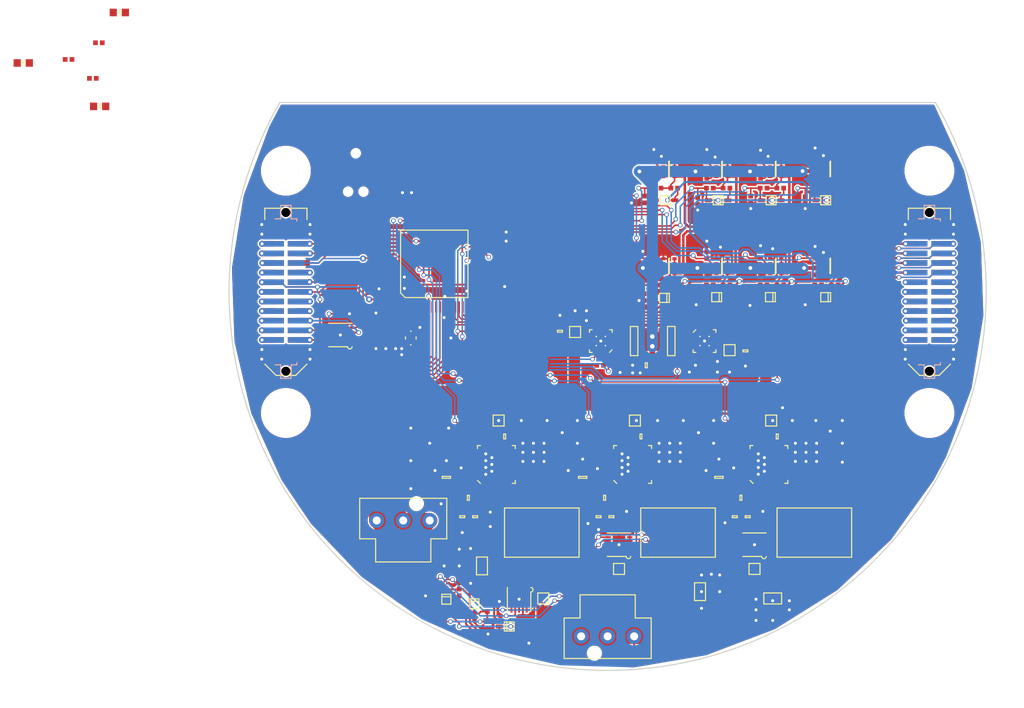
<source format=kicad_pcb>
(kicad_pcb (version 20171130) (host pcbnew no-vcs-found-dc66b73~61~ubuntu16.04.1)
  (layers (0 F.Cu signal) (31 B.Cu signal) (34 B.Paste user) (35 F.Paste user) (36 B.SilkS user) (37 F.SilkS user) (38 B.Mask user) (39 F.Mask user) (44 Edge.Cuts user))
  (net 0 "")
  (net 1 "Net-(C1-Pad2)")
  (net 2 GND)
  (net 3 "Net-(C2-Pad2)")
  (net 4 3v3)
  (net 5 "Net-(C11-Pad1)")
  (net 6 /PYRO_SI)
  (net 7 /5v_CAN)
  (net 8 /BUS)
  (net 9 "Net-(C18-Pad1)")
  (net 10 /CH1_CONT)
  (net 11 /CH5_CONT)
  (net 12 /CH2_CONT)
  (net 13 /CH6_CONT)
  (net 14 /CH3_CONT)
  (net 15 /CH7_CONT)
  (net 16 /CH4_CONT)
  (net 17 /CH8_CONT)
  (net 18 "Net-(C28-Pad2)")
  (net 19 /V_1_SUPPLY)
  (net 20 "Net-(C30-Pad2)")
  (net 21 "Net-(C30-Pad1)")
  (net 22 "Net-(C31-Pad2)")
  (net 23 "Net-(C32-Pad2)")
  (net 24 "Net-(C35-Pad2)")
  (net 25 /V_2_SUPPLY)
  (net 26 "Net-(C37-Pad1)")
  (net 27 "Net-(C37-Pad2)")
  (net 28 "Net-(C38-Pad2)")
  (net 29 "Net-(C39-Pad2)")
  (net 30 "Net-(C42-Pad2)")
  (net 31 /V_3_SUPPLY)
  (net 32 "Net-(C44-Pad2)")
  (net 33 "Net-(C44-Pad1)")
  (net 34 "Net-(C45-Pad2)")
  (net 35 "Net-(C46-Pad2)")
  (net 36 /V1_CONT)
  (net 37 /V2_CONT)
  (net 38 /V3_CONT)
  (net 39 "Net-(D1-Pad2)")
  (net 40 "Net-(D2-Pad2)")
  (net 41 "Net-(D3-Pad2)")
  (net 42 /LED_RED)
  (net 43 /LED_YLW)
  (net 44 /LED_GRN)
  (net 45 "Net-(IC1-Pad6)")
  (net 46 /~RST)
  (net 47 /CH4)
  (net 48 /CH8)
  (net 49 /SI_DIV)
  (net 50 /BUS_DIV)
  (net 51 /SCL)
  (net 52 /SDA)
  (net 53 /CH1)
  (net 54 /CH5)
  (net 55 /CH2)
  (net 56 /CH6)
  (net 57 /CH3)
  (net 58 /CH7)
  (net 59 /UART_TX)
  (net 60 /UART_RX)
  (net 61 /1A_EN)
  (net 62 /3A_EN)
  (net 63 /JTMS)
  (net 64 /JTCK)
  (net 65 /JTDI)
  (net 66 /V1_FIRE)
  (net 67 /V2_FIRE)
  (net 68 /V3_FIRE)
  (net 69 /JTDO)
  (net 70 /CAN_RXD)
  (net 71 /CAN_TXD)
  (net 72 "Net-(IC2-Pad1)")
  (net 73 /CAN-)
  (net 74 /CAN+)
  (net 75 "Net-(IC4-Pad1)")
  (net 76 "Net-(IC5-Pad32)")
  (net 77 "Net-(IC5-Pad3)")
  (net 78 "Net-(IC5-Pad2)")
  (net 79 /VALVE_1)
  (net 80 "Net-(IC7-Pad2)")
  (net 81 "Net-(IC7-Pad3)")
  (net 82 "Net-(IC7-Pad32)")
  (net 83 /VALVE_2)
  (net 84 "Net-(IC9-Pad32)")
  (net 85 "Net-(IC9-Pad3)")
  (net 86 "Net-(IC9-Pad2)")
  (net 87 /VALVE_3)
  (net 88 /RSVD6)
  (net 89 /RSVD5)
  (net 90 /RSVD4)
  (net 91 /RSVD3)
  (net 92 /RSVD2)
  (net 93 /RSVD1)
  (net 94 /3v3_AUX2)
  (net 95 /3v3_AUX1)
  (net 96 /JTDR)
  (net 97 /3v3_RADIO)
  (net 98 /3v3_FC)
  (net 99 /3v3_DL)
  (net 100 /3v3_TOP)
  (net 101 /PYRO1)
  (net 102 /PYRO2)
  (net 103 /PYRO3)
  (net 104 /PYRO4)
  (net 105 /PYRO5)
  (net 106 /PYRO6)
  (net 107 /PYRO7)
  (net 108 /PYRO8)
  (net 109 /12v_DL)
  (net 110 /RSVD7)
  (net 111 /5v_RADIO)
  (net 112 /RSVD8)
  (net 113 /5v_AUX1)
  (net 114 /RSVD9)
  (net 115 /5v_AUX2)
  (net 116 /RSVD10)
  (net 117 /5v_CAM1)
  (net 118 /RSVD11)
  (net 119 /5v_CAM2)
  (net 120 /RSVD12)
  (net 121 /PWR)
  (net 122 /RSVD13)
  (net 123 "Net-(Q1-Pad4)")
  (net 124 "Net-(Q2-Pad4)")
  (net 125 "Net-(Q3-Pad4)")
  (net 126 "Net-(Q4-Pad4)")
  (net 127 "Net-(Q5-Pad4)")
  (net 128 "Net-(Q6-Pad4)")
  (net 129 "Net-(Q7-Pad4)")
  (net 130 "Net-(Q8-Pad4)")
  (module agg:ultra-fit-01x03 (layer F.Cu) (at 100 145.5)
    (fp_text reference J6)
    (fp_text value VALVES)
    (pad "" np_thru_hole circle (at -1.75 2.23) (size 1.6 1.6) (drill 1.6) (layers *.Cu *.Mask))
    (pad 3 thru_hole circle (at 3.5 0) (size 2 2) (drill 1.06) (layers *.Cu *.Mask) (net 87 /VALVE_3))
    (pad 2 thru_hole circle (at 0 0) (size 2 2) (drill 1.06) (layers *.Cu *.Mask) (net 83 /VALVE_2))
    (pad 1 thru_hole circle (at -3.5 0) (size 2 2) (drill 1.06) (layers *.Cu *.Mask) (net 79 /VALVE_1))
  )
  (module agg:WE-HCC-1090 (layer F.Cu) (at 91.3 131.8 270)
    (fp_text reference L3)
    (fp_text value 2µ2)
    (pad 1 smd rect (at -4.6 0 270) (size 2.3 3.6) (layers F.Cu F.Paste F.Mask) (net 20 "Net-(C30-Pad2)"))
    (pad 2 smd rect (at 4.6 0 270) (size 2.3 3.6) (layers F.Cu F.Paste F.Mask) (net 19 /V_1_SUPPLY))
  )
  (module agg:0402 (layer F.Cu) (at 72 106.1 90)
    (fp_text reference C1)
    (fp_text value 10p)
    (pad 2 smd rect (at 0.45 0 90) (size 0.62 0.62) (layers F.Cu F.Paste F.Mask) (net 1 "Net-(C1-Pad2)"))
    (pad 1 smd rect (at -0.45 0 90) (size 0.62 0.62) (layers F.Cu F.Paste F.Mask) (net 2 GND))
  )
  (module agg:0402 (layer F.Cu) (at 74 108.3)
    (fp_text reference C2)
    (fp_text value 10p)
    (pad 2 smd rect (at 0.45 0) (size 0.62 0.62) (layers F.Cu F.Paste F.Mask) (net 3 "Net-(C2-Pad2)"))
    (pad 1 smd rect (at -0.45 0) (size 0.62 0.62) (layers F.Cu F.Paste F.Mask) (net 2 GND))
  )
  (module agg:0402 (layer F.Cu) (at 70.7 106.1 90)
    (fp_text reference C3)
    (fp_text value 4µ7)
    (pad 2 smd rect (at 0.45 0 90) (size 0.62 0.62) (layers F.Cu F.Paste F.Mask) (net 4 3v3))
    (pad 1 smd rect (at -0.45 0 90) (size 0.62 0.62) (layers F.Cu F.Paste F.Mask) (net 2 GND))
  )
  (module agg:0402 (layer F.Cu) (at 72.9 88.2 270)
    (fp_text reference C4)
    (fp_text value 100n)
    (pad 1 smd rect (at -0.45 0 270) (size 0.62 0.62) (layers F.Cu F.Paste F.Mask) (net 2 GND))
    (pad 2 smd rect (at 0.45 0 270) (size 0.62 0.62) (layers F.Cu F.Paste F.Mask) (net 4 3v3))
  )
  (module agg:0402 (layer F.Cu) (at 69.4 101.45 90)
    (fp_text reference C5)
    (fp_text value 100n)
    (pad 1 smd rect (at -0.45 0 90) (size 0.62 0.62) (layers F.Cu F.Paste F.Mask) (net 2 GND))
    (pad 2 smd rect (at 0.45 0 90) (size 0.62 0.62) (layers F.Cu F.Paste F.Mask) (net 4 3v3))
  )
  (module agg:0402 (layer F.Cu) (at 79.3 104.8 90)
    (fp_text reference C6)
    (fp_text value 1µ)
    (pad 2 smd rect (at 0.45 0 90) (size 0.62 0.62) (layers F.Cu F.Paste F.Mask) (net 4 3v3))
    (pad 1 smd rect (at -0.45 0 90) (size 0.62 0.62) (layers F.Cu F.Paste F.Mask) (net 2 GND))
  )
  (module agg:0402 (layer F.Cu) (at 69.4 106.1 90)
    (fp_text reference C7)
    (fp_text value 100n)
    (pad 2 smd rect (at 0.45 0 90) (size 0.62 0.62) (layers F.Cu F.Paste F.Mask) (net 4 3v3))
    (pad 1 smd rect (at -0.45 0 90) (size 0.62 0.62) (layers F.Cu F.Paste F.Mask) (net 2 GND))
  )
  (module agg:0402 (layer F.Cu) (at 62.8 84.25 90)
    (fp_text reference C8)
    (fp_text value 100n)
    (pad 1 smd rect (at -0.45 0 90) (size 0.62 0.62) (layers F.Cu F.Paste F.Mask) (net 2 GND))
    (pad 2 smd rect (at 0.45 0 90) (size 0.62 0.62) (layers F.Cu F.Paste F.Mask) (net 4 3v3))
  )
  (module agg:0402 (layer F.Cu) (at 85.3 92.1 180)
    (fp_text reference C9)
    (fp_text value 100n)
    (pad 1 smd rect (at -0.45 0 180) (size 0.62 0.62) (layers F.Cu F.Paste F.Mask) (net 2 GND))
    (pad 2 smd rect (at 0.45 0 180) (size 0.62 0.62) (layers F.Cu F.Paste F.Mask) (net 4 3v3))
  )
  (module agg:0402 (layer F.Cu) (at 85.3 99.3 180)
    (fp_text reference C10)
    (fp_text value 100n)
    (pad 2 smd rect (at 0.45 0 180) (size 0.62 0.62) (layers F.Cu F.Paste F.Mask) (net 4 3v3))
    (pad 1 smd rect (at -0.45 0 180) (size 0.62 0.62) (layers F.Cu F.Paste F.Mask) (net 2 GND))
  )
  (module agg:0402 (layer F.Cu) (at 74.1 88.2 90)
    (fp_text reference C11)
    (fp_text value 2µ2)
    (pad 2 smd rect (at 0.45 0 90) (size 0.62 0.62) (layers F.Cu F.Paste F.Mask) (net 2 GND))
    (pad 1 smd rect (at -0.45 0 90) (size 0.62 0.62) (layers F.Cu F.Paste F.Mask) (net 5 "Net-(C11-Pad1)"))
  )
  (module agg:1206 (layer F.Cu) (at 116.1 107.7 90)
    (fp_text reference C12)
    (fp_text value 10µ)
    (pad 2 smd rect (at 1.5 0 90) (size 1.15 1.8) (layers F.Cu F.Paste F.Mask) (net 6 /PYRO_SI))
    (pad 1 smd rect (at -1.5 0 90) (size 1.15 1.8) (layers F.Cu F.Paste F.Mask) (net 2 GND))
  )
  (module agg:0603 (layer F.Cu) (at 93.7 105.2 270)
    (fp_text reference C13)
    (fp_text value 100n)
    (pad 2 smd rect (at 0.8 0 270) (size 0.95 1) (layers F.Cu F.Paste F.Mask) (net 6 /PYRO_SI))
    (pad 1 smd rect (at -0.8 0 270) (size 0.95 1) (layers F.Cu F.Paste F.Mask) (net 2 GND))
  )
  (module agg:1206 (layer F.Cu) (at 95.7 105.3 270)
    (fp_text reference C14)
    (fp_text value 10µ)
    (pad 1 smd rect (at -1.5 0 270) (size 1.15 1.8) (layers F.Cu F.Paste F.Mask) (net 2 GND))
    (pad 2 smd rect (at 1.5 0 270) (size 1.15 1.8) (layers F.Cu F.Paste F.Mask) (net 6 /PYRO_SI))
  )
  (module agg:0402 (layer F.Cu) (at 64.55 102.9)
    (fp_text reference C15)
    (fp_text value 100n)
    (pad 2 smd rect (at 0.45 0) (size 0.62 0.62) (layers F.Cu F.Paste F.Mask) (net 2 GND))
    (pad 1 smd rect (at -0.45 0) (size 0.62 0.62) (layers F.Cu F.Paste F.Mask) (net 7 /5v_CAN))
  )
  (module agg:0603 (layer F.Cu) (at 105.1 109.7 180)
    (fp_text reference C16)
    (fp_text value 22µ)
    (pad 1 smd rect (at -0.8 0 180) (size 0.95 1) (layers F.Cu F.Paste F.Mask) (net 8 /BUS))
    (pad 2 smd rect (at 0.8 0 180) (size 0.95 1) (layers F.Cu F.Paste F.Mask) (net 2 GND))
  )
  (module agg:0603 (layer F.Cu) (at 118.2 107.799999 90)
    (fp_text reference C17)
    (fp_text value 100n)
    (pad 1 smd rect (at -0.8 0 90) (size 0.95 1) (layers F.Cu F.Paste F.Mask) (net 2 GND))
    (pad 2 smd rect (at 0.8 0 90) (size 0.95 1) (layers F.Cu F.Paste F.Mask) (net 6 /PYRO_SI))
  )
  (module agg:0402 (layer F.Cu) (at 85.3 93.3)
    (fp_text reference C18)
    (fp_text value 2µ2)
    (pad 1 smd rect (at -0.45 0) (size 0.62 0.62) (layers F.Cu F.Paste F.Mask) (net 9 "Net-(C18-Pad1)"))
    (pad 2 smd rect (at 0.45 0) (size 0.62 0.62) (layers F.Cu F.Paste F.Mask) (net 2 GND))
  )
  (module agg:0402 (layer F.Cu) (at 126.1 87.9 90)
    (fp_text reference C19)
    (fp_text value 100n)
    (pad 2 smd rect (at 0.45 0 90) (size 0.62 0.62) (layers F.Cu F.Paste F.Mask) (net 10 /CH1_CONT))
    (pad 1 smd rect (at -0.45 0 90) (size 0.62 0.62) (layers F.Cu F.Paste F.Mask) (net 2 GND))
  )
  (module agg:0402 (layer F.Cu) (at 104.8 100.7 90)
    (fp_text reference C20)
    (fp_text value 100n)
    (pad 2 smd rect (at 0.45 0 90) (size 0.62 0.62) (layers F.Cu F.Paste F.Mask) (net 11 /CH5_CONT))
    (pad 1 smd rect (at -0.45 0 90) (size 0.62 0.62) (layers F.Cu F.Paste F.Mask) (net 2 GND))
  )
  (module agg:0402 (layer F.Cu) (at 118.9 87.8 90)
    (fp_text reference C21)
    (fp_text value 100n)
    (pad 1 smd rect (at -0.45 0 90) (size 0.62 0.62) (layers F.Cu F.Paste F.Mask) (net 2 GND))
    (pad 2 smd rect (at 0.45 0 90) (size 0.62 0.62) (layers F.Cu F.Paste F.Mask) (net 12 /CH2_CONT))
  )
  (module agg:0402 (layer F.Cu) (at 111.7 100.6 90)
    (fp_text reference C22)
    (fp_text value 100n)
    (pad 2 smd rect (at 0.45 0 90) (size 0.62 0.62) (layers F.Cu F.Paste F.Mask) (net 13 /CH6_CONT))
    (pad 1 smd rect (at -0.45 0 90) (size 0.62 0.62) (layers F.Cu F.Paste F.Mask) (net 2 GND))
  )
  (module agg:0402 (layer F.Cu) (at 111.9 88 90)
    (fp_text reference C23)
    (fp_text value 100n)
    (pad 1 smd rect (at -0.45 0 90) (size 0.62 0.62) (layers F.Cu F.Paste F.Mask) (net 2 GND))
    (pad 2 smd rect (at 0.45 0 90) (size 0.62 0.62) (layers F.Cu F.Paste F.Mask) (net 14 /CH3_CONT))
  )
  (module agg:0402 (layer F.Cu) (at 118.8 100.6 90)
    (fp_text reference C24)
    (fp_text value 100n)
    (pad 1 smd rect (at -0.45 0 90) (size 0.62 0.62) (layers F.Cu F.Paste F.Mask) (net 2 GND))
    (pad 2 smd rect (at 0.45 0 90) (size 0.62 0.62) (layers F.Cu F.Paste F.Mask) (net 15 /CH7_CONT))
  )
  (module agg:0402 (layer F.Cu) (at 104.9 87.8 90)
    (fp_text reference C25)
    (fp_text value 100n)
    (pad 2 smd rect (at 0.45 0 90) (size 0.62 0.62) (layers F.Cu F.Paste F.Mask) (net 16 /CH4_CONT))
    (pad 1 smd rect (at -0.45 0 90) (size 0.62 0.62) (layers F.Cu F.Paste F.Mask) (net 2 GND))
  )
  (module agg:0402 (layer F.Cu) (at 126.1 100.6 90)
    (fp_text reference C26)
    (fp_text value 100n)
    (pad 2 smd rect (at 0.45 0 90) (size 0.62 0.62) (layers F.Cu F.Paste F.Mask) (net 17 /CH8_CONT))
    (pad 1 smd rect (at -0.45 0 90) (size 0.62 0.62) (layers F.Cu F.Paste F.Mask) (net 2 GND))
  )
  (module agg:1206 (layer F.Cu) (at 85.6 117 180)
    (fp_text reference C27)
    (fp_text value 10µ)
    (pad 2 smd rect (at 1.5 0 180) (size 1.15 1.8) (layers F.Cu F.Paste F.Mask) (net 6 /PYRO_SI))
    (pad 1 smd rect (at -1.5 0 180) (size 1.15 1.8) (layers F.Cu F.Paste F.Mask) (net 2 GND))
  )
  (module agg:0402 (layer F.Cu) (at 84.5 127.8 90)
    (fp_text reference C28)
    (fp_text value 1µ)
    (pad 1 smd rect (at -0.45 0 90) (size 0.62 0.62) (layers F.Cu F.Paste F.Mask) (net 2 GND))
    (pad 2 smd rect (at 0.45 0 90) (size 0.62 0.62) (layers F.Cu F.Paste F.Mask) (net 18 "Net-(C28-Pad2)"))
  )
  (module agg:0402 (layer F.Cu) (at 85.7 139.6 90)
    (fp_text reference C29)
    (fp_text value 100n)
    (pad 2 smd rect (at 0.45 0 90) (size 0.62 0.62) (layers F.Cu F.Paste F.Mask) (net 19 /V_1_SUPPLY))
    (pad 1 smd rect (at -0.45 0 90) (size 0.62 0.62) (layers F.Cu F.Paste F.Mask) (net 2 GND))
  )
  (module agg:0603 (layer F.Cu) (at 86.4 119.1)
    (fp_text reference C30)
    (fp_text value 100n)
    (pad 2 smd rect (at 0.8 0) (size 0.95 1) (layers F.Cu F.Paste F.Mask) (net 20 "Net-(C30-Pad2)"))
    (pad 1 smd rect (at -0.8 0) (size 0.95 1) (layers F.Cu F.Paste F.Mask) (net 21 "Net-(C30-Pad1)"))
  )
  (module agg:0402 (layer F.Cu) (at 81.1 125.7)
    (fp_text reference C31)
    (fp_text value 22n)
    (pad 2 smd rect (at 0.45 0) (size 0.62 0.62) (layers F.Cu F.Paste F.Mask) (net 22 "Net-(C31-Pad2)"))
    (pad 1 smd rect (at -0.45 0) (size 0.62 0.62) (layers F.Cu F.Paste F.Mask) (net 2 GND))
  )
  (module agg:0805 (layer F.Cu) (at 78.7 124.5 270)
    (fp_text reference C32)
    (fp_text value 1.2u)
    (pad 2 smd rect (at 0.9 0 270) (size 1.15 1.45) (layers F.Cu F.Paste F.Mask) (net 23 "Net-(C32-Pad2)"))
    (pad 1 smd rect (at -0.9 0 270) (size 1.15 1.45) (layers F.Cu F.Paste F.Mask) (net 2 GND))
  )
  (module agg:1210 (layer F.Cu) (at 83.4 136.2)
    (fp_text reference C33)
    (fp_text value 100µ)
    (pad 1 smd rect (at -1.5 0) (size 1.15 2.7) (layers F.Cu F.Paste F.Mask) (net 2 GND))
    (pad 2 smd rect (at 1.5 0) (size 1.15 2.7) (layers F.Cu F.Paste F.Mask) (net 19 /V_1_SUPPLY))
  )
  (module agg:1206 (layer F.Cu) (at 103.6 117 180)
    (fp_text reference C34)
    (fp_text value 10µ)
    (pad 1 smd rect (at -1.5 0 180) (size 1.15 1.8) (layers F.Cu F.Paste F.Mask) (net 2 GND))
    (pad 2 smd rect (at 1.5 0 180) (size 1.15 1.8) (layers F.Cu F.Paste F.Mask) (net 6 /PYRO_SI))
  )
  (module agg:0402 (layer F.Cu) (at 102.5 127.8 90)
    (fp_text reference C35)
    (fp_text value 1µ)
    (pad 2 smd rect (at 0.45 0 90) (size 0.62 0.62) (layers F.Cu F.Paste F.Mask) (net 24 "Net-(C35-Pad2)"))
    (pad 1 smd rect (at -0.45 0 90) (size 0.62 0.62) (layers F.Cu F.Paste F.Mask) (net 2 GND))
  )
  (module agg:0402 (layer F.Cu) (at 102.5 130.2 270)
    (fp_text reference C36)
    (fp_text value 100n)
    (pad 1 smd rect (at -0.45 0 270) (size 0.62 0.62) (layers F.Cu F.Paste F.Mask) (net 2 GND))
    (pad 2 smd rect (at 0.45 0 270) (size 0.62 0.62) (layers F.Cu F.Paste F.Mask) (net 25 /V_2_SUPPLY))
  )
  (module agg:0603 (layer F.Cu) (at 104.4 119.1)
    (fp_text reference C37)
    (fp_text value 100n)
    (pad 1 smd rect (at -0.8 0) (size 0.95 1) (layers F.Cu F.Paste F.Mask) (net 26 "Net-(C37-Pad1)"))
    (pad 2 smd rect (at 0.8 0) (size 0.95 1) (layers F.Cu F.Paste F.Mask) (net 27 "Net-(C37-Pad2)"))
  )
  (module agg:0402 (layer F.Cu) (at 99.1 125.7)
    (fp_text reference C38)
    (fp_text value 22n)
    (pad 1 smd rect (at -0.45 0) (size 0.62 0.62) (layers F.Cu F.Paste F.Mask) (net 2 GND))
    (pad 2 smd rect (at 0.45 0) (size 0.62 0.62) (layers F.Cu F.Paste F.Mask) (net 28 "Net-(C38-Pad2)"))
  )
  (module agg:0805 (layer F.Cu) (at 96.7 124.5 270)
    (fp_text reference C39)
    (fp_text value 1.2u)
    (pad 1 smd rect (at -0.9 0 270) (size 1.15 1.45) (layers F.Cu F.Paste F.Mask) (net 2 GND))
    (pad 2 smd rect (at 0.9 0 270) (size 1.15 1.45) (layers F.Cu F.Paste F.Mask) (net 29 "Net-(C39-Pad2)"))
  )
  (module agg:1210 (layer F.Cu) (at 112.2 139.6 180)
    (fp_text reference C40)
    (fp_text value 100µ)
    (pad 1 smd rect (at -1.5 0 180) (size 1.15 2.7) (layers F.Cu F.Paste F.Mask) (net 2 GND))
    (pad 2 smd rect (at 1.5 0 180) (size 1.15 2.7) (layers F.Cu F.Paste F.Mask) (net 25 /V_2_SUPPLY))
  )
  (module agg:1206 (layer F.Cu) (at 121.6 117 180)
    (fp_text reference C41)
    (fp_text value 10µ)
    (pad 2 smd rect (at 1.5 0 180) (size 1.15 1.8) (layers F.Cu F.Paste F.Mask) (net 6 /PYRO_SI))
    (pad 1 smd rect (at -1.5 0 180) (size 1.15 1.8) (layers F.Cu F.Paste F.Mask) (net 2 GND))
  )
  (module agg:0402 (layer F.Cu) (at 120.5 127.8 90)
    (fp_text reference C42)
    (fp_text value 1µ)
    (pad 1 smd rect (at -0.45 0 90) (size 0.62 0.62) (layers F.Cu F.Paste F.Mask) (net 2 GND))
    (pad 2 smd rect (at 0.45 0 90) (size 0.62 0.62) (layers F.Cu F.Paste F.Mask) (net 30 "Net-(C42-Pad2)"))
  )
  (module agg:0402 (layer F.Cu) (at 120.5 130.15 270)
    (fp_text reference C43)
    (fp_text value 100n)
    (pad 2 smd rect (at 0.45 0 270) (size 0.62 0.62) (layers F.Cu F.Paste F.Mask) (net 31 /V_3_SUPPLY))
    (pad 1 smd rect (at -0.45 0 270) (size 0.62 0.62) (layers F.Cu F.Paste F.Mask) (net 2 GND))
  )
  (module agg:0603 (layer F.Cu) (at 122.4 119.1)
    (fp_text reference C44)
    (fp_text value 100n)
    (pad 2 smd rect (at 0.8 0) (size 0.95 1) (layers F.Cu F.Paste F.Mask) (net 32 "Net-(C44-Pad2)"))
    (pad 1 smd rect (at -0.8 0) (size 0.95 1) (layers F.Cu F.Paste F.Mask) (net 33 "Net-(C44-Pad1)"))
  )
  (module agg:0402 (layer F.Cu) (at 117.1 125.7)
    (fp_text reference C45)
    (fp_text value 22n)
    (pad 2 smd rect (at 0.45 0) (size 0.62 0.62) (layers F.Cu F.Paste F.Mask) (net 34 "Net-(C45-Pad2)"))
    (pad 1 smd rect (at -0.45 0) (size 0.62 0.62) (layers F.Cu F.Paste F.Mask) (net 2 GND))
  )
  (module agg:0805 (layer F.Cu) (at 114.7 124.5 270)
    (fp_text reference C46)
    (fp_text value 1.2u)
    (pad 1 smd rect (at -0.9 0 270) (size 1.15 1.45) (layers F.Cu F.Paste F.Mask) (net 2 GND))
    (pad 2 smd rect (at 0.9 0 270) (size 1.15 1.45) (layers F.Cu F.Paste F.Mask) (net 35 "Net-(C46-Pad2)"))
  )
  (module agg:1210 (layer F.Cu) (at 121.8 140.5 90)
    (fp_text reference C47)
    (fp_text value 100µ)
    (pad 2 smd rect (at 1.5 0 90) (size 1.15 2.7) (layers F.Cu F.Paste F.Mask) (net 31 /V_3_SUPPLY))
    (pad 1 smd rect (at -1.5 0 90) (size 1.15 2.7) (layers F.Cu F.Paste F.Mask) (net 2 GND))
  )
  (module agg:0402 (layer F.Cu) (at 84.2 144 90)
    (fp_text reference C48)
    (fp_text value 100n)
    (pad 1 smd rect (at -0.45 0 90) (size 0.62 0.62) (layers F.Cu F.Paste F.Mask) (net 2 GND))
    (pad 2 smd rect (at 0.45 0 90) (size 0.62 0.62) (layers F.Cu F.Paste F.Mask) (net 36 /V1_CONT))
  )
  (module agg:0402 (layer F.Cu) (at 89.6 145.2 90)
    (fp_text reference C49)
    (fp_text value 100n)
    (pad 1 smd rect (at -0.45 0 90) (size 0.62 0.62) (layers F.Cu F.Paste F.Mask) (net 2 GND))
    (pad 2 smd rect (at 0.45 0 90) (size 0.62 0.62) (layers F.Cu F.Paste F.Mask) (net 37 /V2_CONT))
  )
  (module agg:0402 (layer F.Cu) (at 77 140.6 270)
    (fp_text reference C50)
    (fp_text value 100n)
    (pad 2 smd rect (at 0.45 0 270) (size 0.62 0.62) (layers F.Cu F.Paste F.Mask) (net 38 /V3_CONT))
    (pad 1 smd rect (at -0.45 0 270) (size 0.62 0.62) (layers F.Cu F.Paste F.Mask) (net 2 GND))
  )
  (module agg:0603-LED (layer F.Cu) (at 32.9 75.5)
    (fp_text reference D1)
    (fp_text value RED)
    (pad 1 smd rect (at -0.8 0) (size 0.95 1) (layers F.Cu F.Paste F.Mask) (net 2 GND))
    (pad 2 smd rect (at 0.8 0) (size 0.95 1) (layers F.Cu F.Paste F.Mask) (net 39 "Net-(D1-Pad2)"))
  )
  (module agg:0603-LED (layer F.Cu) (at 22.8125 69.769762)
    (fp_text reference D2)
    (fp_text value YLW)
    (pad 2 smd rect (at 0.8 0) (size 0.95 1) (layers F.Cu F.Paste F.Mask) (net 40 "Net-(D2-Pad2)"))
    (pad 1 smd rect (at -0.8 0) (size 0.95 1) (layers F.Cu F.Paste F.Mask) (net 2 GND))
  )
  (module agg:0603-LED (layer F.Cu) (at 35.5 63.1)
    (fp_text reference D3)
    (fp_text value GRN)
    (pad 1 smd rect (at -0.8 0) (size 0.95 1) (layers F.Cu F.Paste F.Mask) (net 2 GND))
    (pad 2 smd rect (at 0.8 0) (size 0.95 1) (layers F.Cu F.Paste F.Mask) (net 41 "Net-(D3-Pad2)"))
  )
  (module agg:SOD-323 (layer F.Cu) (at 128.8 87.900001 180)
    (fp_text reference D4)
    (fp_text value PMEG3005AEA)
    (pad 2 smd rect (at 1.3 0 180) (size 0.9 0.5) (layers F.Cu F.Paste F.Mask) (net 10 /CH1_CONT))
    (pad 1 smd rect (at -1.3 0 180) (size 0.9 0.5) (layers F.Cu F.Paste F.Mask) (net 4 3v3))
  )
  (module agg:SOD-323 (layer F.Cu) (at 107.5 100.8 180)
    (fp_text reference D5)
    (fp_text value PMEG3005AEA)
    (pad 2 smd rect (at 1.3 0 180) (size 0.9 0.5) (layers F.Cu F.Paste F.Mask) (net 11 /CH5_CONT))
    (pad 1 smd rect (at -1.3 0 180) (size 0.9 0.5) (layers F.Cu F.Paste F.Mask) (net 4 3v3))
  )
  (module agg:SOD-323 (layer F.Cu) (at 121.6 87.9 180)
    (fp_text reference D6)
    (fp_text value PMEG3005AEA)
    (pad 1 smd rect (at -1.3 0 180) (size 0.9 0.5) (layers F.Cu F.Paste F.Mask) (net 4 3v3))
    (pad 2 smd rect (at 1.3 0 180) (size 0.9 0.5) (layers F.Cu F.Paste F.Mask) (net 12 /CH2_CONT))
  )
  (module agg:SOD-323 (layer F.Cu) (at 114.4 100.7 180)
    (fp_text reference D7)
    (fp_text value PMEG3005AEA)
    (pad 1 smd rect (at -1.3 0 180) (size 0.9 0.5) (layers F.Cu F.Paste F.Mask) (net 4 3v3))
    (pad 2 smd rect (at 1.3 0 180) (size 0.9 0.5) (layers F.Cu F.Paste F.Mask) (net 13 /CH6_CONT))
  )
  (module agg:SOD-323 (layer F.Cu) (at 114.6 87.9 180)
    (fp_text reference D8)
    (fp_text value PMEG3005AEA)
    (pad 1 smd rect (at -1.3 0 180) (size 0.9 0.5) (layers F.Cu F.Paste F.Mask) (net 4 3v3))
    (pad 2 smd rect (at 1.3 0 180) (size 0.9 0.5) (layers F.Cu F.Paste F.Mask) (net 14 /CH3_CONT))
  )
  (module agg:SOD-323 (layer F.Cu) (at 121.5 100.7 180)
    (fp_text reference D9)
    (fp_text value PMEG3005AEA)
    (pad 2 smd rect (at 1.3 0 180) (size 0.9 0.5) (layers F.Cu F.Paste F.Mask) (net 15 /CH7_CONT))
    (pad 1 smd rect (at -1.3 0 180) (size 0.9 0.5) (layers F.Cu F.Paste F.Mask) (net 4 3v3))
  )
  (module agg:SOD-323 (layer F.Cu) (at 107.6 87.9 180)
    (fp_text reference D10)
    (fp_text value PMEG3005AEA)
    (pad 1 smd rect (at -1.3 0 180) (size 0.9 0.5) (layers F.Cu F.Paste F.Mask) (net 4 3v3))
    (pad 2 smd rect (at 1.3 0 180) (size 0.9 0.5) (layers F.Cu F.Paste F.Mask) (net 16 /CH4_CONT))
  )
  (module agg:SOD-323 (layer F.Cu) (at 128.8 100.7 180)
    (fp_text reference D11)
    (fp_text value PMEG3005AEA)
    (pad 1 smd rect (at -1.3 0 180) (size 0.9 0.5) (layers F.Cu F.Paste F.Mask) (net 4 3v3))
    (pad 2 smd rect (at 1.3 0 180) (size 0.9 0.5) (layers F.Cu F.Paste F.Mask) (net 17 /CH8_CONT))
  )
  (module agg:SOD-323 (layer F.Cu) (at 82.4 141.2 270)
    (fp_text reference D12)
    (fp_text value PMEG3005AEA)
    (pad 2 smd rect (at 1.3 0 270) (size 0.9 0.5) (layers F.Cu F.Paste F.Mask) (net 36 /V1_CONT))
    (pad 1 smd rect (at -1.3 0 270) (size 0.9 0.5) (layers F.Cu F.Paste F.Mask) (net 4 3v3))
  )
  (module agg:SOD-323 (layer F.Cu) (at 87 144.2)
    (fp_text reference D13)
    (fp_text value PMEG3005AEA)
    (pad 1 smd rect (at -1.3 0) (size 0.9 0.5) (layers F.Cu F.Paste F.Mask) (net 4 3v3))
    (pad 2 smd rect (at 1.3 0) (size 0.9 0.5) (layers F.Cu F.Paste F.Mask) (net 37 /V2_CONT))
  )
  (module agg:SOD-323 (layer F.Cu) (at 78.7 140.6 270)
    (fp_text reference D14)
    (fp_text value PMEG3005AEA)
    (pad 2 smd rect (at 1.3 0 270) (size 0.9 0.5) (layers F.Cu F.Paste F.Mask) (net 38 /V3_CONT))
    (pad 1 smd rect (at -1.3 0 270) (size 0.9 0.5) (layers F.Cu F.Paste F.Mask) (net 4 3v3))
  )
  (module agg:LQFP-64 (layer F.Cu) (at 77.1 96.3 90)
    (fp_text reference IC1)
    (fp_text value STM32F405RxTx)
    (pad 1 smd rect (at -5.7 -3.75 90) (size 1.5 0.3) (layers F.Cu F.Paste F.Mask) (net 4 3v3))
    (pad 2 smd rect (at -5.7 -3.25 90) (size 1.5 0.3) (layers F.Cu F.Paste F.Mask))
    (pad 3 smd rect (at -5.7 -2.75 90) (size 1.5 0.3) (layers F.Cu F.Paste F.Mask))
    (pad 4 smd rect (at -5.7 -2.25 90) (size 1.5 0.3) (layers F.Cu F.Paste F.Mask))
    (pad 5 smd rect (at -5.7 -1.75 90) (size 1.5 0.3) (layers F.Cu F.Paste F.Mask) (net 1 "Net-(C1-Pad2)"))
    (pad 6 smd rect (at -5.7 -1.25 90) (size 1.5 0.3) (layers F.Cu F.Paste F.Mask) (net 45 "Net-(IC1-Pad6)"))
    (pad 7 smd rect (at -5.7 -0.75 90) (size 1.5 0.3) (layers F.Cu F.Paste F.Mask) (net 46 /~RST))
    (pad 8 smd rect (at -5.7 -0.25 90) (size 1.5 0.3) (layers F.Cu F.Paste F.Mask) (net 36 /V1_CONT))
    (pad 9 smd rect (at -5.7 0.25 90) (size 1.5 0.3) (layers F.Cu F.Paste F.Mask) (net 37 /V2_CONT))
    (pad 10 smd rect (at -5.7 0.75 90) (size 1.5 0.3) (layers F.Cu F.Paste F.Mask) (net 38 /V3_CONT))
    (pad 11 smd rect (at -5.7 1.25 90) (size 1.5 0.3) (layers F.Cu F.Paste F.Mask))
    (pad 12 smd rect (at -5.7 1.75 90) (size 1.5 0.3) (layers F.Cu F.Paste F.Mask) (net 2 GND))
    (pad 13 smd rect (at -5.7 2.25 90) (size 1.5 0.3) (layers F.Cu F.Paste F.Mask) (net 4 3v3))
    (pad 14 smd rect (at -5.7 2.75 90) (size 1.5 0.3) (layers F.Cu F.Paste F.Mask) (net 17 /CH8_CONT))
    (pad 15 smd rect (at -5.7 3.25 90) (size 1.5 0.3) (layers F.Cu F.Paste F.Mask) (net 15 /CH7_CONT))
    (pad 16 smd rect (at -5.7 3.75 90) (size 1.5 0.3) (layers F.Cu F.Paste F.Mask) (net 13 /CH6_CONT))
    (pad 17 smd rect (at -3.75 5.7 90) (size 0.3 1.5) (layers F.Cu F.Paste F.Mask) (net 11 /CH5_CONT))
    (pad 18 smd rect (at -3.25 5.7 90) (size 0.3 1.5) (layers F.Cu F.Paste F.Mask) (net 2 GND))
    (pad 19 smd rect (at -2.75 5.7 90) (size 0.3 1.5) (layers F.Cu F.Paste F.Mask) (net 4 3v3))
    (pad 20 smd rect (at -2.25 5.7 90) (size 0.3 1.5) (layers F.Cu F.Paste F.Mask) (net 10 /CH1_CONT))
    (pad 21 smd rect (at -1.75 5.7 90) (size 0.3 1.5) (layers F.Cu F.Paste F.Mask) (net 12 /CH2_CONT))
    (pad 22 smd rect (at -1.25 5.7 90) (size 0.3 1.5) (layers F.Cu F.Paste F.Mask) (net 14 /CH3_CONT))
    (pad 23 smd rect (at -0.75 5.7 90) (size 0.3 1.5) (layers F.Cu F.Paste F.Mask) (net 16 /CH4_CONT))
    (pad 24 smd rect (at -0.25 5.7 90) (size 0.3 1.5) (layers F.Cu F.Paste F.Mask) (net 48 /CH8))
    (pad 25 smd rect (at 0.25 5.7 90) (size 0.3 1.5) (layers F.Cu F.Paste F.Mask) (net 56 /CH6))
    (pad 26 smd rect (at 0.75 5.7 90) (size 0.3 1.5) (layers F.Cu F.Paste F.Mask) (net 49 /SI_DIV))
    (pad 27 smd rect (at 1.25 5.7 90) (size 0.3 1.5) (layers F.Cu F.Paste F.Mask) (net 50 /BUS_DIV))
    (pad 28 smd rect (at 1.75 5.7 90) (size 0.3 1.5) (layers F.Cu F.Paste F.Mask) (net 58 /CH7))
    (pad 29 smd rect (at 2.25 5.7 90) (size 0.3 1.5) (layers F.Cu F.Paste F.Mask) (net 51 /SCL))
    (pad 30 smd rect (at 2.75 5.7 90) (size 0.3 1.5) (layers F.Cu F.Paste F.Mask) (net 52 /SDA))
    (pad 31 smd rect (at 3.25 5.7 90) (size 0.3 1.5) (layers F.Cu F.Paste F.Mask) (net 9 "Net-(C18-Pad1)"))
    (pad 32 smd rect (at 3.75 5.7 90) (size 0.3 1.5) (layers F.Cu F.Paste F.Mask) (net 4 3v3))
    (pad 33 smd rect (at 5.7 3.75 90) (size 1.5 0.3) (layers F.Cu F.Paste F.Mask) (net 54 /CH5))
    (pad 34 smd rect (at 5.7 3.25 90) (size 1.5 0.3) (layers F.Cu F.Paste F.Mask) (net 47 /CH4))
    (pad 35 smd rect (at 5.7 2.75 90) (size 1.5 0.3) (layers F.Cu F.Paste F.Mask) (net 57 /CH3))
    (pad 36 smd rect (at 5.7 2.25 90) (size 1.5 0.3) (layers F.Cu F.Paste F.Mask) (net 55 /CH2))
    (pad 37 smd rect (at 5.7 1.75 90) (size 1.5 0.3) (layers F.Cu F.Paste F.Mask) (net 53 /CH1))
    (pad 38 smd rect (at 5.7 1.25 90) (size 1.5 0.3) (layers F.Cu F.Paste F.Mask))
    (pad 39 smd rect (at 5.7 0.75 90) (size 1.5 0.3) (layers F.Cu F.Paste F.Mask))
    (pad 40 smd rect (at 5.7 0.25 90) (size 1.5 0.3) (layers F.Cu F.Paste F.Mask) (net 44 /LED_GRN))
    (pad 41 smd rect (at 5.7 -0.25 90) (size 1.5 0.3) (layers F.Cu F.Paste F.Mask) (net 43 /LED_YLW))
    (pad 42 smd rect (at 5.7 -0.75 90) (size 1.5 0.3) (layers F.Cu F.Paste F.Mask) (net 42 /LED_RED))
    (pad 43 smd rect (at 5.7 -1.25 90) (size 1.5 0.3) (layers F.Cu F.Paste F.Mask))
    (pad 44 smd rect (at 5.7 -1.75 90) (size 1.5 0.3) (layers F.Cu F.Paste F.Mask) (net 61 /1A_EN))
    (pad 45 smd rect (at 5.7 -2.25 90) (size 1.5 0.3) (layers F.Cu F.Paste F.Mask) (net 62 /3A_EN))
    (pad 46 smd rect (at 5.7 -2.75 90) (size 1.5 0.3) (layers F.Cu F.Paste F.Mask) (net 63 /JTMS))
    (pad 47 smd rect (at 5.7 -3.25 90) (size 1.5 0.3) (layers F.Cu F.Paste F.Mask) (net 5 "Net-(C11-Pad1)"))
    (pad 48 smd rect (at 5.7 -3.75 90) (size 1.5 0.3) (layers F.Cu F.Paste F.Mask) (net 4 3v3))
    (pad 49 smd rect (at 3.75 -5.7 90) (size 0.3 1.5) (layers F.Cu F.Paste F.Mask) (net 64 /JTCK))
    (pad 50 smd rect (at 3.25 -5.7 90) (size 0.3 1.5) (layers F.Cu F.Paste F.Mask) (net 65 /JTDI))
    (pad 51 smd rect (at 2.75 -5.7 90) (size 0.3 1.5) (layers F.Cu F.Paste F.Mask) (net 66 /V1_FIRE))
    (pad 52 smd rect (at 2.25 -5.7 90) (size 0.3 1.5) (layers F.Cu F.Paste F.Mask) (net 67 /V2_FIRE))
    (pad 53 smd rect (at 1.75 -5.7 90) (size 0.3 1.5) (layers F.Cu F.Paste F.Mask) (net 68 /V3_FIRE))
    (pad 54 smd rect (at 1.25 -5.7 90) (size 0.3 1.5) (layers F.Cu F.Paste F.Mask))
    (pad 55 smd rect (at 0.75 -5.7 90) (size 0.3 1.5) (layers F.Cu F.Paste F.Mask) (net 69 /JTDO))
    (pad 56 smd rect (at 0.25 -5.7 90) (size 0.3 1.5) (layers F.Cu F.Paste F.Mask))
    (pad 57 smd rect (at -0.25 -5.7 90) (size 0.3 1.5) (layers F.Cu F.Paste F.Mask))
    (pad 58 smd rect (at -0.75 -5.7 90) (size 0.3 1.5) (layers F.Cu F.Paste F.Mask) (net 59 /UART_TX))
    (pad 59 smd rect (at -1.25 -5.7 90) (size 0.3 1.5) (layers F.Cu F.Paste F.Mask) (net 60 /UART_RX))
    (pad 60 smd rect (at -1.75 -5.7 90) (size 0.3 1.5) (layers F.Cu F.Paste F.Mask) (net 2 GND))
    (pad 61 smd rect (at -2.25 -5.7 90) (size 0.3 1.5) (layers F.Cu F.Paste F.Mask) (net 70 /CAN_RXD))
    (pad 62 smd rect (at -2.75 -5.7 90) (size 0.3 1.5) (layers F.Cu F.Paste F.Mask) (net 71 /CAN_TXD))
    (pad 63 smd rect (at -3.25 -5.7 90) (size 0.3 1.5) (layers F.Cu F.Paste F.Mask) (net 2 GND))
    (pad 64 smd rect (at -3.75 -5.7 90) (size 0.3 1.5) (layers F.Cu F.Paste F.Mask) (net 4 3v3))
  )
  (module agg:QFN-16-EP-TI (layer F.Cu) (at 99.1 106.5 180)
    (fp_text reference IC2)
    (fp_text value TPS62133)
    (pad EP smd rect (at 0 0 180) (size 1.7 1.7) (layers F.Cu F.Mask) (net 2 GND))
    (pad EP thru_hole circle (at 0.6 0.6 180) (size 0.3 0.3) (drill 0.2) (layers *.Cu) (net 2 GND))
    (pad EP thru_hole circle (at 0.6 -0.6 180) (size 0.3 0.3) (drill 0.2) (layers *.Cu) (net 2 GND))
    (pad EP thru_hole circle (at -0.6 0.6 180) (size 0.3 0.3) (drill 0.2) (layers *.Cu) (net 2 GND))
    (pad EP thru_hole circle (at -0.6 -0.6 180) (size 0.3 0.3) (drill 0.2) (layers *.Cu) (net 2 GND))
    (pad 16 smd rect (at -0.75 -1.4 180) (size 0.25 0.6) (layers F.Cu F.Paste F.Mask) (net 2 GND))
    (pad 15 smd rect (at -0.25 -1.4 180) (size 0.25 0.6) (layers F.Cu F.Paste F.Mask) (net 2 GND))
    (pad 14 smd rect (at 0.25 -1.4 180) (size 0.25 0.6) (layers F.Cu F.Paste F.Mask) (net 8 /BUS))
    (pad 13 smd rect (at 0.75 -1.4 180) (size 0.25 0.6) (layers F.Cu F.Paste F.Mask) (net 62 /3A_EN))
    (pad 12 smd rect (at 1.4 -0.75 180) (size 0.6 0.25) (layers F.Cu F.Paste F.Mask) (net 6 /PYRO_SI))
    (pad 11 smd rect (at 1.4 -0.25 180) (size 0.6 0.25) (layers F.Cu F.Paste F.Mask) (net 6 /PYRO_SI))
    (pad 10 smd rect (at 1.4 0.25 180) (size 0.6 0.25) (layers F.Cu F.Paste F.Mask) (net 6 /PYRO_SI))
    (pad 9 smd rect (at 1.4 0.75 180) (size 0.6 0.25) (layers F.Cu F.Paste F.Mask))
    (pad 8 smd rect (at 0.75 1.4 180) (size 0.25 0.6) (layers F.Cu F.Paste F.Mask) (net 2 GND))
    (pad 7 smd rect (at 0.25 1.4 180) (size 0.25 0.6) (layers F.Cu F.Paste F.Mask) (net 2 GND))
    (pad 6 smd rect (at -0.25 1.4 180) (size 0.25 0.6) (layers F.Cu F.Paste F.Mask) (net 2 GND))
    (pad 5 smd rect (at -0.75 1.4 180) (size 0.25 0.6) (layers F.Cu F.Paste F.Mask) (net 2 GND))
    (pad 4 smd rect (at -1.4 0.75 180) (size 0.6 0.25) (layers F.Cu F.Paste F.Mask))
    (pad 3 smd rect (at -1.4 0.25 180) (size 0.6 0.25) (layers F.Cu F.Paste F.Mask) (net 72 "Net-(IC2-Pad1)"))
    (pad 2 smd rect (at -1.4 -0.25 180) (size 0.6 0.25) (layers F.Cu F.Paste F.Mask) (net 72 "Net-(IC2-Pad1)"))
    (pad 1 smd rect (at -1.4 -0.75 180) (size 0.6 0.25) (layers F.Cu F.Paste F.Mask) (net 72 "Net-(IC2-Pad1)"))
  )
  (module agg:DFN-8-EP-MICROCHIP (layer F.Cu) (at 64.7 105.7 180)
    (fp_text reference IC3)
    (fp_text value MCP2562)
    (pad 1 smd rect (at -1.55 -0.975 180) (size 0.65 0.35) (layers F.Cu F.Paste F.Mask) (net 71 /CAN_TXD))
    (pad 2 smd rect (at -1.55 -0.325 180) (size 0.65 0.35) (layers F.Cu F.Paste F.Mask) (net 2 GND))
    (pad 3 smd rect (at -1.55 0.325 180) (size 0.65 0.35) (layers F.Cu F.Paste F.Mask) (net 7 /5v_CAN))
    (pad 4 smd rect (at -1.55 0.975 180) (size 0.65 0.35) (layers F.Cu F.Paste F.Mask) (net 70 /CAN_RXD))
    (pad 5 smd rect (at 1.55 0.975 180) (size 0.65 0.35) (layers F.Cu F.Paste F.Mask) (net 4 3v3))
    (pad 6 smd rect (at 1.55 0.325 180) (size 0.65 0.35) (layers F.Cu F.Paste F.Mask) (net 73 /CAN-))
    (pad 7 smd rect (at 1.55 -0.325 180) (size 0.65 0.35) (layers F.Cu F.Paste F.Mask) (net 74 /CAN+))
    (pad 8 smd rect (at 1.55 -0.975 180) (size 0.65 0.35) (layers F.Cu F.Paste F.Mask) (net 2 GND))
    (pad EP smd rect (at 0 0 180) (size 1.55 2.4) (layers F.Cu) (net 2 GND))
  )
  (module agg:QFN-16-EP-TI (layer F.Cu) (at 112.8 106.5)
    (fp_text reference IC4)
    (fp_text value TPS62153)
    (pad 1 smd rect (at -1.4 -0.75) (size 0.6 0.25) (layers F.Cu F.Paste F.Mask) (net 75 "Net-(IC4-Pad1)"))
    (pad 2 smd rect (at -1.4 -0.25) (size 0.6 0.25) (layers F.Cu F.Paste F.Mask) (net 75 "Net-(IC4-Pad1)"))
    (pad 3 smd rect (at -1.4 0.25) (size 0.6 0.25) (layers F.Cu F.Paste F.Mask) (net 75 "Net-(IC4-Pad1)"))
    (pad 4 smd rect (at -1.4 0.75) (size 0.6 0.25) (layers F.Cu F.Paste F.Mask))
    (pad 5 smd rect (at -0.75 1.4) (size 0.25 0.6) (layers F.Cu F.Paste F.Mask) (net 2 GND))
    (pad 6 smd rect (at -0.25 1.4) (size 0.25 0.6) (layers F.Cu F.Paste F.Mask) (net 2 GND))
    (pad 7 smd rect (at 0.25 1.4) (size 0.25 0.6) (layers F.Cu F.Paste F.Mask) (net 2 GND))
    (pad 8 smd rect (at 0.75 1.4) (size 0.25 0.6) (layers F.Cu F.Paste F.Mask) (net 2 GND))
    (pad 9 smd rect (at 1.4 0.75) (size 0.6 0.25) (layers F.Cu F.Paste F.Mask))
    (pad 10 smd rect (at 1.4 0.25) (size 0.6 0.25) (layers F.Cu F.Paste F.Mask) (net 6 /PYRO_SI))
    (pad 11 smd rect (at 1.4 -0.25) (size 0.6 0.25) (layers F.Cu F.Paste F.Mask) (net 6 /PYRO_SI))
    (pad 12 smd rect (at 1.4 -0.75) (size 0.6 0.25) (layers F.Cu F.Paste F.Mask) (net 6 /PYRO_SI))
    (pad 13 smd rect (at 0.75 -1.4) (size 0.25 0.6) (layers F.Cu F.Paste F.Mask) (net 61 /1A_EN))
    (pad 14 smd rect (at 0.25 -1.4) (size 0.25 0.6) (layers F.Cu F.Paste F.Mask) (net 8 /BUS))
    (pad 15 smd rect (at -0.25 -1.4) (size 0.25 0.6) (layers F.Cu F.Paste F.Mask) (net 2 GND))
    (pad 16 smd rect (at -0.75 -1.4) (size 0.25 0.6) (layers F.Cu F.Paste F.Mask) (net 2 GND))
    (pad EP thru_hole circle (at -0.6 -0.6) (size 0.3 0.3) (drill 0.2) (layers *.Cu) (net 2 GND))
    (pad EP thru_hole circle (at -0.6 0.6) (size 0.3 0.3) (drill 0.2) (layers *.Cu) (net 2 GND))
    (pad EP thru_hole circle (at 0.6 -0.6) (size 0.3 0.3) (drill 0.2) (layers *.Cu) (net 2 GND))
    (pad EP thru_hole circle (at 0.6 0.6) (size 0.3 0.3) (drill 0.2) (layers *.Cu) (net 2 GND))
    (pad EP smd rect (at 0 0) (size 1.7 1.7) (layers F.Cu F.Mask) (net 2 GND))
  )
  (module agg:ADP2389ACPZ-R7 (layer F.Cu) (at 85.3 122.8 90)
    (fp_text reference IC5)
    (fp_text value ADP2389)
    (pad 34 smd rect (at -0.154 1.0625 270) (size 3.34 1.625) (layers F.Cu F.Mask) (net 20 "Net-(C30-Pad2)"))
    (pad 33 smd rect (at 0 -1.0115 270) (size 3.7 1.677) (layers F.Cu F.Mask) (net 2 GND))
    (pad 32 smd rect (at -1.75 -2.325) (size 0.55 0.3) (layers F.Cu F.Paste F.Mask) (net 76 "Net-(IC5-Pad32)"))
    (pad 31 smd rect (at -1.25 -2.325 180) (size 0.55 0.3) (layers F.Cu F.Paste F.Mask))
    (pad 30 smd rect (at -0.75 -2.325) (size 0.55 0.3) (layers F.Cu F.Paste F.Mask))
    (pad 29 smd rect (at -0.25 -2.325 180) (size 0.55 0.3) (layers F.Cu F.Paste F.Mask))
    (pad 28 smd rect (at 0.25 -2.325 180) (size 0.55 0.3) (layers F.Cu F.Paste F.Mask) (net 66 /V1_FIRE))
    (pad 27 smd rect (at 0.75 -2.325) (size 0.55 0.3) (layers F.Cu F.Paste F.Mask) (net 6 /PYRO_SI))
    (pad 26 smd rect (at 1.25 -2.325) (size 0.55 0.3) (layers F.Cu F.Paste F.Mask) (net 6 /PYRO_SI))
    (pad 25 smd rect (at 1.75 -2.325) (size 0.55 0.3) (layers F.Cu F.Paste F.Mask) (net 6 /PYRO_SI))
    (pad 24 smd rect (at 2.325 -1.75 270) (size 0.55 0.3) (layers F.Cu F.Paste F.Mask) (net 6 /PYRO_SI))
    (pad 23 smd rect (at 2.325 -1.25 270) (size 0.55 0.3) (layers F.Cu F.Paste F.Mask) (net 6 /PYRO_SI))
    (pad 22 smd rect (at 2.325 -0.75 270) (size 0.55 0.3) (layers F.Cu F.Paste F.Mask) (net 6 /PYRO_SI))
    (pad 21 smd rect (at 2.325 -0.25 270) (size 0.55 0.3) (layers F.Cu F.Paste F.Mask) (net 21 "Net-(C30-Pad1)"))
    (pad 20 smd rect (at 2.325 0.25 270) (size 0.55 0.3) (layers F.Cu F.Paste F.Mask) (net 20 "Net-(C30-Pad2)"))
    (pad 19 smd rect (at 2.325 0.75 270) (size 0.55 0.3) (layers F.Cu F.Paste F.Mask) (net 20 "Net-(C30-Pad2)"))
    (pad 18 smd rect (at 2.325 1.25 270) (size 0.55 0.3) (layers F.Cu F.Paste F.Mask) (net 2 GND))
    (pad 17 smd rect (at 2.325 1.75 270) (size 0.55 0.3) (layers F.Cu F.Paste F.Mask) (net 2 GND))
    (pad 16 smd rect (at 1.75 2.325 180) (size 0.55 0.3) (layers F.Cu F.Paste F.Mask) (net 2 GND))
    (pad 15 smd rect (at 1.25 2.325 180) (size 0.55 0.3) (layers F.Cu F.Paste F.Mask) (net 2 GND))
    (pad 14 smd rect (at 0.75 2.325) (size 0.55 0.3) (layers F.Cu F.Paste F.Mask) (net 2 GND))
    (pad 13 smd rect (at 0.25 2.325 180) (size 0.55 0.3) (layers F.Cu F.Paste F.Mask) (net 2 GND))
    (pad 12 smd rect (at -0.25 2.325 180) (size 0.55 0.3) (layers F.Cu F.Paste F.Mask) (net 2 GND))
    (pad 11 smd rect (at -0.75 2.325 180) (size 0.55 0.3) (layers F.Cu F.Paste F.Mask) (net 20 "Net-(C30-Pad2)"))
    (pad 10 smd rect (at -1.25 2.325 180) (size 0.55 0.3) (layers F.Cu F.Paste F.Mask) (net 20 "Net-(C30-Pad2)"))
    (pad 9 smd rect (at -1.75 2.325 180) (size 0.55 0.3) (layers F.Cu F.Paste F.Mask) (net 20 "Net-(C30-Pad2)"))
    (pad 8 smd rect (at -2.325 1.75 90) (size 0.55 0.3) (layers F.Cu F.Paste F.Mask) (net 20 "Net-(C30-Pad2)"))
    (pad 7 smd rect (at -2.325 1.25 90) (size 0.55 0.3) (layers F.Cu F.Paste F.Mask) (net 20 "Net-(C30-Pad2)"))
    (pad 6 smd rect (at -2.325 0.75 90) (size 0.55 0.3) (layers F.Cu F.Paste F.Mask) (net 20 "Net-(C30-Pad2)"))
    (pad 5 smd rect (at -2.325 0.25 90) (size 0.55 0.3) (layers F.Cu F.Paste F.Mask) (net 2 GND))
    (pad 4 smd rect (at -2.325 -0.25 90) (size 0.55 0.3) (layers F.Cu F.Paste F.Mask) (net 18 "Net-(C28-Pad2)"))
    (pad 3 smd rect (at -2.325 -0.75 90) (size 0.55 0.3) (layers F.Cu F.Paste F.Mask) (net 77 "Net-(IC5-Pad3)"))
    (pad 2 smd rect (at -2.325 -1.25 90) (size 0.55 0.3) (layers F.Cu F.Paste F.Mask) (net 78 "Net-(IC5-Pad2)"))
    (pad 1 smd rect (at -2.325 -1.75 90) (size 0.55 0.3) (layers F.Cu F.Paste F.Mask) (net 22 "Net-(C31-Pad2)"))
  )
  (module agg:DFN-10-EP-LT (layer F.Cu) (at 88.3 140.6 270)
    (fp_text reference IC6)
    (fp_text value LTC4151)
    (pad 1 smd rect (at -1.425 -1 270) (size 0.7 0.25) (layers F.Cu F.Paste F.Mask) (net 19 /V_1_SUPPLY))
    (pad 2 smd rect (at -1.425 -0.5 270) (size 0.7 0.25) (layers F.Cu F.Paste F.Mask) (net 19 /V_1_SUPPLY))
    (pad 3 smd rect (at -1.425 0 270) (size 0.7 0.25) (layers F.Cu F.Paste F.Mask) (net 2 GND))
    (pad 4 smd rect (at -1.425 0.5 270) (size 0.7 0.25) (layers F.Cu F.Paste F.Mask) (net 2 GND))
    (pad 5 smd rect (at -1.425 1 270) (size 0.7 0.25) (layers F.Cu F.Paste F.Mask) (net 2 GND))
    (pad 6 smd rect (at 1.425 1 270) (size 0.7 0.25) (layers F.Cu F.Paste F.Mask) (net 51 /SCL))
    (pad 7 smd rect (at 1.425 0.5 270) (size 0.7 0.25) (layers F.Cu F.Paste F.Mask) (net 52 /SDA))
    (pad 8 smd rect (at 1.425 0 270) (size 0.7 0.25) (layers F.Cu F.Paste F.Mask))
    (pad 9 smd rect (at 1.425 -0.5 270) (size 0.7 0.25) (layers F.Cu F.Paste F.Mask) (net 2 GND))
    (pad 10 smd rect (at 1.425 -1 270) (size 0.7 0.25) (layers F.Cu F.Paste F.Mask) (net 79 /VALVE_1))
    (pad EP smd rect (at 0 0 270) (size 1.65 2.38) (layers F.Cu F.Mask) (net 2 GND))
  )
  (module agg:ADP2389ACPZ-R7 (layer F.Cu) (at 103.3 122.8 90)
    (fp_text reference IC7)
    (fp_text value ADP2389)
    (pad 1 smd rect (at -2.325 -1.75 90) (size 0.55 0.3) (layers F.Cu F.Paste F.Mask) (net 28 "Net-(C38-Pad2)"))
    (pad 2 smd rect (at -2.325 -1.25 90) (size 0.55 0.3) (layers F.Cu F.Paste F.Mask) (net 80 "Net-(IC7-Pad2)"))
    (pad 3 smd rect (at -2.325 -0.75 90) (size 0.55 0.3) (layers F.Cu F.Paste F.Mask) (net 81 "Net-(IC7-Pad3)"))
    (pad 4 smd rect (at -2.325 -0.25 90) (size 0.55 0.3) (layers F.Cu F.Paste F.Mask) (net 24 "Net-(C35-Pad2)"))
    (pad 5 smd rect (at -2.325 0.25 90) (size 0.55 0.3) (layers F.Cu F.Paste F.Mask) (net 2 GND))
    (pad 6 smd rect (at -2.325 0.75 90) (size 0.55 0.3) (layers F.Cu F.Paste F.Mask) (net 27 "Net-(C37-Pad2)"))
    (pad 7 smd rect (at -2.325 1.25 90) (size 0.55 0.3) (layers F.Cu F.Paste F.Mask) (net 27 "Net-(C37-Pad2)"))
    (pad 8 smd rect (at -2.325 1.75 90) (size 0.55 0.3) (layers F.Cu F.Paste F.Mask) (net 27 "Net-(C37-Pad2)"))
    (pad 9 smd rect (at -1.75 2.325 180) (size 0.55 0.3) (layers F.Cu F.Paste F.Mask) (net 27 "Net-(C37-Pad2)"))
    (pad 10 smd rect (at -1.25 2.325 180) (size 0.55 0.3) (layers F.Cu F.Paste F.Mask) (net 27 "Net-(C37-Pad2)"))
    (pad 11 smd rect (at -0.75 2.325 180) (size 0.55 0.3) (layers F.Cu F.Paste F.Mask) (net 27 "Net-(C37-Pad2)"))
    (pad 12 smd rect (at -0.25 2.325 180) (size 0.55 0.3) (layers F.Cu F.Paste F.Mask) (net 2 GND))
    (pad 13 smd rect (at 0.25 2.325 180) (size 0.55 0.3) (layers F.Cu F.Paste F.Mask) (net 2 GND))
    (pad 14 smd rect (at 0.75 2.325) (size 0.55 0.3) (layers F.Cu F.Paste F.Mask) (net 2 GND))
    (pad 15 smd rect (at 1.25 2.325 180) (size 0.55 0.3) (layers F.Cu F.Paste F.Mask) (net 2 GND))
    (pad 16 smd rect (at 1.75 2.325 180) (size 0.55 0.3) (layers F.Cu F.Paste F.Mask) (net 2 GND))
    (pad 17 smd rect (at 2.325 1.75 270) (size 0.55 0.3) (layers F.Cu F.Paste F.Mask) (net 2 GND))
    (pad 18 smd rect (at 2.325 1.25 270) (size 0.55 0.3) (layers F.Cu F.Paste F.Mask) (net 2 GND))
    (pad 19 smd rect (at 2.325 0.75 270) (size 0.55 0.3) (layers F.Cu F.Paste F.Mask) (net 27 "Net-(C37-Pad2)"))
    (pad 20 smd rect (at 2.325 0.25 270) (size 0.55 0.3) (layers F.Cu F.Paste F.Mask) (net 27 "Net-(C37-Pad2)"))
    (pad 21 smd rect (at 2.325 -0.25 270) (size 0.55 0.3) (layers F.Cu F.Paste F.Mask) (net 26 "Net-(C37-Pad1)"))
    (pad 22 smd rect (at 2.325 -0.75 270) (size 0.55 0.3) (layers F.Cu F.Paste F.Mask) (net 6 /PYRO_SI))
    (pad 23 smd rect (at 2.325 -1.25 270) (size 0.55 0.3) (layers F.Cu F.Paste F.Mask) (net 6 /PYRO_SI))
    (pad 24 smd rect (at 2.325 -1.75 270) (size 0.55 0.3) (layers F.Cu F.Paste F.Mask) (net 6 /PYRO_SI))
    (pad 25 smd rect (at 1.75 -2.325) (size 0.55 0.3) (layers F.Cu F.Paste F.Mask) (net 6 /PYRO_SI))
    (pad 26 smd rect (at 1.25 -2.325) (size 0.55 0.3) (layers F.Cu F.Paste F.Mask) (net 6 /PYRO_SI))
    (pad 27 smd rect (at 0.75 -2.325) (size 0.55 0.3) (layers F.Cu F.Paste F.Mask) (net 6 /PYRO_SI))
    (pad 28 smd rect (at 0.25 -2.325 180) (size 0.55 0.3) (layers F.Cu F.Paste F.Mask) (net 67 /V2_FIRE))
    (pad 29 smd rect (at -0.25 -2.325 180) (size 0.55 0.3) (layers F.Cu F.Paste F.Mask))
    (pad 30 smd rect (at -0.75 -2.325) (size 0.55 0.3) (layers F.Cu F.Paste F.Mask))
    (pad 31 smd rect (at -1.25 -2.325 180) (size 0.55 0.3) (layers F.Cu F.Paste F.Mask))
    (pad 32 smd rect (at -1.75 -2.325) (size 0.55 0.3) (layers F.Cu F.Paste F.Mask) (net 82 "Net-(IC7-Pad32)"))
    (pad 33 smd rect (at 0 -1.0115 270) (size 3.7 1.677) (layers F.Cu F.Mask) (net 2 GND))
    (pad 34 smd rect (at -0.154 1.0625 270) (size 3.34 1.625) (layers F.Cu F.Mask) (net 27 "Net-(C37-Pad2)"))
  )
  (module agg:DFN-10-EP-LT (layer F.Cu) (at 101.5 133.4 180)
    (fp_text reference IC8)
    (fp_text value LTC4151)
    (pad 1 smd rect (at -1.425 -1 180) (size 0.7 0.25) (layers F.Cu F.Paste F.Mask) (net 25 /V_2_SUPPLY))
    (pad 2 smd rect (at -1.425 -0.5 180) (size 0.7 0.25) (layers F.Cu F.Paste F.Mask) (net 25 /V_2_SUPPLY))
    (pad 3 smd rect (at -1.425 0 180) (size 0.7 0.25) (layers F.Cu F.Paste F.Mask) (net 25 /V_2_SUPPLY))
    (pad 4 smd rect (at -1.425 0.5 180) (size 0.7 0.25) (layers F.Cu F.Paste F.Mask) (net 2 GND))
    (pad 5 smd rect (at -1.425 1 180) (size 0.7 0.25) (layers F.Cu F.Paste F.Mask) (net 2 GND))
    (pad 6 smd rect (at 1.425 1 180) (size 0.7 0.25) (layers F.Cu F.Paste F.Mask) (net 51 /SCL))
    (pad 7 smd rect (at 1.425 0.5 180) (size 0.7 0.25) (layers F.Cu F.Paste F.Mask) (net 52 /SDA))
    (pad 8 smd rect (at 1.425 0 180) (size 0.7 0.25) (layers F.Cu F.Paste F.Mask))
    (pad 9 smd rect (at 1.425 -0.5 180) (size 0.7 0.25) (layers F.Cu F.Paste F.Mask) (net 2 GND))
    (pad 10 smd rect (at 1.425 -1 180) (size 0.7 0.25) (layers F.Cu F.Paste F.Mask) (net 83 /VALVE_2))
    (pad EP smd rect (at 0 0 180) (size 1.65 2.38) (layers F.Cu F.Mask) (net 2 GND))
  )
  (module agg:ADP2389ACPZ-R7 (layer F.Cu) (at 121.3 122.8 90)
    (fp_text reference IC9)
    (fp_text value ADP2389)
    (pad 34 smd rect (at -0.154 1.0625 270) (size 3.34 1.625) (layers F.Cu F.Mask) (net 32 "Net-(C44-Pad2)"))
    (pad 33 smd rect (at 0 -1.0115 270) (size 3.7 1.677) (layers F.Cu F.Mask) (net 2 GND))
    (pad 32 smd rect (at -1.75 -2.325) (size 0.55 0.3) (layers F.Cu F.Paste F.Mask) (net 84 "Net-(IC9-Pad32)"))
    (pad 31 smd rect (at -1.25 -2.325 180) (size 0.55 0.3) (layers F.Cu F.Paste F.Mask))
    (pad 30 smd rect (at -0.75 -2.325) (size 0.55 0.3) (layers F.Cu F.Paste F.Mask))
    (pad 29 smd rect (at -0.25 -2.325 180) (size 0.55 0.3) (layers F.Cu F.Paste F.Mask))
    (pad 28 smd rect (at 0.25 -2.325 180) (size 0.55 0.3) (layers F.Cu F.Paste F.Mask) (net 68 /V3_FIRE))
    (pad 27 smd rect (at 0.75 -2.325) (size 0.55 0.3) (layers F.Cu F.Paste F.Mask) (net 6 /PYRO_SI))
    (pad 26 smd rect (at 1.25 -2.325) (size 0.55 0.3) (layers F.Cu F.Paste F.Mask) (net 6 /PYRO_SI))
    (pad 25 smd rect (at 1.75 -2.325) (size 0.55 0.3) (layers F.Cu F.Paste F.Mask) (net 6 /PYRO_SI))
    (pad 24 smd rect (at 2.325 -1.75 270) (size 0.55 0.3) (layers F.Cu F.Paste F.Mask) (net 6 /PYRO_SI))
    (pad 23 smd rect (at 2.325 -1.25 270) (size 0.55 0.3) (layers F.Cu F.Paste F.Mask) (net 6 /PYRO_SI))
    (pad 22 smd rect (at 2.325 -0.75 270) (size 0.55 0.3) (layers F.Cu F.Paste F.Mask) (net 6 /PYRO_SI))
    (pad 21 smd rect (at 2.325 -0.25 270) (size 0.55 0.3) (layers F.Cu F.Paste F.Mask) (net 33 "Net-(C44-Pad1)"))
    (pad 20 smd rect (at 2.325 0.25 270) (size 0.55 0.3) (layers F.Cu F.Paste F.Mask) (net 32 "Net-(C44-Pad2)"))
    (pad 19 smd rect (at 2.325 0.75 270) (size 0.55 0.3) (layers F.Cu F.Paste F.Mask) (net 32 "Net-(C44-Pad2)"))
    (pad 18 smd rect (at 2.325 1.25 270) (size 0.55 0.3) (layers F.Cu F.Paste F.Mask) (net 2 GND))
    (pad 17 smd rect (at 2.325 1.75 270) (size 0.55 0.3) (layers F.Cu F.Paste F.Mask) (net 2 GND))
    (pad 16 smd rect (at 1.75 2.325 180) (size 0.55 0.3) (layers F.Cu F.Paste F.Mask) (net 2 GND))
    (pad 15 smd rect (at 1.25 2.325 180) (size 0.55 0.3) (layers F.Cu F.Paste F.Mask) (net 2 GND))
    (pad 14 smd rect (at 0.75 2.325) (size 0.55 0.3) (layers F.Cu F.Paste F.Mask) (net 2 GND))
    (pad 13 smd rect (at 0.25 2.325 180) (size 0.55 0.3) (layers F.Cu F.Paste F.Mask) (net 2 GND))
    (pad 12 smd rect (at -0.25 2.325 180) (size 0.55 0.3) (layers F.Cu F.Paste F.Mask) (net 2 GND))
    (pad 11 smd rect (at -0.75 2.325 180) (size 0.55 0.3) (layers F.Cu F.Paste F.Mask) (net 32 "Net-(C44-Pad2)"))
    (pad 10 smd rect (at -1.25 2.325 180) (size 0.55 0.3) (layers F.Cu F.Paste F.Mask) (net 32 "Net-(C44-Pad2)"))
    (pad 9 smd rect (at -1.75 2.325 180) (size 0.55 0.3) (layers F.Cu F.Paste F.Mask) (net 32 "Net-(C44-Pad2)"))
    (pad 8 smd rect (at -2.325 1.75 90) (size 0.55 0.3) (layers F.Cu F.Paste F.Mask) (net 32 "Net-(C44-Pad2)"))
    (pad 7 smd rect (at -2.325 1.25 90) (size 0.55 0.3) (layers F.Cu F.Paste F.Mask) (net 32 "Net-(C44-Pad2)"))
    (pad 6 smd rect (at -2.325 0.75 90) (size 0.55 0.3) (layers F.Cu F.Paste F.Mask) (net 32 "Net-(C44-Pad2)"))
    (pad 5 smd rect (at -2.325 0.25 90) (size 0.55 0.3) (layers F.Cu F.Paste F.Mask) (net 2 GND))
    (pad 4 smd rect (at -2.325 -0.25 90) (size 0.55 0.3) (layers F.Cu F.Paste F.Mask) (net 30 "Net-(C42-Pad2)"))
    (pad 3 smd rect (at -2.325 -0.75 90) (size 0.55 0.3) (layers F.Cu F.Paste F.Mask) (net 85 "Net-(IC9-Pad3)"))
    (pad 2 smd rect (at -2.325 -1.25 90) (size 0.55 0.3) (layers F.Cu F.Paste F.Mask) (net 86 "Net-(IC9-Pad2)"))
    (pad 1 smd rect (at -2.325 -1.75 90) (size 0.55 0.3) (layers F.Cu F.Paste F.Mask) (net 34 "Net-(C45-Pad2)"))
  )
  (module agg:DFN-10-EP-LT (layer F.Cu) (at 119.4 133.4 180)
    (fp_text reference IC10)
    (fp_text value LTC4151)
    (pad EP smd rect (at 0 0 180) (size 1.65 2.38) (layers F.Cu F.Mask) (net 2 GND))
    (pad 10 smd rect (at 1.425 -1 180) (size 0.7 0.25) (layers F.Cu F.Paste F.Mask) (net 87 /VALVE_3))
    (pad 9 smd rect (at 1.425 -0.5 180) (size 0.7 0.25) (layers F.Cu F.Paste F.Mask) (net 2 GND))
    (pad 8 smd rect (at 1.425 0 180) (size 0.7 0.25) (layers F.Cu F.Paste F.Mask))
    (pad 7 smd rect (at 1.425 0.5 180) (size 0.7 0.25) (layers F.Cu F.Paste F.Mask) (net 52 /SDA))
    (pad 6 smd rect (at 1.425 1 180) (size 0.7 0.25) (layers F.Cu F.Paste F.Mask) (net 51 /SCL))
    (pad 5 smd rect (at -1.425 1 180) (size 0.7 0.25) (layers F.Cu F.Paste F.Mask) (net 2 GND))
    (pad 4 smd rect (at -1.425 0.5 180) (size 0.7 0.25) (layers F.Cu F.Paste F.Mask) (net 31 /V_3_SUPPLY))
    (pad 3 smd rect (at -1.425 0 180) (size 0.7 0.25) (layers F.Cu F.Paste F.Mask) (net 31 /V_3_SUPPLY))
    (pad 2 smd rect (at -1.425 -0.5 180) (size 0.7 0.25) (layers F.Cu F.Paste F.Mask) (net 31 /V_3_SUPPLY))
    (pad 1 smd rect (at -1.425 -1 180) (size 0.7 0.25) (layers F.Cu F.Paste F.Mask) (net 31 /V_3_SUPPLY))
  )
  (module agg:TFML-115-02-L-D-LC (layer F.Cu) (at 57.5 100 270)
    (fp_text reference J1)
    (fp_text value "WEST TOP")
    (pad "" np_thru_hole circle (at -10.48 0 270) (size 1.2 1.2) (drill 1.2) (layers *.Mask))
    (pad "" np_thru_hole circle (at 10.48 0 270) (size 1.2 1.2) (drill 1.2) (layers *.Mask))
    (pad 30 smd rect (at 8.89 -1.715 270) (size 0.74 2.92) (layers F.Cu F.Paste F.Mask) (net 2 GND))
    (pad 29 smd rect (at 8.89 1.715 270) (size 0.74 2.92) (layers F.Cu F.Paste F.Mask) (net 2 GND))
    (pad 28 smd rect (at 7.62 -1.715 270) (size 0.74 2.92) (layers F.Cu F.Paste F.Mask) (net 2 GND))
    (pad 27 smd rect (at 7.62 1.715 270) (size 0.74 2.92) (layers F.Cu F.Paste F.Mask) (net 2 GND))
    (pad 26 smd rect (at 6.35 -1.715 270) (size 0.74 2.92) (layers F.Cu F.Paste F.Mask) (net 74 /CAN+))
    (pad 25 smd rect (at 6.35 1.715 270) (size 0.74 2.92) (layers F.Cu F.Paste F.Mask) (net 88 /RSVD6))
    (pad 24 smd rect (at 5.08 -1.715 270) (size 0.74 2.92) (layers F.Cu F.Paste F.Mask) (net 73 /CAN-))
    (pad 23 smd rect (at 5.08 1.715 270) (size 0.74 2.92) (layers F.Cu F.Paste F.Mask) (net 89 /RSVD5))
    (pad 22 smd rect (at 3.81 -1.715 270) (size 0.74 2.92) (layers F.Cu F.Paste F.Mask) (net 7 /5v_CAN))
    (pad 21 smd rect (at 3.81 1.715 270) (size 0.74 2.92) (layers F.Cu F.Paste F.Mask) (net 90 /RSVD4))
    (pad 20 smd rect (at 2.54 -1.715 270) (size 0.74 2.92) (layers F.Cu F.Paste F.Mask) (net 91 /RSVD3))
    (pad 19 smd rect (at 2.54 1.715 270) (size 0.74 2.92) (layers F.Cu F.Paste F.Mask) (net 92 /RSVD2))
    (pad 18 smd rect (at 1.27 -1.715 270) (size 0.74 2.92) (layers F.Cu F.Paste F.Mask) (net 93 /RSVD1))
    (pad 17 smd rect (at 1.27 1.715 270) (size 0.74 2.92) (layers F.Cu F.Paste F.Mask) (net 94 /3v3_AUX2))
    (pad 16 smd rect (at 0 -1.715 270) (size 0.74 2.92) (layers F.Cu F.Paste F.Mask) (net 60 /UART_RX))
    (pad 15 smd rect (at 0 1.715 270) (size 0.74 2.92) (layers F.Cu F.Paste F.Mask) (net 95 /3v3_AUX1))
    (pad 14 smd rect (at -1.27 -1.715 270) (size 0.74 2.92) (layers F.Cu F.Paste F.Mask) (net 59 /UART_TX))
    (pad 13 smd rect (at -1.27 1.715 270) (size 0.74 2.92) (layers F.Cu F.Paste F.Mask) (net 4 3v3))
    (pad 12 smd rect (at -2.54 -1.715 270) (size 0.74 2.92) (layers F.Cu F.Paste F.Mask) (net 96 /JTDR))
    (pad 11 smd rect (at -2.54 1.715 270) (size 0.74 2.92) (layers F.Cu F.Paste F.Mask) (net 97 /3v3_RADIO))
    (pad 10 smd rect (at -3.81 -1.715 270) (size 0.74 2.92) (layers F.Cu F.Paste F.Mask) (net 65 /JTDI))
    (pad 9 smd rect (at -3.81 1.715 270) (size 0.74 2.92) (layers F.Cu F.Paste F.Mask) (net 98 /3v3_FC))
    (pad 8 smd rect (at -5.08 -1.715 270) (size 0.74 2.92) (layers F.Cu F.Paste F.Mask) (net 64 /JTCK))
    (pad 7 smd rect (at -5.08 1.715 270) (size 0.74 2.92) (layers F.Cu F.Paste F.Mask) (net 99 /3v3_DL))
    (pad 6 smd rect (at -6.35 -1.715 270) (size 0.74 2.92) (layers F.Cu F.Paste F.Mask) (net 63 /JTMS))
    (pad 5 smd rect (at -6.35 1.715 270) (size 0.74 2.92) (layers F.Cu F.Paste F.Mask) (net 100 /3v3_TOP))
    (pad 4 smd rect (at -7.62 -1.715 270) (size 0.74 2.92) (layers F.Cu F.Paste F.Mask) (net 2 GND))
    (pad 3 smd rect (at -7.62 1.715 270) (size 0.74 2.92) (layers F.Cu F.Paste F.Mask) (net 2 GND))
    (pad 2 smd rect (at -8.89 -1.715 270) (size 0.74 2.92) (layers F.Cu F.Paste F.Mask) (net 2 GND))
    (pad 1 smd rect (at -8.89 1.715 270) (size 0.74 2.92) (layers F.Cu F.Paste F.Mask) (net 2 GND))
  )
  (module agg:SFML-115-02-L-D (layer B.Cu) (at 57.5 100 270)
    (fp_text reference J2)
    (fp_text value "WEST BOT")
    (pad 1 smd rect (at -8.89 1.365 270) (size 0.74 2.22) (layers B.Cu B.Paste B.Mask) (net 2 GND))
    (pad 2 smd rect (at -8.89 -1.365 270) (size 0.74 2.22) (layers B.Cu B.Paste B.Mask) (net 2 GND))
    (pad 3 smd rect (at -7.62 1.365 270) (size 0.74 2.22) (layers B.Cu B.Paste B.Mask) (net 2 GND))
    (pad 4 smd rect (at -7.62 -1.365 270) (size 0.74 2.22) (layers B.Cu B.Paste B.Mask) (net 2 GND))
    (pad 5 smd rect (at -6.35 1.365 270) (size 0.74 2.22) (layers B.Cu B.Paste B.Mask) (net 100 /3v3_TOP))
    (pad 6 smd rect (at -6.35 -1.365 270) (size 0.74 2.22) (layers B.Cu B.Paste B.Mask) (net 63 /JTMS))
    (pad 7 smd rect (at -5.08 1.365 270) (size 0.74 2.22) (layers B.Cu B.Paste B.Mask) (net 99 /3v3_DL))
    (pad 8 smd rect (at -5.08 -1.365 270) (size 0.74 2.22) (layers B.Cu B.Paste B.Mask) (net 64 /JTCK))
    (pad 9 smd rect (at -3.81 1.365 270) (size 0.74 2.22) (layers B.Cu B.Paste B.Mask) (net 98 /3v3_FC))
    (pad 10 smd rect (at -3.81 -1.365 270) (size 0.74 2.22) (layers B.Cu B.Paste B.Mask) (net 69 /JTDO))
    (pad 11 smd rect (at -2.54 1.365 270) (size 0.74 2.22) (layers B.Cu B.Paste B.Mask) (net 97 /3v3_RADIO))
    (pad 12 smd rect (at -2.54 -1.365 270) (size 0.74 2.22) (layers B.Cu B.Paste B.Mask) (net 96 /JTDR))
    (pad 13 smd rect (at -1.27 1.365 270) (size 0.74 2.22) (layers B.Cu B.Paste B.Mask) (net 4 3v3))
    (pad 14 smd rect (at -1.27 -1.365 270) (size 0.74 2.22) (layers B.Cu B.Paste B.Mask) (net 59 /UART_TX))
    (pad 15 smd rect (at 0 1.365 270) (size 0.74 2.22) (layers B.Cu B.Paste B.Mask) (net 95 /3v3_AUX1))
    (pad 16 smd rect (at 0 -1.365 270) (size 0.74 2.22) (layers B.Cu B.Paste B.Mask) (net 60 /UART_RX))
    (pad 17 smd rect (at 1.27 1.365 270) (size 0.74 2.22) (layers B.Cu B.Paste B.Mask) (net 94 /3v3_AUX2))
    (pad 18 smd rect (at 1.27 -1.365 270) (size 0.74 2.22) (layers B.Cu B.Paste B.Mask) (net 93 /RSVD1))
    (pad 19 smd rect (at 2.54 1.365 270) (size 0.74 2.22) (layers B.Cu B.Paste B.Mask) (net 92 /RSVD2))
    (pad 20 smd rect (at 2.54 -1.365 270) (size 0.74 2.22) (layers B.Cu B.Paste B.Mask) (net 91 /RSVD3))
    (pad 21 smd rect (at 3.81 1.365 270) (size 0.74 2.22) (layers B.Cu B.Paste B.Mask) (net 90 /RSVD4))
    (pad 22 smd rect (at 3.81 -1.365 270) (size 0.74 2.22) (layers B.Cu B.Paste B.Mask) (net 7 /5v_CAN))
    (pad 23 smd rect (at 5.08 1.365 270) (size 0.74 2.22) (layers B.Cu B.Paste B.Mask) (net 89 /RSVD5))
    (pad 24 smd rect (at 5.08 -1.365 270) (size 0.74 2.22) (layers B.Cu B.Paste B.Mask) (net 73 /CAN-))
    (pad 25 smd rect (at 6.35 1.365 270) (size 0.74 2.22) (layers B.Cu B.Paste B.Mask) (net 88 /RSVD6))
    (pad 26 smd rect (at 6.35 -1.365 270) (size 0.74 2.22) (layers B.Cu B.Paste B.Mask) (net 74 /CAN+))
    (pad 27 smd rect (at 7.62 1.365 270) (size 0.74 2.22) (layers B.Cu B.Paste B.Mask) (net 2 GND))
    (pad 28 smd rect (at 7.62 -1.365 270) (size 0.74 2.22) (layers B.Cu B.Paste B.Mask) (net 2 GND))
    (pad 29 smd rect (at 8.89 1.365 270) (size 0.74 2.22) (layers B.Cu B.Paste B.Mask) (net 2 GND))
    (pad 30 smd rect (at 8.89 -1.365 270) (size 0.74 2.22) (layers B.Cu B.Paste B.Mask) (net 2 GND))
  )
  (module agg:TFML-115-02-L-D-LC (layer F.Cu) (at 142.5 100 270)
    (fp_text reference J3)
    (fp_text value "EAST TOP")
    (pad 1 smd rect (at -8.89 1.715 270) (size 0.74 2.92) (layers F.Cu F.Paste F.Mask) (net 2 GND))
    (pad 2 smd rect (at -8.89 -1.715 270) (size 0.74 2.92) (layers F.Cu F.Paste F.Mask) (net 2 GND))
    (pad 3 smd rect (at -7.62 1.715 270) (size 0.74 2.92) (layers F.Cu F.Paste F.Mask) (net 2 GND))
    (pad 4 smd rect (at -7.62 -1.715 270) (size 0.74 2.92) (layers F.Cu F.Paste F.Mask) (net 2 GND))
    (pad 5 smd rect (at -6.35 1.715 270) (size 0.74 2.92) (layers F.Cu F.Paste F.Mask) (net 101 /PYRO1))
    (pad 6 smd rect (at -6.35 -1.715 270) (size 0.74 2.92) (layers F.Cu F.Paste F.Mask) (net 102 /PYRO2))
    (pad 7 smd rect (at -5.08 1.715 270) (size 0.74 2.92) (layers F.Cu F.Paste F.Mask) (net 103 /PYRO3))
    (pad 8 smd rect (at -5.08 -1.715 270) (size 0.74 2.92) (layers F.Cu F.Paste F.Mask) (net 104 /PYRO4))
    (pad 9 smd rect (at -3.81 1.715 270) (size 0.74 2.92) (layers F.Cu F.Paste F.Mask) (net 105 /PYRO5))
    (pad 10 smd rect (at -3.81 -1.715 270) (size 0.74 2.92) (layers F.Cu F.Paste F.Mask) (net 106 /PYRO6))
    (pad 11 smd rect (at -2.54 1.715 270) (size 0.74 2.92) (layers F.Cu F.Paste F.Mask) (net 107 /PYRO7))
    (pad 12 smd rect (at -2.54 -1.715 270) (size 0.74 2.92) (layers F.Cu F.Paste F.Mask) (net 108 /PYRO8))
    (pad 13 smd rect (at -1.27 1.715 270) (size 0.74 2.92) (layers F.Cu F.Paste F.Mask) (net 109 /12v_DL))
    (pad 14 smd rect (at -1.27 -1.715 270) (size 0.74 2.92) (layers F.Cu F.Paste F.Mask) (net 110 /RSVD7))
    (pad 15 smd rect (at 0 1.715 270) (size 0.74 2.92) (layers F.Cu F.Paste F.Mask) (net 111 /5v_RADIO))
    (pad 16 smd rect (at 0 -1.715 270) (size 0.74 2.92) (layers F.Cu F.Paste F.Mask) (net 112 /RSVD8))
    (pad 17 smd rect (at 1.27 1.715 270) (size 0.74 2.92) (layers F.Cu F.Paste F.Mask) (net 113 /5v_AUX1))
    (pad 18 smd rect (at 1.27 -1.715 270) (size 0.74 2.92) (layers F.Cu F.Paste F.Mask) (net 114 /RSVD9))
    (pad 19 smd rect (at 2.54 1.715 270) (size 0.74 2.92) (layers F.Cu F.Paste F.Mask) (net 115 /5v_AUX2))
    (pad 20 smd rect (at 2.54 -1.715 270) (size 0.74 2.92) (layers F.Cu F.Paste F.Mask) (net 116 /RSVD10))
    (pad 21 smd rect (at 3.81 1.715 270) (size 0.74 2.92) (layers F.Cu F.Paste F.Mask) (net 117 /5v_CAM1))
    (pad 22 smd rect (at 3.81 -1.715 270) (size 0.74 2.92) (layers F.Cu F.Paste F.Mask) (net 118 /RSVD11))
    (pad 23 smd rect (at 5.08 1.715 270) (size 0.74 2.92) (layers F.Cu F.Paste F.Mask) (net 119 /5v_CAM2))
    (pad 24 smd rect (at 5.08 -1.715 270) (size 0.74 2.92) (layers F.Cu F.Paste F.Mask) (net 120 /RSVD12))
    (pad 25 smd rect (at 6.35 1.715 270) (size 0.74 2.92) (layers F.Cu F.Paste F.Mask) (net 121 /PWR))
    (pad 26 smd rect (at 6.35 -1.715 270) (size 0.74 2.92) (layers F.Cu F.Paste F.Mask) (net 122 /RSVD13))
    (pad 27 smd rect (at 7.62 1.715 270) (size 0.74 2.92) (layers F.Cu F.Paste F.Mask) (net 2 GND))
    (pad 28 smd rect (at 7.62 -1.715 270) (size 0.74 2.92) (layers F.Cu F.Paste F.Mask) (net 2 GND))
    (pad 29 smd rect (at 8.89 1.715 270) (size 0.74 2.92) (layers F.Cu F.Paste F.Mask) (net 2 GND))
    (pad 30 smd rect (at 8.89 -1.715 270) (size 0.74 2.92) (layers F.Cu F.Paste F.Mask) (net 2 GND))
    (pad "" np_thru_hole circle (at 10.48 0 270) (size 1.2 1.2) (drill 1.2) (layers *.Mask))
    (pad "" np_thru_hole circle (at -10.48 0 270) (size 1.2 1.2) (drill 1.2) (layers *.Mask))
  )
  (module agg:SFML-115-02-L-D (layer B.Cu) (at 142.5 100 270)
    (fp_text reference J4)
    (fp_text value "EAST BOT")
    (pad 30 smd rect (at 8.89 -1.365 270) (size 0.74 2.22) (layers B.Cu B.Paste B.Mask) (net 2 GND))
    (pad 29 smd rect (at 8.89 1.365 270) (size 0.74 2.22) (layers B.Cu B.Paste B.Mask) (net 2 GND))
    (pad 28 smd rect (at 7.62 -1.365 270) (size 0.74 2.22) (layers B.Cu B.Paste B.Mask) (net 2 GND))
    (pad 27 smd rect (at 7.62 1.365 270) (size 0.74 2.22) (layers B.Cu B.Paste B.Mask) (net 2 GND))
    (pad 26 smd rect (at 6.35 -1.365 270) (size 0.74 2.22) (layers B.Cu B.Paste B.Mask) (net 122 /RSVD13))
    (pad 25 smd rect (at 6.35 1.365 270) (size 0.74 2.22) (layers B.Cu B.Paste B.Mask) (net 121 /PWR))
    (pad 24 smd rect (at 5.08 -1.365 270) (size 0.74 2.22) (layers B.Cu B.Paste B.Mask) (net 120 /RSVD12))
    (pad 23 smd rect (at 5.08 1.365 270) (size 0.74 2.22) (layers B.Cu B.Paste B.Mask) (net 119 /5v_CAM2))
    (pad 22 smd rect (at 3.81 -1.365 270) (size 0.74 2.22) (layers B.Cu B.Paste B.Mask) (net 118 /RSVD11))
    (pad 21 smd rect (at 3.81 1.365 270) (size 0.74 2.22) (layers B.Cu B.Paste B.Mask) (net 117 /5v_CAM1))
    (pad 20 smd rect (at 2.54 -1.365 270) (size 0.74 2.22) (layers B.Cu B.Paste B.Mask) (net 116 /RSVD10))
    (pad 19 smd rect (at 2.54 1.365 270) (size 0.74 2.22) (layers B.Cu B.Paste B.Mask) (net 115 /5v_AUX2))
    (pad 18 smd rect (at 1.27 -1.365 270) (size 0.74 2.22) (layers B.Cu B.Paste B.Mask) (net 114 /RSVD9))
    (pad 17 smd rect (at 1.27 1.365 270) (size 0.74 2.22) (layers B.Cu B.Paste B.Mask) (net 113 /5v_AUX1))
    (pad 16 smd rect (at 0 -1.365 270) (size 0.74 2.22) (layers B.Cu B.Paste B.Mask) (net 112 /RSVD8))
    (pad 15 smd rect (at 0 1.365 270) (size 0.74 2.22) (layers B.Cu B.Paste B.Mask) (net 111 /5v_RADIO))
    (pad 14 smd rect (at -1.27 -1.365 270) (size 0.74 2.22) (layers B.Cu B.Paste B.Mask) (net 110 /RSVD7))
    (pad 13 smd rect (at -1.27 1.365 270) (size 0.74 2.22) (layers B.Cu B.Paste B.Mask) (net 109 /12v_DL))
    (pad 12 smd rect (at -2.54 -1.365 270) (size 0.74 2.22) (layers B.Cu B.Paste B.Mask) (net 108 /PYRO8))
    (pad 11 smd rect (at -2.54 1.365 270) (size 0.74 2.22) (layers B.Cu B.Paste B.Mask) (net 107 /PYRO7))
    (pad 10 smd rect (at -3.81 -1.365 270) (size 0.74 2.22) (layers B.Cu B.Paste B.Mask) (net 106 /PYRO6))
    (pad 9 smd rect (at -3.81 1.365 270) (size 0.74 2.22) (layers B.Cu B.Paste B.Mask) (net 105 /PYRO5))
    (pad 8 smd rect (at -5.08 -1.365 270) (size 0.74 2.22) (layers B.Cu B.Paste B.Mask) (net 104 /PYRO4))
    (pad 7 smd rect (at -5.08 1.365 270) (size 0.74 2.22) (layers B.Cu B.Paste B.Mask) (net 103 /PYRO3))
    (pad 6 smd rect (at -6.35 -1.365 270) (size 0.74 2.22) (layers B.Cu B.Paste B.Mask) (net 102 /PYRO2))
    (pad 5 smd rect (at -6.35 1.365 270) (size 0.74 2.22) (layers B.Cu B.Paste B.Mask) (net 101 /PYRO1))
    (pad 4 smd rect (at -7.62 -1.365 270) (size 0.74 2.22) (layers B.Cu B.Paste B.Mask) (net 2 GND))
    (pad 3 smd rect (at -7.62 1.365 270) (size 0.74 2.22) (layers B.Cu B.Paste B.Mask) (net 2 GND))
    (pad 2 smd rect (at -8.89 -1.365 270) (size 0.74 2.22) (layers B.Cu B.Paste B.Mask) (net 2 GND))
    (pad 1 smd rect (at -8.89 1.365 270) (size 0.74 2.22) (layers B.Cu B.Paste B.Mask) (net 2 GND))
  )
  (module agg:XFL4020 (layer F.Cu) (at 103.5 106.5)
    (fp_text reference L1)
    (fp_text value 2µ2)
    (pad 1 smd rect (at -1.185 0) (size 0.98 3.4) (layers F.Cu F.Paste F.Mask) (net 72 "Net-(IC2-Pad1)"))
    (pad 2 smd rect (at 1.185 0) (size 0.98 3.4) (layers F.Cu F.Paste F.Mask) (net 8 /BUS))
  )
  (module agg:XFL4020 (layer F.Cu) (at 108.4 106.5 180)
    (fp_text reference L2)
    (fp_text value 2µ2)
    (pad 2 smd rect (at 1.185 0 180) (size 0.98 3.4) (layers F.Cu F.Paste F.Mask) (net 8 /BUS))
    (pad 1 smd rect (at -1.185 0 180) (size 0.98 3.4) (layers F.Cu F.Paste F.Mask) (net 75 "Net-(IC4-Pad1)"))
  )
  (module agg:TC2030-NL (layer F.Cu) (at 66.74 84.23 270)
    (fp_text reference P1)
    (fp_text value SWD_TC)
    (pad 1 smd circle (at -1.27 0.64 270) (size 0.787 0.787) (layers F.Cu F.Mask) (net 4 3v3))
    (pad 2 smd circle (at -1.27 -0.63 270) (size 0.787 0.787) (layers F.Cu F.Mask) (net 63 /JTMS))
    (pad 3 smd circle (at 0 0.64 270) (size 0.787 0.787) (layers F.Cu F.Mask) (net 46 /~RST))
    (pad 4 smd circle (at 0 -0.63 270) (size 0.787 0.787) (layers F.Cu F.Mask) (net 64 /JTCK))
    (pad 5 smd circle (at 1.27 0.64 270) (size 0.787 0.787) (layers F.Cu F.Mask) (net 2 GND))
    (pad 6 smd circle (at 1.27 -0.63 270) (size 0.787 0.787) (layers F.Cu F.Mask))
    (pad "" np_thru_hole circle (at -2.54 0.005 270) (size 1 1) (drill 1) (layers *.Cu *.Mask F.SilkS))
    (pad "" np_thru_hole circle (at 2.54 1.021 270) (size 1 1) (drill 1) (layers *.Cu *.Mask F.SilkS))
    (pad "" np_thru_hole circle (at 2.54 -1.011 270) (size 1 1) (drill 1) (layers *.Cu *.Mask F.SilkS))
  )
  (module agg:ChipFET-1206-8 (layer F.Cu) (at 122.2 96.6)
    (fp_text reference Q1)
    (fp_text value Si5515CDC)
    (pad 8 smd rect (at 0.7365 -0.975) (size 0.559 0.406) (layers F.Cu F.Paste F.Mask) (net 123 "Net-(Q1-Pad4)"))
    (pad 7 smd rect (at 0.7365 -0.325) (size 0.559 0.406) (layers F.Cu F.Paste F.Mask) (net 123 "Net-(Q1-Pad4)"))
    (pad 6 smd rect (at 0.7365 0.325) (size 0.559 0.406) (layers F.Cu F.Paste F.Mask) (net 107 /PYRO7))
    (pad 5 smd rect (at 0.7365 0.975) (size 0.559 0.406) (layers F.Cu F.Paste F.Mask) (net 107 /PYRO7))
    (pad 4 smd rect (at -0.7365 0.975) (size 0.559 0.406) (layers F.Cu F.Paste F.Mask) (net 123 "Net-(Q1-Pad4)"))
    (pad 3 smd rect (at -0.7365 0.325) (size 0.559 0.406) (layers F.Cu F.Paste F.Mask) (net 8 /BUS))
    (pad 2 smd rect (at -0.7365 -0.325) (size 0.559 0.406) (layers F.Cu F.Paste F.Mask) (net 58 /CH7))
    (pad 1 smd rect (at -0.7365 -0.975) (size 0.559 0.406) (layers F.Cu F.Paste F.Mask) (net 2 GND))
  )
  (module agg:ChipFET-1206-8 (layer F.Cu) (at 115.1 96.6)
    (fp_text reference Q2)
    (fp_text value Si5515CDC)
    (pad 1 smd rect (at -0.7365 -0.975) (size 0.559 0.406) (layers F.Cu F.Paste F.Mask) (net 2 GND))
    (pad 2 smd rect (at -0.7365 -0.325) (size 0.559 0.406) (layers F.Cu F.Paste F.Mask) (net 56 /CH6))
    (pad 3 smd rect (at -0.7365 0.325) (size 0.559 0.406) (layers F.Cu F.Paste F.Mask) (net 8 /BUS))
    (pad 4 smd rect (at -0.7365 0.975) (size 0.559 0.406) (layers F.Cu F.Paste F.Mask) (net 124 "Net-(Q2-Pad4)"))
    (pad 5 smd rect (at 0.7365 0.975) (size 0.559 0.406) (layers F.Cu F.Paste F.Mask) (net 106 /PYRO6))
    (pad 6 smd rect (at 0.7365 0.325) (size 0.559 0.406) (layers F.Cu F.Paste F.Mask) (net 106 /PYRO6))
    (pad 7 smd rect (at 0.7365 -0.325) (size 0.559 0.406) (layers F.Cu F.Paste F.Mask) (net 124 "Net-(Q2-Pad4)"))
    (pad 8 smd rect (at 0.7365 -0.975) (size 0.559 0.406) (layers F.Cu F.Paste F.Mask) (net 124 "Net-(Q2-Pad4)"))
  )
  (module agg:ChipFET-1206-8 (layer F.Cu) (at 108.1 96.6)
    (fp_text reference Q3)
    (fp_text value Si5515CDC)
    (pad 1 smd rect (at -0.7365 -0.975) (size 0.559 0.406) (layers F.Cu F.Paste F.Mask) (net 2 GND))
    (pad 2 smd rect (at -0.7365 -0.325) (size 0.559 0.406) (layers F.Cu F.Paste F.Mask) (net 54 /CH5))
    (pad 3 smd rect (at -0.7365 0.325) (size 0.559 0.406) (layers F.Cu F.Paste F.Mask) (net 8 /BUS))
    (pad 4 smd rect (at -0.7365 0.975) (size 0.559 0.406) (layers F.Cu F.Paste F.Mask) (net 125 "Net-(Q3-Pad4)"))
    (pad 5 smd rect (at 0.7365 0.975) (size 0.559 0.406) (layers F.Cu F.Paste F.Mask) (net 105 /PYRO5))
    (pad 6 smd rect (at 0.7365 0.325) (size 0.559 0.406) (layers F.Cu F.Paste F.Mask) (net 105 /PYRO5))
    (pad 7 smd rect (at 0.7365 -0.325) (size 0.559 0.406) (layers F.Cu F.Paste F.Mask) (net 125 "Net-(Q3-Pad4)"))
    (pad 8 smd rect (at 0.7365 -0.975) (size 0.559 0.406) (layers F.Cu F.Paste F.Mask) (net 125 "Net-(Q3-Pad4)"))
  )
  (module agg:ChipFET-1206-8 (layer F.Cu) (at 129.4 96.6)
    (fp_text reference Q4)
    (fp_text value Si5515CDC)
    (pad 1 smd rect (at -0.7365 -0.975) (size 0.559 0.406) (layers F.Cu F.Paste F.Mask) (net 2 GND))
    (pad 2 smd rect (at -0.7365 -0.325) (size 0.559 0.406) (layers F.Cu F.Paste F.Mask) (net 48 /CH8))
    (pad 3 smd rect (at -0.7365 0.325) (size 0.559 0.406) (layers F.Cu F.Paste F.Mask) (net 8 /BUS))
    (pad 4 smd rect (at -0.7365 0.975) (size 0.559 0.406) (layers F.Cu F.Paste F.Mask) (net 126 "Net-(Q4-Pad4)"))
    (pad 5 smd rect (at 0.7365 0.975) (size 0.559 0.406) (layers F.Cu F.Paste F.Mask) (net 108 /PYRO8))
    (pad 6 smd rect (at 0.7365 0.325) (size 0.559 0.406) (layers F.Cu F.Paste F.Mask) (net 108 /PYRO8))
    (pad 7 smd rect (at 0.7365 -0.325) (size 0.559 0.406) (layers F.Cu F.Paste F.Mask) (net 126 "Net-(Q4-Pad4)"))
    (pad 8 smd rect (at 0.7365 -0.975) (size 0.559 0.406) (layers F.Cu F.Paste F.Mask) (net 126 "Net-(Q4-Pad4)"))
  )
  (module agg:ChipFET-1206-8 (layer F.Cu) (at 115.1 83.8)
    (fp_text reference Q5)
    (fp_text value Si5515CDC)
    (pad 8 smd rect (at 0.7365 -0.975) (size 0.559 0.406) (layers F.Cu F.Paste F.Mask) (net 127 "Net-(Q5-Pad4)"))
    (pad 7 smd rect (at 0.7365 -0.325) (size 0.559 0.406) (layers F.Cu F.Paste F.Mask) (net 127 "Net-(Q5-Pad4)"))
    (pad 6 smd rect (at 0.7365 0.325) (size 0.559 0.406) (layers F.Cu F.Paste F.Mask) (net 103 /PYRO3))
    (pad 5 smd rect (at 0.7365 0.975) (size 0.559 0.406) (layers F.Cu F.Paste F.Mask) (net 103 /PYRO3))
    (pad 4 smd rect (at -0.7365 0.975) (size 0.559 0.406) (layers F.Cu F.Paste F.Mask) (net 127 "Net-(Q5-Pad4)"))
    (pad 3 smd rect (at -0.7365 0.325) (size 0.559 0.406) (layers F.Cu F.Paste F.Mask) (net 8 /BUS))
    (pad 2 smd rect (at -0.7365 -0.325) (size 0.559 0.406) (layers F.Cu F.Paste F.Mask) (net 57 /CH3))
    (pad 1 smd rect (at -0.7365 -0.975) (size 0.559 0.406) (layers F.Cu F.Paste F.Mask) (net 2 GND))
  )
  (module agg:ChipFET-1206-8 (layer F.Cu) (at 122.2 83.8)
    (fp_text reference Q6)
    (fp_text value Si5515CDC)
    (pad 8 smd rect (at 0.7365 -0.975) (size 0.559 0.406) (layers F.Cu F.Paste F.Mask) (net 128 "Net-(Q6-Pad4)"))
    (pad 7 smd rect (at 0.7365 -0.325) (size 0.559 0.406) (layers F.Cu F.Paste F.Mask) (net 128 "Net-(Q6-Pad4)"))
    (pad 6 smd rect (at 0.7365 0.325) (size 0.559 0.406) (layers F.Cu F.Paste F.Mask) (net 102 /PYRO2))
    (pad 5 smd rect (at 0.7365 0.975) (size 0.559 0.406) (layers F.Cu F.Paste F.Mask) (net 102 /PYRO2))
    (pad 4 smd rect (at -0.7365 0.975) (size 0.559 0.406) (layers F.Cu F.Paste F.Mask) (net 128 "Net-(Q6-Pad4)"))
    (pad 3 smd rect (at -0.7365 0.325) (size 0.559 0.406) (layers F.Cu F.Paste F.Mask) (net 8 /BUS))
    (pad 2 smd rect (at -0.7365 -0.325) (size 0.559 0.406) (layers F.Cu F.Paste F.Mask) (net 55 /CH2))
    (pad 1 smd rect (at -0.7365 -0.975) (size 0.559 0.406) (layers F.Cu F.Paste F.Mask) (net 2 GND))
  )
  (module agg:ChipFET-1206-8 (layer F.Cu) (at 129.4 83.8)
    (fp_text reference Q7)
    (fp_text value Si5515CDC)
    (pad 8 smd rect (at 0.7365 -0.975) (size 0.559 0.406) (layers F.Cu F.Paste F.Mask) (net 129 "Net-(Q7-Pad4)"))
    (pad 7 smd rect (at 0.7365 -0.325) (size 0.559 0.406) (layers F.Cu F.Paste F.Mask) (net 129 "Net-(Q7-Pad4)"))
    (pad 6 smd rect (at 0.7365 0.325) (size 0.559 0.406) (layers F.Cu F.Paste F.Mask) (net 101 /PYRO1))
    (pad 5 smd rect (at 0.7365 0.975) (size 0.559 0.406) (layers F.Cu F.Paste F.Mask) (net 101 /PYRO1))
    (pad 4 smd rect (at -0.7365 0.975) (size 0.559 0.406) (layers F.Cu F.Paste F.Mask) (net 129 "Net-(Q7-Pad4)"))
    (pad 3 smd rect (at -0.7365 0.325) (size 0.559 0.406) (layers F.Cu F.Paste F.Mask) (net 8 /BUS))
    (pad 2 smd rect (at -0.7365 -0.325) (size 0.559 0.406) (layers F.Cu F.Paste F.Mask) (net 53 /CH1))
    (pad 1 smd rect (at -0.7365 -0.975) (size 0.559 0.406) (layers F.Cu F.Paste F.Mask) (net 2 GND))
  )
  (module agg:ChipFET-1206-8 (layer F.Cu) (at 108.1 83.8)
    (fp_text reference Q8)
    (fp_text value Si5515CDC)
    (pad 1 smd rect (at -0.7365 -0.975) (size 0.559 0.406) (layers F.Cu F.Paste F.Mask) (net 2 GND))
    (pad 2 smd rect (at -0.7365 -0.325) (size 0.559 0.406) (layers F.Cu F.Paste F.Mask) (net 47 /CH4))
    (pad 3 smd rect (at -0.7365 0.325) (size 0.559 0.406) (layers F.Cu F.Paste F.Mask) (net 8 /BUS))
    (pad 4 smd rect (at -0.7365 0.975) (size 0.559 0.406) (layers F.Cu F.Paste F.Mask) (net 130 "Net-(Q8-Pad4)"))
    (pad 5 smd rect (at 0.7365 0.975) (size 0.559 0.406) (layers F.Cu F.Paste F.Mask) (net 104 /PYRO4))
    (pad 6 smd rect (at 0.7365 0.325) (size 0.559 0.406) (layers F.Cu F.Paste F.Mask) (net 104 /PYRO4))
    (pad 7 smd rect (at 0.7365 -0.325) (size 0.559 0.406) (layers F.Cu F.Paste F.Mask) (net 130 "Net-(Q8-Pad4)"))
    (pad 8 smd rect (at 0.7365 -0.975) (size 0.559 0.406) (layers F.Cu F.Paste F.Mask) (net 130 "Net-(Q8-Pad4)"))
  )
  (module agg:0402 (layer F.Cu) (at 76 106.1 90)
    (fp_text reference R1)
    (fp_text value 100)
    (pad 1 smd rect (at -0.45 0 90) (size 0.62 0.62) (layers F.Cu F.Paste F.Mask) (net 3 "Net-(C2-Pad2)"))
    (pad 2 smd rect (at 0.45 0 90) (size 0.62 0.62) (layers F.Cu F.Paste F.Mask) (net 45 "Net-(IC1-Pad6)"))
  )
  (module agg:0402 (layer F.Cu) (at 32 71.8)
    (fp_text reference R2)
    (fp_text value 100)
    (pad 1 smd rect (at -0.45 0) (size 0.62 0.62) (layers F.Cu F.Paste F.Mask) (net 42 /LED_RED))
    (pad 2 smd rect (at 0.45 0) (size 0.62 0.62) (layers F.Cu F.Paste F.Mask) (net 39 "Net-(D1-Pad2)"))
  )
  (module agg:0402 (layer F.Cu) (at 28.7975 69.303572)
    (fp_text reference R3)
    (fp_text value 100)
    (pad 2 smd rect (at 0.45 0) (size 0.62 0.62) (layers F.Cu F.Paste F.Mask) (net 40 "Net-(D2-Pad2)"))
    (pad 1 smd rect (at -0.45 0) (size 0.62 0.62) (layers F.Cu F.Paste F.Mask) (net 43 /LED_YLW))
  )
  (module agg:0402 (layer F.Cu) (at 32.8 67.1)
    (fp_text reference R4)
    (fp_text value 100)
    (pad 1 smd rect (at -0.45 0) (size 0.62 0.62) (layers F.Cu F.Paste F.Mask) (net 44 /LED_GRN))
    (pad 2 smd rect (at 0.45 0) (size 0.62 0.62) (layers F.Cu F.Paste F.Mask) (net 41 "Net-(D3-Pad2)"))
  )
  (module agg:0402 (layer F.Cu) (at 101.2 109.7)
    (fp_text reference R5)
    (fp_text value 10k)
    (pad 1 smd rect (at -0.45 0) (size 0.62 0.62) (layers F.Cu F.Paste F.Mask) (net 49 /SI_DIV))
    (pad 2 smd rect (at 0.45 0) (size 0.62 0.62) (layers F.Cu F.Paste F.Mask) (net 2 GND))
  )
  (module agg:0402 (layer F.Cu) (at 129.9 86.3)
    (fp_text reference R6)
    (fp_text value 1k)
    (pad 2 smd rect (at 0.45 0) (size 0.62 0.62) (layers F.Cu F.Paste F.Mask) (net 4 3v3))
    (pad 1 smd rect (at -0.45 0) (size 0.62 0.62) (layers F.Cu F.Paste F.Mask) (net 101 /PYRO1))
  )
  (module agg:0402 (layer F.Cu) (at 99 109.7)
    (fp_text reference R7)
    (fp_text value 47k)
    (pad 2 smd rect (at 0.45 0) (size 0.62 0.62) (layers F.Cu F.Paste F.Mask) (net 49 /SI_DIV))
    (pad 1 smd rect (at -0.45 0) (size 0.62 0.62) (layers F.Cu F.Paste F.Mask) (net 6 /PYRO_SI))
  )
  (module agg:0402 (layer F.Cu) (at 108.7 99.1)
    (fp_text reference R8)
    (fp_text value 1k)
    (pad 2 smd rect (at 0.45 0) (size 0.62 0.62) (layers F.Cu F.Paste F.Mask) (net 4 3v3))
    (pad 1 smd rect (at -0.45 0) (size 0.62 0.62) (layers F.Cu F.Paste F.Mask) (net 105 /PYRO5))
  )
  (module agg:0402 (layer F.Cu) (at 108.1 109.7)
    (fp_text reference R9)
    (fp_text value 10k)
    (pad 1 smd rect (at -0.45 0) (size 0.62 0.62) (layers F.Cu F.Paste F.Mask) (net 8 /BUS))
    (pad 2 smd rect (at 0.45 0) (size 0.62 0.62) (layers F.Cu F.Paste F.Mask) (net 50 /BUS_DIV))
  )
  (module agg:0402 (layer F.Cu) (at 110.35 109.7)
    (fp_text reference R10)
    (fp_text value 3k3)
    (pad 2 smd rect (at 0.45 0) (size 0.62 0.62) (layers F.Cu F.Paste F.Mask) (net 2 GND))
    (pad 1 smd rect (at -0.45 0) (size 0.62 0.62) (layers F.Cu F.Paste F.Mask) (net 50 /BUS_DIV))
  )
  (module agg:0402 (layer F.Cu) (at 120.2 95.1 90)
    (fp_text reference R11)
    (fp_text value 10k)
    (pad 1 smd rect (at -0.45 0 90) (size 0.62 0.62) (layers F.Cu F.Paste F.Mask) (net 58 /CH7))
    (pad 2 smd rect (at 0.45 0 90) (size 0.62 0.62) (layers F.Cu F.Paste F.Mask) (net 2 GND))
  )
  (module agg:0402 (layer F.Cu) (at 106.1 95.1 90)
    (fp_text reference R12)
    (fp_text value 10k)
    (pad 1 smd rect (at -0.45 0 90) (size 0.62 0.62) (layers F.Cu F.Paste F.Mask) (net 54 /CH5))
    (pad 2 smd rect (at 0.45 0 90) (size 0.62 0.62) (layers F.Cu F.Paste F.Mask) (net 2 GND))
  )
  (module agg:0402 (layer F.Cu) (at 113.1 82.4 90)
    (fp_text reference R13)
    (fp_text value 10k)
    (pad 1 smd rect (at -0.45 0 90) (size 0.62 0.62) (layers F.Cu F.Paste F.Mask) (net 57 /CH3))
    (pad 2 smd rect (at 0.45 0 90) (size 0.62 0.62) (layers F.Cu F.Paste F.Mask) (net 2 GND))
  )
  (module agg:0402 (layer F.Cu) (at 127.4 82.3 90)
    (fp_text reference R14)
    (fp_text value 10k)
    (pad 1 smd rect (at -0.45 0 90) (size 0.62 0.62) (layers F.Cu F.Paste F.Mask) (net 53 /CH1))
    (pad 2 smd rect (at 0.45 0 90) (size 0.62 0.62) (layers F.Cu F.Paste F.Mask) (net 2 GND))
  )
  (module agg:0402 (layer F.Cu) (at 120.2 97.3 270)
    (fp_text reference R15)
    (fp_text value 10k)
    (pad 2 smd rect (at 0.45 0 270) (size 0.62 0.62) (layers F.Cu F.Paste F.Mask) (net 123 "Net-(Q1-Pad4)"))
    (pad 1 smd rect (at -0.45 0 270) (size 0.62 0.62) (layers F.Cu F.Paste F.Mask) (net 8 /BUS))
  )
  (module agg:0402 (layer F.Cu) (at 106.1 97.3 270)
    (fp_text reference R16)
    (fp_text value 10k)
    (pad 2 smd rect (at 0.45 0 270) (size 0.62 0.62) (layers F.Cu F.Paste F.Mask) (net 125 "Net-(Q3-Pad4)"))
    (pad 1 smd rect (at -0.45 0 270) (size 0.62 0.62) (layers F.Cu F.Paste F.Mask) (net 8 /BUS))
  )
  (module agg:0402 (layer F.Cu) (at 113.1 84.55 270)
    (fp_text reference R17)
    (fp_text value 10k)
    (pad 2 smd rect (at 0.45 0 270) (size 0.62 0.62) (layers F.Cu F.Paste F.Mask) (net 127 "Net-(Q5-Pad4)"))
    (pad 1 smd rect (at -0.45 0 270) (size 0.62 0.62) (layers F.Cu F.Paste F.Mask) (net 8 /BUS))
  )
  (module agg:0402 (layer F.Cu) (at 127.4 84.5 270)
    (fp_text reference R18)
    (fp_text value 10k)
    (pad 2 smd rect (at 0.45 0 270) (size 0.62 0.62) (layers F.Cu F.Paste F.Mask) (net 129 "Net-(Q7-Pad4)"))
    (pad 1 smd rect (at -0.45 0 270) (size 0.62 0.62) (layers F.Cu F.Paste F.Mask) (net 8 /BUS))
  )
  (module agg:0402 (layer F.Cu) (at 127.8 86.3 180)
    (fp_text reference R19)
    (fp_text value 10k)
    (pad 1 smd rect (at -0.45 0 180) (size 0.62 0.62) (layers F.Cu F.Paste F.Mask) (net 101 /PYRO1))
    (pad 2 smd rect (at 0.45 0 180) (size 0.62 0.62) (layers F.Cu F.Paste F.Mask) (net 10 /CH1_CONT))
  )
  (module agg:0402 (layer F.Cu) (at 106.5 99.1 180)
    (fp_text reference R20)
    (fp_text value 10k)
    (pad 1 smd rect (at -0.45 0 180) (size 0.62 0.62) (layers F.Cu F.Paste F.Mask) (net 105 /PYRO5))
    (pad 2 smd rect (at 0.45 0 180) (size 0.62 0.62) (layers F.Cu F.Paste F.Mask) (net 11 /CH5_CONT))
  )
  (module agg:0402 (layer F.Cu) (at 113.1 95.15 90)
    (fp_text reference R21)
    (fp_text value 10k)
    (pad 1 smd rect (at -0.45 0 90) (size 0.62 0.62) (layers F.Cu F.Paste F.Mask) (net 56 /CH6))
    (pad 2 smd rect (at 0.45 0 90) (size 0.62 0.62) (layers F.Cu F.Paste F.Mask) (net 2 GND))
  )
  (module agg:0402 (layer F.Cu) (at 127.4 95.1 90)
    (fp_text reference R22)
    (fp_text value 10k)
    (pad 1 smd rect (at -0.45 0 90) (size 0.62 0.62) (layers F.Cu F.Paste F.Mask) (net 48 /CH8))
    (pad 2 smd rect (at 0.45 0 90) (size 0.62 0.62) (layers F.Cu F.Paste F.Mask) (net 2 GND))
  )
  (module agg:0402 (layer F.Cu) (at 120.2 82.4 90)
    (fp_text reference R23)
    (fp_text value 10k)
    (pad 1 smd rect (at -0.45 0 90) (size 0.62 0.62) (layers F.Cu F.Paste F.Mask) (net 55 /CH2))
    (pad 2 smd rect (at 0.45 0 90) (size 0.62 0.62) (layers F.Cu F.Paste F.Mask) (net 2 GND))
  )
  (module agg:0402 (layer F.Cu) (at 106.1 82.35 90)
    (fp_text reference R24)
    (fp_text value 10k)
    (pad 1 smd rect (at -0.45 0 90) (size 0.62 0.62) (layers F.Cu F.Paste F.Mask) (net 47 /CH4))
    (pad 2 smd rect (at 0.45 0 90) (size 0.62 0.62) (layers F.Cu F.Paste F.Mask) (net 2 GND))
  )
  (module agg:0402 (layer F.Cu) (at 113.1 97.3 270)
    (fp_text reference R25)
    (fp_text value 10k)
    (pad 2 smd rect (at 0.45 0 270) (size 0.62 0.62) (layers F.Cu F.Paste F.Mask) (net 124 "Net-(Q2-Pad4)"))
    (pad 1 smd rect (at -0.45 0 270) (size 0.62 0.62) (layers F.Cu F.Paste F.Mask) (net 8 /BUS))
  )
  (module agg:0402 (layer F.Cu) (at 127.4 97.3 270)
    (fp_text reference R26)
    (fp_text value 10k)
    (pad 1 smd rect (at -0.45 0 270) (size 0.62 0.62) (layers F.Cu F.Paste F.Mask) (net 8 /BUS))
    (pad 2 smd rect (at 0.45 0 270) (size 0.62 0.62) (layers F.Cu F.Paste F.Mask) (net 126 "Net-(Q4-Pad4)"))
  )
  (module agg:0402 (layer F.Cu) (at 120.2 84.55 270)
    (fp_text reference R27)
    (fp_text value 10k)
    (pad 2 smd rect (at 0.45 0 270) (size 0.62 0.62) (layers F.Cu F.Paste F.Mask) (net 128 "Net-(Q6-Pad4)"))
    (pad 1 smd rect (at -0.45 0 270) (size 0.62 0.62) (layers F.Cu F.Paste F.Mask) (net 8 /BUS))
  )
  (module agg:0402 (layer F.Cu) (at 106.1 84.55 270)
    (fp_text reference R28)
    (fp_text value 10k)
    (pad 2 smd rect (at 0.45 0 270) (size 0.62 0.62) (layers F.Cu F.Paste F.Mask) (net 130 "Net-(Q8-Pad4)"))
    (pad 1 smd rect (at -0.45 0 270) (size 0.62 0.62) (layers F.Cu F.Paste F.Mask) (net 8 /BUS))
  )
  (module agg:0402 (layer F.Cu) (at 122.8 86.3)
    (fp_text reference R29)
    (fp_text value 1k)
    (pad 1 smd rect (at -0.45 0) (size 0.62 0.62) (layers F.Cu F.Paste F.Mask) (net 102 /PYRO2))
    (pad 2 smd rect (at 0.45 0) (size 0.62 0.62) (layers F.Cu F.Paste F.Mask) (net 4 3v3))
  )
  (module agg:0402 (layer F.Cu) (at 115.7 99.1)
    (fp_text reference R30)
    (fp_text value 1k)
    (pad 1 smd rect (at -0.45 0) (size 0.62 0.62) (layers F.Cu F.Paste F.Mask) (net 106 /PYRO6))
    (pad 2 smd rect (at 0.45 0) (size 0.62 0.62) (layers F.Cu F.Paste F.Mask) (net 4 3v3))
  )
  (module agg:0402 (layer F.Cu) (at 120.6 86.3 180)
    (fp_text reference R31)
    (fp_text value 10k)
    (pad 2 smd rect (at 0.45 0 180) (size 0.62 0.62) (layers F.Cu F.Paste F.Mask) (net 12 /CH2_CONT))
    (pad 1 smd rect (at -0.45 0 180) (size 0.62 0.62) (layers F.Cu F.Paste F.Mask) (net 102 /PYRO2))
  )
  (module agg:0402 (layer F.Cu) (at 113.5 99.1 180)
    (fp_text reference R32)
    (fp_text value 10k)
    (pad 2 smd rect (at 0.45 0 180) (size 0.62 0.62) (layers F.Cu F.Paste F.Mask) (net 13 /CH6_CONT))
    (pad 1 smd rect (at -0.45 0 180) (size 0.62 0.62) (layers F.Cu F.Paste F.Mask) (net 106 /PYRO6))
  )
  (module agg:0402 (layer F.Cu) (at 115.7 86.3)
    (fp_text reference R33)
    (fp_text value 1k)
    (pad 1 smd rect (at -0.45 0) (size 0.62 0.62) (layers F.Cu F.Paste F.Mask) (net 103 /PYRO3))
    (pad 2 smd rect (at 0.45 0) (size 0.62 0.62) (layers F.Cu F.Paste F.Mask) (net 4 3v3))
  )
  (module agg:0402 (layer F.Cu) (at 122.8 99.1)
    (fp_text reference R34)
    (fp_text value 1k)
    (pad 1 smd rect (at -0.45 0) (size 0.62 0.62) (layers F.Cu F.Paste F.Mask) (net 107 /PYRO7))
    (pad 2 smd rect (at 0.45 0) (size 0.62 0.62) (layers F.Cu F.Paste F.Mask) (net 4 3v3))
  )
  (module agg:0402 (layer F.Cu) (at 113.5 86.3 180)
    (fp_text reference R35)
    (fp_text value 10k)
    (pad 2 smd rect (at 0.45 0 180) (size 0.62 0.62) (layers F.Cu F.Paste F.Mask) (net 14 /CH3_CONT))
    (pad 1 smd rect (at -0.45 0 180) (size 0.62 0.62) (layers F.Cu F.Paste F.Mask) (net 103 /PYRO3))
  )
  (module agg:0402 (layer F.Cu) (at 120.6 99.1 180)
    (fp_text reference R36)
    (fp_text value 10k)
    (pad 2 smd rect (at 0.45 0 180) (size 0.62 0.62) (layers F.Cu F.Paste F.Mask) (net 15 /CH7_CONT))
    (pad 1 smd rect (at -0.45 0 180) (size 0.62 0.62) (layers F.Cu F.Paste F.Mask) (net 107 /PYRO7))
  )
  (module agg:0402 (layer F.Cu) (at 108.8 86.3)
    (fp_text reference R37)
    (fp_text value 1k)
    (pad 2 smd rect (at 0.45 0) (size 0.62 0.62) (layers F.Cu F.Paste F.Mask) (net 4 3v3))
    (pad 1 smd rect (at -0.45 0) (size 0.62 0.62) (layers F.Cu F.Paste F.Mask) (net 104 /PYRO4))
  )
  (module agg:0402 (layer F.Cu) (at 130 99.1)
    (fp_text reference R38)
    (fp_text value 1k)
    (pad 2 smd rect (at 0.45 0) (size 0.62 0.62) (layers F.Cu F.Paste F.Mask) (net 4 3v3))
    (pad 1 smd rect (at -0.45 0) (size 0.62 0.62) (layers F.Cu F.Paste F.Mask) (net 108 /PYRO8))
  )
  (module agg:0402 (layer F.Cu) (at 106.6 86.3 180)
    (fp_text reference R39)
    (fp_text value 10k)
    (pad 1 smd rect (at -0.45 0 180) (size 0.62 0.62) (layers F.Cu F.Paste F.Mask) (net 104 /PYRO4))
    (pad 2 smd rect (at 0.45 0 180) (size 0.62 0.62) (layers F.Cu F.Paste F.Mask) (net 16 /CH4_CONT))
  )
  (module agg:0402 (layer F.Cu) (at 127.8 99.1 180)
    (fp_text reference R40)
    (fp_text value 10k)
    (pad 1 smd rect (at -0.45 0 180) (size 0.62 0.62) (layers F.Cu F.Paste F.Mask) (net 108 /PYRO8))
    (pad 2 smd rect (at 0.45 0 180) (size 0.62 0.62) (layers F.Cu F.Paste F.Mask) (net 17 /CH8_CONT))
  )
  (module agg:0402 (layer F.Cu) (at 82.4 107.3)
    (fp_text reference R41)
    (fp_text value 4k7)
    (pad 1 smd rect (at -0.45 0) (size 0.62 0.62) (layers F.Cu F.Paste F.Mask) (net 52 /SDA))
    (pad 2 smd rect (at 0.45 0) (size 0.62 0.62) (layers F.Cu F.Paste F.Mask) (net 4 3v3))
  )
  (module agg:0402 (layer F.Cu) (at 82.4 106.1)
    (fp_text reference R42)
    (fp_text value 4k7)
    (pad 2 smd rect (at 0.45 0) (size 0.62 0.62) (layers F.Cu F.Paste F.Mask) (net 4 3v3))
    (pad 1 smd rect (at -0.45 0) (size 0.62 0.62) (layers F.Cu F.Paste F.Mask) (net 51 /SCL))
  )
  (module agg:0402 (layer F.Cu) (at 81.1 124.3)
    (fp_text reference R43)
    (fp_text value 100k)
    (pad 1 smd rect (at -0.45 0) (size 0.62 0.62) (layers F.Cu F.Paste F.Mask) (net 2 GND))
    (pad 2 smd rect (at 0.45 0) (size 0.62 0.62) (layers F.Cu F.Paste F.Mask) (net 76 "Net-(IC5-Pad32)"))
  )
  (module agg:0603 (layer F.Cu) (at 81.6 127.2 180)
    (fp_text reference R44)
    (fp_text value 68k)
    (pad 1 smd rect (at -0.8 0 180) (size 0.95 1) (layers F.Cu F.Paste F.Mask) (net 78 "Net-(IC5-Pad2)"))
    (pad 2 smd rect (at 0.8 0 180) (size 0.95 1) (layers F.Cu F.Paste F.Mask) (net 23 "Net-(C32-Pad2)"))
  )
  (module agg:0603 (layer F.Cu) (at 82.5 129.7 270)
    (fp_text reference R45)
    (fp_text value 47.5k)
    (pad 2 smd rect (at 0.8 0 270) (size 0.95 1) (layers F.Cu F.Paste F.Mask) (net 19 /V_1_SUPPLY))
    (pad 1 smd rect (at -0.8 0 270) (size 0.95 1) (layers F.Cu F.Paste F.Mask) (net 77 "Net-(IC5-Pad3)"))
  )
  (module agg:0603 (layer F.Cu) (at 80.8 129.7 270)
    (fp_text reference R46)
    (fp_text value 2.5k)
    (pad 1 smd rect (at -0.8 0 270) (size 0.95 1) (layers F.Cu F.Paste F.Mask) (net 77 "Net-(IC5-Pad3)"))
    (pad 2 smd rect (at 0.8 0 270) (size 0.95 1) (layers F.Cu F.Paste F.Mask) (net 2 GND))
  )
  (module agg:1206 (layer F.Cu) (at 91.499999 140.5 90)
    (fp_text reference R47)
    (fp_text value 5m)
    (pad 1 smd rect (at -1.5 0 90) (size 1.15 1.8) (layers F.Cu F.Paste F.Mask) (net 79 /VALVE_1))
    (pad 2 smd rect (at 1.5 0 90) (size 1.15 1.8) (layers F.Cu F.Paste F.Mask) (net 19 /V_1_SUPPLY))
  )
  (module agg:0402 (layer F.Cu) (at 99.1 124.3)
    (fp_text reference R48)
    (fp_text value 100k)
    (pad 1 smd rect (at -0.45 0) (size 0.62 0.62) (layers F.Cu F.Paste F.Mask) (net 2 GND))
    (pad 2 smd rect (at 0.45 0) (size 0.62 0.62) (layers F.Cu F.Paste F.Mask) (net 82 "Net-(IC7-Pad32)"))
  )
  (module agg:0603 (layer F.Cu) (at 99.6 127.2 180)
    (fp_text reference R49)
    (fp_text value 68k)
    (pad 1 smd rect (at -0.8 0 180) (size 0.95 1) (layers F.Cu F.Paste F.Mask) (net 80 "Net-(IC7-Pad2)"))
    (pad 2 smd rect (at 0.8 0 180) (size 0.95 1) (layers F.Cu F.Paste F.Mask) (net 29 "Net-(C39-Pad2)"))
  )
  (module agg:0603 (layer F.Cu) (at 100.5 129.7 270)
    (fp_text reference R50)
    (fp_text value 47.5k)
    (pad 1 smd rect (at -0.8 0 270) (size 0.95 1) (layers F.Cu F.Paste F.Mask) (net 81 "Net-(IC7-Pad3)"))
    (pad 2 smd rect (at 0.8 0 270) (size 0.95 1) (layers F.Cu F.Paste F.Mask) (net 25 /V_2_SUPPLY))
  )
  (module agg:0603 (layer F.Cu) (at 98.8 129.7 270)
    (fp_text reference R51)
    (fp_text value 2.5k)
    (pad 1 smd rect (at -0.8 0 270) (size 0.95 1) (layers F.Cu F.Paste F.Mask) (net 81 "Net-(IC7-Pad3)"))
    (pad 2 smd rect (at 0.8 0 270) (size 0.95 1) (layers F.Cu F.Paste F.Mask) (net 2 GND))
  )
  (module agg:1206 (layer F.Cu) (at 101.5 136.6)
    (fp_text reference R52)
    (fp_text value 5m)
    (pad 2 smd rect (at 1.5 0) (size 1.15 1.8) (layers F.Cu F.Paste F.Mask) (net 25 /V_2_SUPPLY))
    (pad 1 smd rect (at -1.5 0) (size 1.15 1.8) (layers F.Cu F.Paste F.Mask) (net 83 /VALVE_2))
  )
  (module agg:0402 (layer F.Cu) (at 117.1 124.3)
    (fp_text reference R53)
    (fp_text value 100k)
    (pad 2 smd rect (at 0.45 0) (size 0.62 0.62) (layers F.Cu F.Paste F.Mask) (net 84 "Net-(IC9-Pad32)"))
    (pad 1 smd rect (at -0.45 0) (size 0.62 0.62) (layers F.Cu F.Paste F.Mask) (net 2 GND))
  )
  (module agg:0603 (layer F.Cu) (at 117.6 127.2 180)
    (fp_text reference R54)
    (fp_text value 68k)
    (pad 2 smd rect (at 0.8 0 180) (size 0.95 1) (layers F.Cu F.Paste F.Mask) (net 35 "Net-(C46-Pad2)"))
    (pad 1 smd rect (at -0.8 0 180) (size 0.95 1) (layers F.Cu F.Paste F.Mask) (net 86 "Net-(IC9-Pad2)"))
  )
  (module agg:0603 (layer F.Cu) (at 118.5 129.7 270)
    (fp_text reference R55)
    (fp_text value 47.5k)
    (pad 2 smd rect (at 0.8 0 270) (size 0.95 1) (layers F.Cu F.Paste F.Mask) (net 31 /V_3_SUPPLY))
    (pad 1 smd rect (at -0.8 0 270) (size 0.95 1) (layers F.Cu F.Paste F.Mask) (net 85 "Net-(IC9-Pad3)"))
  )
  (module agg:0603 (layer F.Cu) (at 116.8 129.7 270)
    (fp_text reference R56)
    (fp_text value 2.5k)
    (pad 2 smd rect (at 0.8 0 270) (size 0.95 1) (layers F.Cu F.Paste F.Mask) (net 2 GND))
    (pad 1 smd rect (at -0.8 0 270) (size 0.95 1) (layers F.Cu F.Paste F.Mask) (net 85 "Net-(IC9-Pad3)"))
  )
  (module agg:1206 (layer F.Cu) (at 119.4 136.6)
    (fp_text reference R57)
    (fp_text value 5m)
    (pad 1 smd rect (at -1.5 0) (size 1.15 1.8) (layers F.Cu F.Paste F.Mask) (net 87 /VALVE_3))
    (pad 2 smd rect (at 1.5 0) (size 1.15 1.8) (layers F.Cu F.Paste F.Mask) (net 31 /V_3_SUPPLY))
  )
  (module agg:0402 (layer F.Cu) (at 84.107022 139.570866 90)
    (fp_text reference R58)
    (fp_text value 1k)
    (pad 1 smd rect (at -0.45 0 90) (size 0.62 0.62) (layers F.Cu F.Paste F.Mask) (net 79 /VALVE_1))
    (pad 2 smd rect (at 0.45 0 90) (size 0.62 0.62) (layers F.Cu F.Paste F.Mask) (net 4 3v3))
  )
  (module agg:0402 (layer F.Cu) (at 85.8 145.8 180)
    (fp_text reference R59)
    (fp_text value 1k)
    (pad 1 smd rect (at -0.45 0 180) (size 0.62 0.62) (layers F.Cu F.Paste F.Mask) (net 83 /VALVE_2))
    (pad 2 smd rect (at 0.45 0 180) (size 0.62 0.62) (layers F.Cu F.Paste F.Mask) (net 4 3v3))
  )
  (module agg:0402 (layer F.Cu) (at 80.4 139.7 90)
    (fp_text reference R60)
    (fp_text value 1k)
    (pad 2 smd rect (at 0.45 0 90) (size 0.62 0.62) (layers F.Cu F.Paste F.Mask) (net 4 3v3))
    (pad 1 smd rect (at -0.45 0 90) (size 0.62 0.62) (layers F.Cu F.Paste F.Mask) (net 87 /VALVE_3))
  )
  (module agg:0402 (layer F.Cu) (at 84.107022 141.770867 270)
    (fp_text reference R61)
    (fp_text value 10k)
    (pad 2 smd rect (at 0.45 0 270) (size 0.62 0.62) (layers F.Cu F.Paste F.Mask) (net 36 /V1_CONT))
    (pad 1 smd rect (at -0.45 0 270) (size 0.62 0.62) (layers F.Cu F.Paste F.Mask) (net 79 /VALVE_1))
  )
  (module agg:0402 (layer F.Cu) (at 88 145.8)
    (fp_text reference R62)
    (fp_text value 10k)
    (pad 2 smd rect (at 0.45 0) (size 0.62 0.62) (layers F.Cu F.Paste F.Mask) (net 37 /V2_CONT))
    (pad 1 smd rect (at -0.45 0) (size 0.62 0.62) (layers F.Cu F.Paste F.Mask) (net 83 /VALVE_2))
  )
  (module agg:0402 (layer F.Cu) (at 80.4 141.85 270)
    (fp_text reference R63)
    (fp_text value 10k)
    (pad 1 smd rect (at -0.45 0 270) (size 0.62 0.62) (layers F.Cu F.Paste F.Mask) (net 87 /VALVE_3))
    (pad 2 smd rect (at 0.45 0 270) (size 0.62 0.62) (layers F.Cu F.Paste F.Mask) (net 38 /V3_CONT))
  )
  (module agg:XTAL-20x16 (layer F.Cu) (at 74 106.1)
    (fp_text reference Y1)
    (fp_text value 26M)
    (pad 1 smd rect (at -0.575 -0.725 270) (size 0.95 0.85) (layers F.Cu F.Paste F.Mask) (net 1 "Net-(C1-Pad2)"))
    (pad 2 smd rect (at -0.575 0.725 270) (size 0.95 0.85) (layers F.Cu F.Paste F.Mask) (net 2 GND))
    (pad 3 smd rect (at 0.575 0.725 270) (size 0.95 0.85) (layers F.Cu F.Paste F.Mask) (net 3 "Net-(C2-Pad2)"))
    (pad 4 smd rect (at 0.575 -0.725 270) (size 0.95 0.85) (layers F.Cu F.Paste F.Mask) (net 2 GND))
  )
  (module agg:M3_MOUNT (layer F.Cu) (at 57.5 84)
    (fp_text reference X2 hide)
    (fp_text value HOLE hide)
    (pad "" np_thru_hole circle (at 1.8 1.8) (size 0.6 0.6) (drill 0.6) (layers *.Cu *.Mask F.SilkS))
    (pad "" np_thru_hole circle (at -1.8 1.8) (size 0.6 0.6) (drill 0.6) (layers *.Cu *.Mask F.SilkS))
    (pad "" np_thru_hole circle (at 1.8 -1.8) (size 0.6 0.6) (drill 0.6) (layers *.Cu *.Mask F.SilkS))
    (pad "" np_thru_hole circle (at -1.8 -1.8) (size 0.6 0.6) (drill 0.6) (layers *.Cu *.Mask F.SilkS))
    (pad "" np_thru_hole circle (at -2.5 0) (size 0.6 0.6) (drill 0.6) (layers *.Cu *.Mask F.SilkS))
    (pad "" np_thru_hole circle (at 0 2.5) (size 0.6 0.6) (drill 0.6) (layers *.Cu *.Mask F.SilkS))
    (pad "" np_thru_hole circle (at 2.5 0) (size 0.6 0.6) (drill 0.6) (layers *.Cu *.Mask F.SilkS))
    (pad "" np_thru_hole circle (at 0 -2.5) (size 0.6 0.6) (drill 0.6) (layers *.Cu *.Mask F.SilkS))
    (pad "" np_thru_hole circle (at 0 0) (size 3.3 3.3) (drill 3.3) (layers *.Cu *.Mask F.SilkS) (clearance 1.65))
  )
  (module agg:M3_MOUNT (layer F.Cu) (at 57.5 116)
    (fp_text reference X3 hide)
    (fp_text value HOLE hide)
    (pad "" np_thru_hole circle (at 0 0) (size 3.3 3.3) (drill 3.3) (layers *.Cu *.Mask F.SilkS) (clearance 1.65))
    (pad "" np_thru_hole circle (at 0 -2.5) (size 0.6 0.6) (drill 0.6) (layers *.Cu *.Mask F.SilkS))
    (pad "" np_thru_hole circle (at 2.5 0) (size 0.6 0.6) (drill 0.6) (layers *.Cu *.Mask F.SilkS))
    (pad "" np_thru_hole circle (at 0 2.5) (size 0.6 0.6) (drill 0.6) (layers *.Cu *.Mask F.SilkS))
    (pad "" np_thru_hole circle (at -2.5 0) (size 0.6 0.6) (drill 0.6) (layers *.Cu *.Mask F.SilkS))
    (pad "" np_thru_hole circle (at -1.8 -1.8) (size 0.6 0.6) (drill 0.6) (layers *.Cu *.Mask F.SilkS))
    (pad "" np_thru_hole circle (at 1.8 -1.8) (size 0.6 0.6) (drill 0.6) (layers *.Cu *.Mask F.SilkS))
    (pad "" np_thru_hole circle (at -1.8 1.8) (size 0.6 0.6) (drill 0.6) (layers *.Cu *.Mask F.SilkS))
    (pad "" np_thru_hole circle (at 1.8 1.8) (size 0.6 0.6) (drill 0.6) (layers *.Cu *.Mask F.SilkS))
  )
  (module agg:M3_MOUNT (layer F.Cu) (at 142.5 84)
    (fp_text reference X4 hide)
    (fp_text value HOLE hide)
    (pad "" np_thru_hole circle (at 1.8 1.8) (size 0.6 0.6) (drill 0.6) (layers *.Cu *.Mask F.SilkS))
    (pad "" np_thru_hole circle (at -1.8 1.8) (size 0.6 0.6) (drill 0.6) (layers *.Cu *.Mask F.SilkS))
    (pad "" np_thru_hole circle (at 1.8 -1.8) (size 0.6 0.6) (drill 0.6) (layers *.Cu *.Mask F.SilkS))
    (pad "" np_thru_hole circle (at -1.8 -1.8) (size 0.6 0.6) (drill 0.6) (layers *.Cu *.Mask F.SilkS))
    (pad "" np_thru_hole circle (at -2.5 0) (size 0.6 0.6) (drill 0.6) (layers *.Cu *.Mask F.SilkS))
    (pad "" np_thru_hole circle (at 0 2.5) (size 0.6 0.6) (drill 0.6) (layers *.Cu *.Mask F.SilkS))
    (pad "" np_thru_hole circle (at 2.5 0) (size 0.6 0.6) (drill 0.6) (layers *.Cu *.Mask F.SilkS))
    (pad "" np_thru_hole circle (at 0 -2.5) (size 0.6 0.6) (drill 0.6) (layers *.Cu *.Mask F.SilkS))
    (pad "" np_thru_hole circle (at 0 0) (size 3.3 3.3) (drill 3.3) (layers *.Cu *.Mask F.SilkS) (clearance 1.65))
  )
  (module agg:M3_MOUNT (layer F.Cu) (at 142.5 116)
    (fp_text reference X5 hide)
    (fp_text value HOLE hide)
    (pad "" np_thru_hole circle (at 0 0) (size 3.3 3.3) (drill 3.3) (layers *.Cu *.Mask F.SilkS) (clearance 1.65))
    (pad "" np_thru_hole circle (at 0 -2.5) (size 0.6 0.6) (drill 0.6) (layers *.Cu *.Mask F.SilkS))
    (pad "" np_thru_hole circle (at 2.5 0) (size 0.6 0.6) (drill 0.6) (layers *.Cu *.Mask F.SilkS))
    (pad "" np_thru_hole circle (at 0 2.5) (size 0.6 0.6) (drill 0.6) (layers *.Cu *.Mask F.SilkS))
    (pad "" np_thru_hole circle (at -2.5 0) (size 0.6 0.6) (drill 0.6) (layers *.Cu *.Mask F.SilkS))
    (pad "" np_thru_hole circle (at -1.8 -1.8) (size 0.6 0.6) (drill 0.6) (layers *.Cu *.Mask F.SilkS))
    (pad "" np_thru_hole circle (at 1.8 -1.8) (size 0.6 0.6) (drill 0.6) (layers *.Cu *.Mask F.SilkS))
    (pad "" np_thru_hole circle (at -1.8 1.8) (size 0.6 0.6) (drill 0.6) (layers *.Cu *.Mask F.SilkS))
    (pad "" np_thru_hole circle (at 1.8 1.8) (size 0.6 0.6) (drill 0.6) (layers *.Cu *.Mask F.SilkS))
  )
  (module agg:WE-HCC-1090 (layer F.Cu) (at 109.3 131.8 270)
    (fp_text reference L4)
    (fp_text value 2µ2)
    (pad 1 smd rect (at -4.6 0 270) (size 2.3 3.6) (layers F.Cu F.Paste F.Mask) (net 27 "Net-(C37-Pad2)"))
    (pad 2 smd rect (at 4.6 0 270) (size 2.3 3.6) (layers F.Cu F.Paste F.Mask) (net 25 /V_2_SUPPLY))
  )
  (module agg:WE-HCC-1090 (layer F.Cu) (at 127.3 131.8 270)
    (fp_text reference L5)
    (fp_text value 2µ2)
    (pad 2 smd rect (at 4.6 0 270) (size 2.3 3.6) (layers F.Cu F.Paste F.Mask) (net 31 /V_3_SUPPLY))
    (pad 1 smd rect (at -4.6 0 270) (size 2.3 3.6) (layers F.Cu F.Paste F.Mask) (net 32 "Net-(C44-Pad2)"))
  )
  (module agg:ultra-fit-01x03 (layer F.Cu) (at 73 130.2 180)
    (fp_text reference J5)
    (fp_text value SUPPLY)
    (pad "" np_thru_hole circle (at -1.75 2.23 180) (size 1.6 1.6) (drill 1.6) (layers *.Cu *.Mask))
    (pad 3 thru_hole circle (at 3.5 0 180) (size 2 2) (drill 1.06) (layers *.Cu *.Mask) (net 6 /PYRO_SI))
    (pad 2 thru_hole circle (at 0 0 180) (size 2 2) (drill 1.06) (layers *.Cu *.Mask) (net 6 /PYRO_SI))
    (pad 1 thru_hole circle (at -3.5 0 180) (size 2 2) (drill 1.06) (layers *.Cu *.Mask) (net 6 /PYRO_SI))
  )
  (gr_arc (start 100 100) (end 56.700001 124.999999) (angle -120) (layer Edge.Cuts) (width 0.15))
  (gr_arc (start 100 100) (end 56.700001 75.000001) (angle -60) (layer Edge.Cuts) (width 0.15))
  (gr_line (start 143.3 75) (end 56.7 75) (layer Edge.Cuts) (width 0.15))
  (gr_arc (start 100 100) (end 143.299999 124.999999) (angle -60) (layer Edge.Cuts) (width 0.15))
  (segment (start 73.8 104.3) (end 73.425 104.675) (width 0.2) (layer F.Cu) (net 1))
  (segment (start 75.35 103.75) (end 74.8 104.3) (width 0.2) (layer F.Cu) (net 1))
  (segment (start 74.8 104.3) (end 73.8 104.3) (width 0.2) (layer F.Cu) (net 1))
  (segment (start 75.35 102) (end 75.35 103.75) (width 0.2) (layer F.Cu) (net 1))
  (segment (start 73.425 104.675) (end 73.425 105.375) (width 0.2) (layer F.Cu) (net 1))
  (segment (start 72.45 105.65) (end 72.725 105.375) (width 0.2) (layer F.Cu) (net 1))
  (segment (start 72.725 105.375) (end 73.425 105.375) (width 0.2) (layer F.Cu) (net 1))
  (segment (start 72 105.65) (end 72.45 105.65) (width 0.2) (layer F.Cu) (net 1))
  (segment (start 121.15 94.65) (end 120.2 94.65) (width 0.28) (layer F.Cu) (net 2))
  (segment (start 121.4635 95.625) (end 121.4635 94.9635) (width 0.28) (layer F.Cu) (net 2))
  (segment (start 121.4635 94.9635) (end 121.15 94.65) (width 0.28) (layer F.Cu) (net 2))
  (segment (start 114.1 94.7) (end 113.1 94.7) (width 0.28) (layer F.Cu) (net 2))
  (segment (start 114.3635 95.625) (end 114.3635 94.9635) (width 0.28) (layer F.Cu) (net 2))
  (segment (start 114.3635 94.9635) (end 114.1 94.7) (width 0.28) (layer F.Cu) (net 2))
  (via (at 121.8 94.3) (size 0.6) (drill 0.4) (layers F.Cu B.Cu) (net 2))
  (segment (start 121.3 94.8) (end 121.8 94.3) (width 0.28) (layer F.Cu) (net 2))
  (via (at 114.9 94.1) (size 0.6) (drill 0.4) (layers F.Cu B.Cu) (net 2))
  (segment (start 114.2 94.8) (end 114.9 94.1) (width 0.28) (layer F.Cu) (net 2))
  (via (at 113.1 93.3) (size 0.6) (drill 0.4) (layers F.Cu B.Cu) (net 2))
  (segment (start 113.1 94.7) (end 113.1 93.3) (width 0.28) (layer F.Cu) (net 2))
  (segment (start 113.55 107.9) (end 113.55 107.25) (width 0.25) (layer F.Cu) (net 2))
  (segment (start 113.55 107.25) (end 112.8 106.5) (width 0.25) (layer F.Cu) (net 2))
  (segment (start 113.05 107.9) (end 113.05 106.75) (width 0.25) (layer F.Cu) (net 2))
  (segment (start 113.05 106.75) (end 112.8 106.5) (width 0.25) (layer F.Cu) (net 2))
  (segment (start 112.55 107.9) (end 112.55 106.75) (width 0.25) (layer F.Cu) (net 2))
  (segment (start 112.55 106.75) (end 112.8 106.5) (width 0.25) (layer F.Cu) (net 2))
  (segment (start 112.05 107.9) (end 112.05 107.25) (width 0.25) (layer F.Cu) (net 2))
  (segment (start 112.05 107.25) (end 112.8 106.5) (width 0.25) (layer F.Cu) (net 2))
  (segment (start 112.55 105.1) (end 112.55 106.25) (width 0.25) (layer F.Cu) (net 2))
  (segment (start 112.55 106.25) (end 112.8 106.5) (width 0.25) (layer F.Cu) (net 2))
  (segment (start 112.05 105.1) (end 112.05 105.75) (width 0.25) (layer F.Cu) (net 2))
  (segment (start 112.05 105.75) (end 112.8 106.5) (width 0.25) (layer F.Cu) (net 2))
  (segment (start 99.85 107.9) (end 99.85 107.25) (width 0.25) (layer F.Cu) (net 2))
  (segment (start 99.85 107.25) (end 99.1 106.5) (width 0.25) (layer F.Cu) (net 2))
  (segment (start 99.35 107.9) (end 99.35 106.75) (width 0.25) (layer F.Cu) (net 2))
  (segment (start 99.35 106.75) (end 99.1 106.5) (width 0.25) (layer F.Cu) (net 2))
  (segment (start 99.85 105.1) (end 99.85 105.75) (width 0.25) (layer F.Cu) (net 2))
  (segment (start 99.85 105.75) (end 99.1 106.5) (width 0.25) (layer F.Cu) (net 2))
  (segment (start 99.35 105.1) (end 99.35 106.25) (width 0.25) (layer F.Cu) (net 2))
  (segment (start 99.35 106.25) (end 99.1 106.5) (width 0.25) (layer F.Cu) (net 2))
  (segment (start 98.85 105.1) (end 98.85 106.25) (width 0.25) (layer F.Cu) (net 2))
  (segment (start 98.85 106.25) (end 99.1 106.5) (width 0.25) (layer F.Cu) (net 2))
  (segment (start 98.35 105.1) (end 98.35 105.75) (width 0.25) (layer F.Cu) (net 2))
  (segment (start 98.35 105.75) (end 99.1 106.5) (width 0.25) (layer F.Cu) (net 2))
  (via (at 101.65 110.65) (size 0.6) (drill 0.4) (layers F.Cu B.Cu) (net 2))
  (segment (start 101.65 109.7) (end 101.65 110.65) (width 0.28) (layer F.Cu) (net 2))
  (via (at 110.8 110.6) (size 0.6) (drill 0.4) (layers F.Cu B.Cu) (net 2))
  (segment (start 110.8 109.7) (end 110.8 110.6) (width 0.28) (layer F.Cu) (net 2))
  (via (at 111.6 109.7) (size 0.6) (drill 0.4) (layers F.Cu B.Cu) (net 2))
  (segment (start 110.8 109.7) (end 111.6 109.7) (width 0.28) (layer F.Cu) (net 2))
  (segment (start 101.65 109.7) (end 103.3 109.7) (width 0.28) (layer F.Cu) (net 2))
  (segment (start 103.15 88.25) (end 104.9 88.25) (width 0.28) (layer F.Cu) (net 2))
  (via (at 103.15 88.25) (size 0.6) (drill 0.4) (layers F.Cu B.Cu) (net 2))
  (segment (start 103.65 88.25) (end 103.15 88.25) (width 0.2) (layer F.Cu) (net 2))
  (segment (start 104.9 88.25) (end 103.65 88.25) (width 0.25) (layer F.Cu) (net 2))
  (via (at 86.4 99.3) (size 0.6) (drill 0.4) (layers F.Cu B.Cu) (net 2))
  (segment (start 85.75 99.3) (end 86.4 99.3) (width 0.25) (layer F.Cu) (net 2))
  (via (at 104.65 94.65) (size 0.6) (drill 0.4) (layers F.Cu B.Cu) (net 2))
  (segment (start 106.1 94.65) (end 104.65 94.65) (width 0.25) (layer F.Cu) (net 2))
  (segment (start 128.5 82) (end 128.6635 82.1635) (width 0.25) (layer F.Cu) (net 2))
  (segment (start 128.35 81.85) (end 128.5 82) (width 0.25) (layer F.Cu) (net 2))
  (via (at 128.5 82) (size 0.6) (drill 0.4) (layers F.Cu B.Cu) (net 2))
  (segment (start 128.6635 82.1635) (end 128.6635 82.825) (width 0.25) (layer F.Cu) (net 2))
  (segment (start 127.4 81.85) (end 128.35 81.85) (width 0.25) (layer F.Cu) (net 2))
  (via (at 127.4 81) (size 0.6) (drill 0.4) (layers F.Cu B.Cu) (net 2))
  (segment (start 127.4 81.85) (end 127.4 81) (width 0.25) (layer F.Cu) (net 2))
  (via (at 126.1 89) (size 0.6) (drill 0.4) (layers F.Cu B.Cu) (net 2))
  (segment (start 126.1 88.35) (end 126.1 89) (width 0.25) (layer F.Cu) (net 2))
  (via (at 118.9 89) (size 0.6) (drill 0.4) (layers F.Cu B.Cu) (net 2))
  (segment (start 118.9 88.25) (end 118.9 89) (width 0.25) (layer F.Cu) (net 2))
  (via (at 120.2 81.3) (size 0.6) (drill 0.4) (layers F.Cu B.Cu) (net 2))
  (segment (start 120.2 81.95) (end 120.2 81.3) (width 0.25) (layer F.Cu) (net 2))
  (segment (start 121.2 82.1) (end 121.4635 82.3635) (width 0.25) (layer F.Cu) (net 2))
  (segment (start 121.05 81.95) (end 121.2 82.1) (width 0.25) (layer F.Cu) (net 2))
  (via (at 121.2 82.1) (size 0.6) (drill 0.4) (layers F.Cu B.Cu) (net 2))
  (segment (start 121.4635 82.3635) (end 121.4635 82.825) (width 0.25) (layer F.Cu) (net 2))
  (segment (start 120.2 81.95) (end 121.05 81.95) (width 0.25) (layer F.Cu) (net 2))
  (segment (start 114.2 82.2) (end 114.3635 82.3635) (width 0.25) (layer F.Cu) (net 2))
  (segment (start 113.95 81.95) (end 114.2 82.2) (width 0.25) (layer F.Cu) (net 2))
  (via (at 114.2 82.2) (size 0.6) (drill 0.4) (layers F.Cu B.Cu) (net 2))
  (segment (start 114.3635 82.3635) (end 114.3635 82.825) (width 0.25) (layer F.Cu) (net 2))
  (segment (start 113.1 81.95) (end 113.95 81.95) (width 0.25) (layer F.Cu) (net 2))
  (via (at 113.1 81.2) (size 0.6) (drill 0.4) (layers F.Cu B.Cu) (net 2))
  (segment (start 113.1 81.95) (end 113.1 81.2) (width 0.25) (layer F.Cu) (net 2))
  (via (at 106.1 81.2) (size 0.6) (drill 0.4) (layers F.Cu B.Cu) (net 2))
  (segment (start 106.1 81.9) (end 106.1 81.2) (width 0.25) (layer F.Cu) (net 2))
  (segment (start 107.1 82.1) (end 107.3635 82.3635) (width 0.25) (layer F.Cu) (net 2))
  (segment (start 106.9 81.9) (end 107.1 82.1) (width 0.25) (layer F.Cu) (net 2))
  (via (at 107.1 82.1) (size 0.6) (drill 0.4) (layers F.Cu B.Cu) (net 2))
  (segment (start 107.3635 82.3635) (end 107.3635 82.825) (width 0.25) (layer F.Cu) (net 2))
  (segment (start 106.1 81.9) (end 106.9 81.9) (width 0.25) (layer F.Cu) (net 2))
  (via (at 111.9 89.2) (size 0.6) (drill 0.4) (layers F.Cu B.Cu) (net 2))
  (segment (start 111.9 88.45) (end 111.9 89.2) (width 0.25) (layer F.Cu) (net 2))
  (via (at 118.8 101.8) (size 0.6) (drill 0.4) (layers F.Cu B.Cu) (net 2))
  (segment (start 118.8 101.05) (end 118.8 101.8) (width 0.25) (layer F.Cu) (net 2))
  (via (at 126.1 101.7) (size 0.6) (drill 0.4) (layers F.Cu B.Cu) (net 2))
  (segment (start 126.1 101.05) (end 126.1 101.7) (width 0.25) (layer F.Cu) (net 2))
  (via (at 127.4 94) (size 0.6) (drill 0.4) (layers F.Cu B.Cu) (net 2))
  (segment (start 127.4 94.65) (end 127.4 94) (width 0.25) (layer F.Cu) (net 2))
  (segment (start 128.5 94.8) (end 128.6635 94.9635) (width 0.25) (layer F.Cu) (net 2))
  (segment (start 128.35 94.65) (end 128.5 94.8) (width 0.25) (layer F.Cu) (net 2))
  (via (at 128.5 94.8) (size 0.6) (drill 0.4) (layers F.Cu B.Cu) (net 2))
  (segment (start 128.6635 94.9635) (end 128.6635 95.625) (width 0.25) (layer F.Cu) (net 2))
  (segment (start 127.4 94.65) (end 128.35 94.65) (width 0.25) (layer F.Cu) (net 2))
  (segment (start 121.3 94.8) (end 121.4635 94.9635) (width 0.25) (layer F.Cu) (net 2))
  (segment (start 121.15 94.65) (end 121.3 94.8) (width 0.25) (layer F.Cu) (net 2))
  (via (at 120.2 93.9) (size 0.6) (drill 0.4) (layers F.Cu B.Cu) (net 2))
  (segment (start 120.2 94.65) (end 120.2 93.9) (width 0.25) (layer F.Cu) (net 2))
  (via (at 111.7 101.7) (size 0.6) (drill 0.4) (layers F.Cu B.Cu) (net 2))
  (segment (start 111.7 101.05) (end 111.7 101.7) (width 0.25) (layer F.Cu) (net 2))
  (segment (start 107.2 94.8) (end 107.3635 94.9635) (width 0.25) (layer F.Cu) (net 2))
  (segment (start 107.05 94.65) (end 107.2 94.8) (width 0.25) (layer F.Cu) (net 2))
  (segment (start 107.3635 94.9635) (end 107.3635 95.625) (width 0.25) (layer F.Cu) (net 2))
  (segment (start 106.1 94.65) (end 107.05 94.65) (width 0.25) (layer F.Cu) (net 2))
  (via (at 104.15 101.15) (size 0.6) (drill 0.4) (layers F.Cu B.Cu) (net 2))
  (segment (start 104.8 101.15) (end 104.15 101.15) (width 0.25) (layer F.Cu) (net 2))
  (segment (start 114.2 94.8) (end 114.1 94.7) (width 0.25) (layer F.Cu) (net 2))
  (segment (start 114.3635 94.9635) (end 114.2 94.8) (width 0.25) (layer F.Cu) (net 2))
  (segment (start 113.1 94.7) (end 113.1 94) (width 0.25) (layer F.Cu) (net 2))
  (segment (start 93.7 104.4) (end 93.7 103.1) (width 0.74) (layer F.Cu) (net 2))
  (via (at 93.7 103.1) (size 0.8) (drill 0.4) (layers F.Cu B.Cu) (net 2))
  (via (at 97.2 102.5) (size 0.8) (drill 0.4) (layers F.Cu B.Cu) (net 2))
  (segment (start 95.7 102.5) (end 97.2 102.5) (width 0.74) (layer F.Cu) (net 2))
  (via (at 97.2 103.8) (size 0.8) (drill 0.4) (layers F.Cu B.Cu) (net 2))
  (segment (start 95.7 103.8) (end 97.2 103.8) (width 0.74) (layer F.Cu) (net 2))
  (segment (start 95.7 103.8) (end 95.7 102.5) (width 0.74) (layer F.Cu) (net 2))
  (via (at 95.7 102.5) (size 0.8) (drill 0.4) (layers F.Cu B.Cu) (net 2))
  (via (at 114.5 110.6) (size 0.8) (drill 0.4) (layers F.Cu B.Cu) (net 2))
  (segment (start 116.1 110.6) (end 114.5 110.6) (width 0.74) (layer F.Cu) (net 2))
  (via (at 114.5 109.2) (size 0.8) (drill 0.4) (layers F.Cu B.Cu) (net 2))
  (segment (start 116.1 109.2) (end 114.5 109.2) (width 0.74) (layer F.Cu) (net 2))
  (segment (start 118.2 108.599999) (end 118.2 109.8) (width 0.74) (layer F.Cu) (net 2))
  (via (at 118.2 109.8) (size 0.8) (drill 0.4) (layers F.Cu B.Cu) (net 2))
  (via (at 116.1 110.6) (size 0.8) (drill 0.4) (layers F.Cu B.Cu) (net 2))
  (segment (start 116.1 109.2) (end 116.1 110.6) (width 0.74) (layer F.Cu) (net 2))
  (via (at 112.8 106.5) (size 0.8) (drill 0.4) (layers F.Cu B.Cu) (net 2))
  (via (at 99.1 106.5) (size 0.8) (drill 0.4) (layers F.Cu B.Cu) (net 2))
  (segment (start 104.3 110.7) (end 103.3 110.7) (width 0.74) (layer F.Cu) (net 2))
  (via (at 103.3 110.7) (size 0.8) (drill 0.4) (layers F.Cu B.Cu) (net 2))
  (via (at 104.3 110.7) (size 0.8) (drill 0.4) (layers F.Cu B.Cu) (net 2))
  (segment (start 104.3 109.7) (end 104.3 110.7) (width 0.74) (layer F.Cu) (net 2))
  (via (at 103.3 109.7) (size 0.8) (drill 0.4) (layers F.Cu B.Cu) (net 2))
  (segment (start 104.3 109.7) (end 103.3 109.7) (width 0.74) (layer F.Cu) (net 2))
  (via (at 74.1 86.9) (size 0.6) (drill 0.4) (layers F.Cu B.Cu) (net 2))
  (segment (start 74.1 87.75) (end 74.1 86.9) (width 0.2) (layer F.Cu) (net 2))
  (segment (start 72.9 87) (end 72.9 86.9) (width 0.2) (layer F.Cu) (net 2))
  (via (at 72.9 86.9) (size 0.6) (drill 0.4) (layers F.Cu B.Cu) (net 2))
  (segment (start 72.9 87.75) (end 72.9 87) (width 0.2) (layer F.Cu) (net 2))
  (via (at 86.6 93.3) (size 0.6) (drill 0.4) (layers F.Cu B.Cu) (net 2))
  (segment (start 85.75 93.3) (end 86.6 93.3) (width 0.2) (layer F.Cu) (net 2))
  (segment (start 65.7 102.9) (end 65.9 102.9) (width 0.2) (layer F.Cu) (net 2))
  (via (at 65.9 102.9) (size 0.6) (drill 0.4) (layers F.Cu B.Cu) (net 2))
  (segment (start 65 102.9) (end 65.7 102.9) (width 0.2) (layer F.Cu) (net 2))
  (via (at 79.3 106.1) (size 0.6) (drill 0.4) (layers F.Cu B.Cu) (net 2))
  (segment (start 79.3 105.25) (end 79.3 106.1) (width 0.2) (layer F.Cu) (net 2))
  (segment (start 71.4 99.55) (end 69.85 99.55) (width 0.2) (layer F.Cu) (net 2))
  (segment (start 69.85 99.55) (end 69.8 99.6) (width 0.2) (layer F.Cu) (net 2))
  (via (at 69.8 99.6) (size 0.6) (drill 0.4) (layers F.Cu B.Cu) (net 2))
  (segment (start 82.8 99.55) (end 81.75 99.55) (width 0.2) (layer F.Cu) (net 2))
  (segment (start 81.75 99.55) (end 81.4 99.9) (width 0.2) (layer F.Cu) (net 2))
  (via (at 81.4 99.9) (size 0.6) (drill 0.4) (layers F.Cu B.Cu) (net 2))
  (segment (start 78.85 102) (end 78.85 100.95) (width 0.2) (layer F.Cu) (net 2))
  (segment (start 78.85 100.95) (end 78.5 100.6) (width 0.2) (layer F.Cu) (net 2))
  (via (at 78.5 100.6) (size 0.6) (drill 0.4) (layers F.Cu B.Cu) (net 2))
  (via (at 73.15 98.05) (size 0.6) (drill 0.4) (layers F.Cu B.Cu) (net 2))
  (segment (start 71.4 98.05) (end 73.15 98.05) (width 0.2) (layer F.Cu) (net 2))
  (via (at 86.6 92.1) (size 0.6) (drill 0.4) (layers F.Cu B.Cu) (net 2))
  (segment (start 85.75 92.1) (end 86.6 92.1) (width 0.2) (layer F.Cu) (net 2))
  (via (at 73.15 99.55) (size 0.6) (drill 0.4) (layers F.Cu B.Cu) (net 2))
  (segment (start 71.4 99.55) (end 73.15 99.55) (width 0.2) (layer F.Cu) (net 2))
  (via (at 69.4 102.8) (size 0.6) (drill 0.4) (layers F.Cu B.Cu) (net 2))
  (segment (start 69.4 101.9) (end 69.4 102.8) (width 0.2) (layer F.Cu) (net 2))
  (via (at 69.4 107.5) (size 0.6) (drill 0.4) (layers F.Cu B.Cu) (net 2))
  (segment (start 69.4 106.55) (end 69.4 107.5) (width 0.2) (layer F.Cu) (net 2))
  (via (at 70.7 107.5) (size 0.6) (drill 0.4) (layers F.Cu B.Cu) (net 2))
  (segment (start 70.7 106.55) (end 70.7 107.5) (width 0.2) (layer F.Cu) (net 2))
  (segment (start 78.85 102) (end 78.85 102.95) (width 0.2) (layer F.Cu) (net 2))
  (segment (start 78.85 102.95) (end 78.4 103.4) (width 0.2) (layer F.Cu) (net 2))
  (via (at 78.4 103.4) (size 0.6) (drill 0.4) (layers F.Cu B.Cu) (net 2))
  (via (at 72 107.5) (size 0.6) (drill 0.4) (layers F.Cu B.Cu) (net 2))
  (segment (start 72 106.55) (end 72 107.5) (width 0.2) (layer F.Cu) (net 2))
  (segment (start 73.55 108.3) (end 72.8 108.3) (width 0.2) (layer F.Cu) (net 2))
  (via (at 72.8 108.3) (size 0.6) (drill 0.4) (layers F.Cu B.Cu) (net 2))
  (segment (start 73.425 106.875) (end 72.8 107.5) (width 0.2) (layer F.Cu) (net 2))
  (via (at 72.8 107.5) (size 0.6) (drill 0.4) (layers F.Cu B.Cu) (net 2))
  (segment (start 74.575 105.325) (end 75.2 104.7) (width 0.2) (layer F.Cu) (net 2))
  (via (at 75.2 104.7) (size 0.6) (drill 0.4) (layers F.Cu B.Cu) (net 2))
  (segment (start 74.575 105.375) (end 74.575 105.325) (width 0.2) (layer F.Cu) (net 2))
  (segment (start 73.425 106.825) (end 73.425 106.875) (width 0.2) (layer F.Cu) (net 2))
  (segment (start 72 106.55) (end 73.15 106.55) (width 0.2) (layer F.Cu) (net 2))
  (segment (start 73.15 106.55) (end 73.425 106.825) (width 0.2) (layer F.Cu) (net 2))
  (segment (start 73.425 106.825) (end 73.425 108.175) (width 0.2) (layer F.Cu) (net 2))
  (segment (start 73.425 108.175) (end 73.55 108.3) (width 0.2) (layer F.Cu) (net 2))
  (via (at 75.95 140.15) (size 0.6) (drill 0.4) (layers F.Cu B.Cu) (net 2))
  (segment (start 77 140.15) (end 75.95 140.15) (width 0.2) (layer F.Cu) (net 2))
  (segment (start 63.875 106.675) (end 64.7 105.85) (width 0.2) (layer F.Cu) (net 2))
  (segment (start 64.7 105.85) (end 64.7 105.7) (width 0.2) (layer F.Cu) (net 2))
  (segment (start 66.25 106.025) (end 65.025 106.025) (width 0.2) (layer F.Cu) (net 2))
  (segment (start 65.025 106.025) (end 64.7 105.7) (width 0.2) (layer F.Cu) (net 2))
  (segment (start 63.15 106.675) (end 63.875 106.675) (width 0.2) (layer F.Cu) (net 2))
  (via (at 64.7 105.7) (size 0.8) (drill 0.4) (layers F.Cu B.Cu) (net 2))
  (segment (start 89.6 145.65) (end 89.6 146.4) (width 0.2) (layer F.Cu) (net 2))
  (via (at 89.6 146.4) (size 0.6) (drill 0.4) (layers F.Cu B.Cu) (net 2))
  (segment (start 84.2 144.45) (end 84.2 145.2) (width 0.25) (layer F.Cu) (net 2))
  (via (at 84.2 145.2) (size 0.6) (drill 0.4) (layers F.Cu B.Cu) (net 2))
  (via (at 129.4 118.4) (size 0.8) (drill 0.4) (layers F.Cu B.Cu) (net 2))
  (via (at 112 118.6) (size 0.8) (drill 0.4) (layers F.Cu B.Cu) (net 2))
  (via (at 94 118.6) (size 0.8) (drill 0.4) (layers F.Cu B.Cu) (net 2))
  (via (at 80.4 134) (size 0.8) (drill 0.4) (layers F.Cu B.Cu) (net 2))
  (via (at 78.4 136.2) (size 0.8) (drill 0.4) (layers F.Cu B.Cu) (net 2))
  (via (at 97.4 130.6) (size 0.8) (drill 0.4) (layers F.Cu B.Cu) (net 2))
  (via (at 112.4 141.8) (size 0.8) (drill 0.4) (layers F.Cu B.Cu) (net 2))
  (via (at 112.4 137.4) (size 0.8) (drill 0.4) (layers F.Cu B.Cu) (net 2))
  (via (at 114.8 137.4) (size 0.8) (drill 0.4) (layers F.Cu B.Cu) (net 2))
  (via (at 119.6 143.4) (size 0.8) (drill 0.4) (layers F.Cu B.Cu) (net 2))
  (via (at 119.6 140.6) (size 0.8) (drill 0.4) (layers F.Cu B.Cu) (net 2))
  (via (at 124 140.8) (size 0.8) (drill 0.4) (layers F.Cu B.Cu) (net 2))
  (via (at 74 122.3) (size 0.8) (drill 0.4) (layers F.Cu B.Cu) (net 2))
  (via (at 84.5 131) (size 0.8) (drill 0.4) (layers F.Cu B.Cu) (net 2))
  (via (at 76.5 120) (size 0.8) (drill 0.4) (layers F.Cu B.Cu) (net 2))
  (via (at 131 122.5) (size 0.8) (drill 0.4) (layers F.Cu B.Cu) (net 2))
  (via (at 131 120) (size 0.8) (drill 0.4) (layers F.Cu B.Cu) (net 2))
  (via (at 131 117) (size 0.8) (drill 0.4) (layers F.Cu B.Cu) (net 2))
  (via (at 127.5 117) (size 0.8) (drill 0.4) (layers F.Cu B.Cu) (net 2))
  (via (at 114 120) (size 0.8) (drill 0.4) (layers F.Cu B.Cu) (net 2))
  (via (at 96 120) (size 0.8) (drill 0.4) (layers F.Cu B.Cu) (net 2))
  (via (at 114 117) (size 0.8) (drill 0.4) (layers F.Cu B.Cu) (net 2))
  (via (at 110 117) (size 0.8) (drill 0.4) (layers F.Cu B.Cu) (net 2))
  (via (at 96 117) (size 0.8) (drill 0.4) (layers F.Cu B.Cu) (net 2))
  (via (at 92 117) (size 0.8) (drill 0.4) (layers F.Cu B.Cu) (net 2))
  (via (at 78 128) (size 0.8) (drill 0.4) (layers F.Cu B.Cu) (net 2))
  (via (at 74 126) (size 0.8) (drill 0.4) (layers F.Cu B.Cu) (net 2))
  (via (at 74 118) (size 0.8) (drill 0.4) (layers F.Cu B.Cu) (net 2))
  (via (at 79 118) (size 0.8) (drill 0.4) (layers F.Cu B.Cu) (net 2))
  (via (at 126.2 121.2) (size 0.8) (drill 0.4) (layers F.Cu B.Cu) (net 2))
  (via (at 127.6 122.4) (size 0.8) (drill 0.4) (layers F.Cu B.Cu) (net 2))
  (via (at 124.8 122.4) (size 0.8) (drill 0.4) (layers F.Cu B.Cu) (net 2))
  (via (at 124.8 121.2) (size 0.8) (drill 0.4) (layers F.Cu B.Cu) (net 2))
  (via (at 126.2 122.4) (size 0.8) (drill 0.4) (layers F.Cu B.Cu) (net 2))
  (via (at 127.6 120) (size 0.8) (drill 0.4) (layers F.Cu B.Cu) (net 2))
  (via (at 124.8 120) (size 0.8) (drill 0.4) (layers F.Cu B.Cu) (net 2))
  (via (at 126.2 120) (size 0.8) (drill 0.4) (layers F.Cu B.Cu) (net 2))
  (via (at 127.6 121.2) (size 0.8) (drill 0.4) (layers F.Cu B.Cu) (net 2))
  (via (at 108.2 122.4) (size 0.8) (drill 0.4) (layers F.Cu B.Cu) (net 2))
  (via (at 109.6 122.4) (size 0.8) (drill 0.4) (layers F.Cu B.Cu) (net 2))
  (via (at 108.2 120) (size 0.8) (drill 0.4) (layers F.Cu B.Cu) (net 2))
  (via (at 106.8 120) (size 0.8) (drill 0.4) (layers F.Cu B.Cu) (net 2))
  (via (at 109.6 120) (size 0.8) (drill 0.4) (layers F.Cu B.Cu) (net 2))
  (via (at 108.2 121.2) (size 0.8) (drill 0.4) (layers F.Cu B.Cu) (net 2))
  (via (at 106.8 121.2) (size 0.8) (drill 0.4) (layers F.Cu B.Cu) (net 2))
  (via (at 106.8 122.4) (size 0.8) (drill 0.4) (layers F.Cu B.Cu) (net 2))
  (via (at 109.6 121.2) (size 0.8) (drill 0.4) (layers F.Cu B.Cu) (net 2))
  (via (at 91.6 120) (size 0.8) (drill 0.4) (layers F.Cu B.Cu) (net 2))
  (via (at 91.6 121.2) (size 0.8) (drill 0.4) (layers F.Cu B.Cu) (net 2))
  (via (at 91.6 122.4) (size 0.8) (drill 0.4) (layers F.Cu B.Cu) (net 2))
  (via (at 90.2 121.2) (size 0.8) (drill 0.4) (layers F.Cu B.Cu) (net 2))
  (via (at 90.2 120) (size 0.8) (drill 0.4) (layers F.Cu B.Cu) (net 2))
  (via (at 88.8 120) (size 0.8) (drill 0.4) (layers F.Cu B.Cu) (net 2))
  (via (at 88.8 121.2) (size 0.8) (drill 0.4) (layers F.Cu B.Cu) (net 2))
  (via (at 90.2 122.4) (size 0.8) (drill 0.4) (layers F.Cu B.Cu) (net 2))
  (via (at 88.8 122.4) (size 0.8) (drill 0.4) (layers F.Cu B.Cu) (net 2))
  (via (at 119.9 124.1) (size 0.6) (drill 0.4) (layers F.Cu B.Cu) (net 2))
  (via (at 120.7 123.7) (size 0.6) (drill 0.4) (layers F.Cu B.Cu) (net 2))
  (via (at 120.7 122.8) (size 0.6) (drill 0.4) (layers F.Cu B.Cu) (net 2))
  (via (at 119.9 123.2) (size 0.6) (drill 0.4) (layers F.Cu B.Cu) (net 2))
  (via (at 120.7 121.9) (size 0.6) (drill 0.4) (layers F.Cu B.Cu) (net 2))
  (via (at 119.9 121.4) (size 0.6) (drill 0.4) (layers F.Cu B.Cu) (net 2))
  (via (at 119.9 122.3) (size 0.6) (drill 0.4) (layers F.Cu B.Cu) (net 2))
  (via (at 101.9 121.4) (size 0.6) (drill 0.4) (layers F.Cu B.Cu) (net 2))
  (via (at 102.7 121.9) (size 0.6) (drill 0.4) (layers F.Cu B.Cu) (net 2))
  (via (at 101.9 122.3) (size 0.6) (drill 0.4) (layers F.Cu B.Cu) (net 2))
  (via (at 101.9 123.2) (size 0.6) (drill 0.4) (layers F.Cu B.Cu) (net 2))
  (via (at 102.7 123.7) (size 0.6) (drill 0.4) (layers F.Cu B.Cu) (net 2))
  (via (at 101.9 124.1) (size 0.6) (drill 0.4) (layers F.Cu B.Cu) (net 2))
  (via (at 102.7 122.8) (size 0.6) (drill 0.4) (layers F.Cu B.Cu) (net 2))
  (via (at 116.65 123.25) (size 0.8) (drill 0.4) (layers F.Cu B.Cu) (net 2))
  (segment (start 116.65 124.3) (end 116.65 123.25) (width 0.25) (layer F.Cu) (net 2))
  (segment (start 116.65 125.7) (end 116.65 124.3) (width 0.25) (layer F.Cu) (net 2))
  (segment (start 120.5 129) (end 120.5 129.7) (width 0.25) (layer F.Cu) (net 2))
  (via (at 120.5 129) (size 0.6) (drill 0.4) (layers F.Cu B.Cu) (net 2))
  (segment (start 120.5 128.25) (end 120.5 129) (width 0.25) (layer F.Cu) (net 2))
  (segment (start 102.925 132.4) (end 102.925 132.9) (width 0.25) (layer F.Cu) (net 2))
  (via (at 101.5 133.4) (size 0.8) (drill 0.4) (layers F.Cu B.Cu) (net 2))
  (segment (start 102.925 132.9) (end 102 132.9) (width 0.25) (layer F.Cu) (net 2))
  (segment (start 102 132.9) (end 101.5 133.4) (width 0.25) (layer F.Cu) (net 2))
  (segment (start 100.075 133.9) (end 101 133.9) (width 0.25) (layer F.Cu) (net 2))
  (segment (start 101 133.9) (end 101.5 133.4) (width 0.25) (layer F.Cu) (net 2))
  (segment (start 120.2 132.4) (end 119.4 133.2) (width 0.25) (layer F.Cu) (net 2))
  (segment (start 119.4 133.2) (end 119.4 133.4) (width 0.25) (layer F.Cu) (net 2))
  (segment (start 120.825 132.4) (end 120.2 132.4) (width 0.25) (layer F.Cu) (net 2))
  (segment (start 117.975 133.9) (end 118.9 133.9) (width 0.25) (layer F.Cu) (net 2))
  (segment (start 118.9 133.9) (end 119.4 133.4) (width 0.25) (layer F.Cu) (net 2))
  (via (at 115.5 130.5) (size 0.8) (drill 0.4) (layers F.Cu B.Cu) (net 2))
  (segment (start 116.8 130.5) (end 115.5 130.5) (width 0.25) (layer F.Cu) (net 2))
  (via (at 98.65 123.35) (size 0.8) (drill 0.4) (layers F.Cu B.Cu) (net 2))
  (segment (start 98.65 124.3) (end 98.65 123.35) (width 0.25) (layer F.Cu) (net 2))
  (segment (start 98.65 125.7) (end 98.65 124.3) (width 0.25) (layer F.Cu) (net 2))
  (via (at 98.8 131.4) (size 0.8) (drill 0.4) (layers F.Cu B.Cu) (net 2))
  (segment (start 98.8 130.5) (end 98.8 131.4) (width 0.25) (layer F.Cu) (net 2))
  (segment (start 102.5 128.25) (end 102.5 129) (width 0.25) (layer F.Cu) (net 2))
  (via (at 102.5 129) (size 0.8) (drill 0.4) (layers F.Cu B.Cu) (net 2))
  (segment (start 102.5 129.1) (end 102.5 129) (width 0.25) (layer F.Cu) (net 2))
  (segment (start 102.5 129.75) (end 102.5 129.1) (width 0.25) (layer F.Cu) (net 2))
  (via (at 85.7 140.9) (size 0.8) (drill 0.4) (layers F.Cu B.Cu) (net 2))
  (segment (start 85.7 140.05) (end 85.7 140.9) (width 0.25) (layer F.Cu) (net 2))
  (via (at 80.65 123.25) (size 0.8) (drill 0.4) (layers F.Cu B.Cu) (net 2))
  (segment (start 80.65 124.3) (end 80.65 123.25) (width 0.25) (layer F.Cu) (net 2))
  (segment (start 80.65 124.3) (end 80.65 125.7) (width 0.25) (layer F.Cu) (net 2))
  (via (at 84.5 129.1) (size 0.8) (drill 0.4) (layers F.Cu B.Cu) (net 2))
  (segment (start 84.5 128.25) (end 84.5 129.1) (width 0.25) (layer F.Cu) (net 2))
  (via (at 80.8 131.8) (size 0.8) (drill 0.4) (layers F.Cu B.Cu) (net 2))
  (segment (start 80.8 130.5) (end 80.8 131.8) (width 0.25) (layer F.Cu) (net 2))
  (via (at 113 123.6) (size 0.8) (drill 0.4) (layers F.Cu B.Cu) (net 2))
  (segment (start 114.7 123.6) (end 113 123.6) (width 1) (layer F.Cu) (net 2))
  (via (at 114.7 122.1) (size 0.8) (drill 0.4) (layers F.Cu B.Cu) (net 2))
  (segment (start 114.7 123.6) (end 114.7 122.1) (width 1) (layer F.Cu) (net 2))
  (via (at 123.1 115.3) (size 0.8) (drill 0.4) (layers F.Cu B.Cu) (net 2))
  (segment (start 123.1 117) (end 123.1 115.3) (width 1) (layer F.Cu) (net 2))
  (via (at 121.8 117) (size 0.8) (drill 0.4) (layers F.Cu B.Cu) (net 2))
  (segment (start 123.1 117) (end 121.8 117) (width 1) (layer F.Cu) (net 2))
  (via (at 124.4 117) (size 0.8) (drill 0.4) (layers F.Cu B.Cu) (net 2))
  (segment (start 123.1 117) (end 124.4 117) (width 1) (layer F.Cu) (net 2))
  (via (at 119.4 133.4) (size 0.8) (drill 0.4) (layers F.Cu B.Cu) (net 2))
  (via (at 81.9 133.9) (size 0.8) (drill 0.4) (layers F.Cu B.Cu) (net 2))
  (segment (start 81.9 136.2) (end 81.9 133.9) (width 1) (layer F.Cu) (net 2))
  (via (at 113.7 137.3) (size 0.8) (drill 0.4) (layers F.Cu B.Cu) (net 2))
  (segment (start 113.7 139.6) (end 113.7 137.3) (width 1) (layer F.Cu) (net 2))
  (segment (start 121.8 142) (end 119.6 142) (width 1) (layer F.Cu) (net 2))
  (via (at 119.6 142) (size 0.8) (drill 0.4) (layers F.Cu B.Cu) (net 2))
  (segment (start 121.8 142) (end 124 142) (width 1) (layer F.Cu) (net 2))
  (via (at 124 142) (size 0.8) (drill 0.4) (layers F.Cu B.Cu) (net 2))
  (via (at 121.8 143.4) (size 0.8) (drill 0.4) (layers F.Cu B.Cu) (net 2))
  (segment (start 121.8 142) (end 121.8 143.4) (width 1) (layer F.Cu) (net 2))
  (via (at 121.8 140.8) (size 0.8) (drill 0.4) (layers F.Cu B.Cu) (net 2))
  (segment (start 121.8 142) (end 121.8 140.8) (width 1) (layer F.Cu) (net 2))
  (segment (start 112.4 139.6) (end 113.7 139.6) (width 1) (layer F.Cu) (net 2))
  (via (at 112.4 139.6) (size 0.8) (drill 0.4) (layers F.Cu B.Cu) (net 2))
  (segment (start 113.7 139.6) (end 114.8 139.6) (width 1) (layer F.Cu) (net 2))
  (via (at 114.8 139.6) (size 0.8) (drill 0.4) (layers F.Cu B.Cu) (net 2))
  (via (at 94.8 123.6) (size 0.8) (drill 0.4) (layers F.Cu B.Cu) (net 2))
  (segment (start 96.7 123.6) (end 94.8 123.6) (width 1) (layer F.Cu) (net 2))
  (via (at 96.7 122.1) (size 0.8) (drill 0.4) (layers F.Cu B.Cu) (net 2))
  (segment (start 96.7 123.6) (end 96.7 122.1) (width 1) (layer F.Cu) (net 2))
  (via (at 103.8 117) (size 0.8) (drill 0.4) (layers F.Cu B.Cu) (net 2))
  (segment (start 105.1 117) (end 103.8 117) (width 1) (layer F.Cu) (net 2))
  (segment (start 105.1 117) (end 106.6 117) (width 1) (layer F.Cu) (net 2))
  (via (at 106.6 117) (size 0.8) (drill 0.4) (layers F.Cu B.Cu) (net 2))
  (via (at 88.3 140.6) (size 0.8) (drill 0.4) (layers F.Cu B.Cu) (net 2))
  (via (at 81.9 138.5) (size 0.8) (drill 0.4) (layers F.Cu B.Cu) (net 2))
  (segment (start 81.9 136.2) (end 81.9 138.5) (width 1) (layer F.Cu) (net 2))
  (segment (start 81.9 136.2) (end 80.4 136.2) (width 1) (layer F.Cu) (net 2))
  (via (at 80.4 136.2) (size 0.8) (drill 0.4) (layers F.Cu B.Cu) (net 2))
  (via (at 77.2 123.6) (size 0.8) (drill 0.4) (layers F.Cu B.Cu) (net 2))
  (segment (start 78.7 123.6) (end 77.2 123.6) (width 1) (layer F.Cu) (net 2))
  (via (at 78.7 122.3) (size 0.8) (drill 0.4) (layers F.Cu B.Cu) (net 2))
  (segment (start 78.7 123.6) (end 78.7 122.3) (width 1) (layer F.Cu) (net 2))
  (via (at 85.6 117) (size 0.8) (drill 0.4) (layers F.Cu B.Cu) (net 2))
  (segment (start 87.1 117) (end 85.6 117) (width 1) (layer F.Cu) (net 2))
  (via (at 88.6 117) (size 0.8) (drill 0.4) (layers F.Cu B.Cu) (net 2))
  (segment (start 87.1 117) (end 88.6 117) (width 1) (layer F.Cu) (net 2))
  (segment (start 123.475 120.475) (end 123.625 120.625) (width 0.28) (layer F.Cu) (net 2))
  (segment (start 123.625 120.625) (end 123.625 121.05) (width 0.28) (layer F.Cu) (net 2))
  (segment (start 123.05 120.475) (end 123.475 120.475) (width 0.28) (layer F.Cu) (net 2))
  (segment (start 122.55 120.475) (end 123.05 120.475) (width 0.28) (layer F.Cu) (net 2))
  (segment (start 124.6 123) (end 124.6 122.6) (width 0.28) (layer F.Cu) (net 2))
  (segment (start 124.6 122.6) (end 124.6 122.2) (width 0.28) (layer F.Cu) (net 2))
  (segment (start 124.55 122.55) (end 124.6 122.6) (width 0.28) (layer F.Cu) (net 2))
  (segment (start 123.625 122.55) (end 124.55 122.55) (width 0.28) (layer F.Cu) (net 2))
  (segment (start 124.6 122.2) (end 124.6 121.6) (width 0.28) (layer F.Cu) (net 2))
  (segment (start 123.625 122.05) (end 124.45 122.05) (width 0.28) (layer F.Cu) (net 2))
  (segment (start 124.45 122.05) (end 124.6 122.2) (width 0.28) (layer F.Cu) (net 2))
  (segment (start 124.6 121.6) (end 124.6 121) (width 0.28) (layer F.Cu) (net 2))
  (segment (start 123.625 121.55) (end 124.55 121.55) (width 0.28) (layer F.Cu) (net 2))
  (segment (start 124.55 121.55) (end 124.6 121.6) (width 0.28) (layer F.Cu) (net 2))
  (segment (start 124.6 121) (end 124.55 121.05) (width 0.28) (layer F.Cu) (net 2))
  (segment (start 124.55 121.05) (end 123.625 121.05) (width 0.28) (layer F.Cu) (net 2))
  (segment (start 124.55 123.05) (end 124.6 123) (width 0.28) (layer F.Cu) (net 2))
  (segment (start 123.625 123.05) (end 124.55 123.05) (width 0.28) (layer F.Cu) (net 2))
  (segment (start 88.4 123) (end 88.4 122.6) (width 0.28) (layer F.Cu) (net 2))
  (segment (start 87.625 122.55) (end 88.35 122.55) (width 0.28) (layer F.Cu) (net 2))
  (segment (start 88.4 122.6) (end 88.4 122.2) (width 0.28) (layer F.Cu) (net 2))
  (segment (start 88.35 122.55) (end 88.4 122.6) (width 0.28) (layer F.Cu) (net 2))
  (segment (start 88.25 122.05) (end 88.4 122.2) (width 0.28) (layer F.Cu) (net 2))
  (segment (start 88.4 122.2) (end 88.4 121.6) (width 0.28) (layer F.Cu) (net 2))
  (segment (start 87.625 122.05) (end 88.25 122.05) (width 0.28) (layer F.Cu) (net 2))
  (segment (start 88.4 121.6) (end 88.4 121) (width 0.28) (layer F.Cu) (net 2))
  (segment (start 87.625 121.55) (end 88.35 121.55) (width 0.28) (layer F.Cu) (net 2))
  (segment (start 88.35 121.55) (end 88.4 121.6) (width 0.28) (layer F.Cu) (net 2))
  (segment (start 88.4 121) (end 88.35 121.05) (width 0.28) (layer F.Cu) (net 2))
  (segment (start 88.35 121.05) (end 87.625 121.05) (width 0.28) (layer F.Cu) (net 2))
  (segment (start 88.35 123.05) (end 88.4 123) (width 0.28) (layer F.Cu) (net 2))
  (segment (start 87.625 123.05) (end 88.35 123.05) (width 0.28) (layer F.Cu) (net 2))
  (segment (start 106.35 121.05) (end 106.35 121.35) (width 0.28) (layer F.Cu) (net 2))
  (segment (start 106.35 121.35) (end 106.4 121.4) (width 0.28) (layer F.Cu) (net 2))
  (segment (start 106.4 123) (end 106.4 122.6) (width 0.28) (layer F.Cu) (net 2))
  (segment (start 106.4 122.6) (end 106.4 122) (width 0.28) (layer F.Cu) (net 2))
  (segment (start 106.15 122.55) (end 106.2 122.6) (width 0.28) (layer F.Cu) (net 2))
  (segment (start 106.2 122.6) (end 106.4 122.6) (width 0.28) (layer F.Cu) (net 2))
  (segment (start 105.625 122.55) (end 106.15 122.55) (width 0.28) (layer F.Cu) (net 2))
  (segment (start 106.4 122) (end 106.4 121.6) (width 0.28) (layer F.Cu) (net 2))
  (segment (start 106.35 122.05) (end 106.4 122) (width 0.28) (layer F.Cu) (net 2))
  (segment (start 105.625 122.05) (end 106.35 122.05) (width 0.28) (layer F.Cu) (net 2))
  (segment (start 106.4 121.6) (end 106.4 121.4) (width 0.28) (layer F.Cu) (net 2))
  (segment (start 105.625 121.55) (end 106.35 121.55) (width 0.28) (layer F.Cu) (net 2))
  (segment (start 106.35 121.55) (end 106.4 121.6) (width 0.28) (layer F.Cu) (net 2))
  (segment (start 105.625 121.05) (end 106.35 121.05) (width 0.28) (layer F.Cu) (net 2))
  (segment (start 106.35 123.05) (end 106.4 123) (width 0.28) (layer F.Cu) (net 2))
  (segment (start 105.625 123.05) (end 106.35 123.05) (width 0.28) (layer F.Cu) (net 2))
  (segment (start 105.475 120.475) (end 105.625 120.625) (width 0.28) (layer F.Cu) (net 2))
  (segment (start 105.625 120.625) (end 105.625 123.05) (width 0.28) (layer F.Cu) (net 2))
  (segment (start 105.05 120.475) (end 105.475 120.475) (width 0.28) (layer F.Cu) (net 2))
  (segment (start 104.55 120.475) (end 105.05 120.475) (width 0.28) (layer F.Cu) (net 2))
  (segment (start 87.625 122.55) (end 87.625 123.05) (width 0.28) (layer F.Cu) (net 2))
  (segment (start 87.625 122.05) (end 87.625 122.55) (width 0.28) (layer F.Cu) (net 2))
  (segment (start 87.625 121.55) (end 87.625 122.05) (width 0.28) (layer F.Cu) (net 2))
  (segment (start 87.625 121.05) (end 87.625 121.55) (width 0.28) (layer F.Cu) (net 2))
  (segment (start 87.475 120.475) (end 87.625 120.625) (width 0.28) (layer F.Cu) (net 2))
  (segment (start 87.625 120.625) (end 87.625 121.05) (width 0.28) (layer F.Cu) (net 2))
  (segment (start 87.05 120.475) (end 87.475 120.475) (width 0.28) (layer F.Cu) (net 2))
  (segment (start 86.55 120.475) (end 87.05 120.475) (width 0.28) (layer F.Cu) (net 2))
  (segment (start 83.9 123.2) (end 83.9 123.1885) (width 0.2) (layer F.Cu) (net 2))
  (segment (start 83.9 123.1885) (end 84.2885 122.8) (width 0.2) (layer F.Cu) (net 2))
  (segment (start 84.7 123.7) (end 84.3 123.7) (width 0.2) (layer F.Cu) (net 2))
  (segment (start 84.3 123.7) (end 83.9 124.1) (width 0.2) (layer F.Cu) (net 2))
  (segment (start 83.9 123.2) (end 84.2 123.2) (width 0.2) (layer F.Cu) (net 2))
  (segment (start 84.2 123.2) (end 84.7 123.7) (width 0.2) (layer F.Cu) (net 2))
  (segment (start 84.7 122.8) (end 84.3 122.8) (width 0.2) (layer F.Cu) (net 2))
  (segment (start 84.3 122.8) (end 83.9 123.2) (width 0.2) (layer F.Cu) (net 2))
  (segment (start 83.9 122.3) (end 84.2 122.3) (width 0.2) (layer F.Cu) (net 2))
  (segment (start 84.2 122.3) (end 84.7 122.8) (width 0.2) (layer F.Cu) (net 2))
  (segment (start 84.7 121.9) (end 84.3 121.9) (width 0.2) (layer F.Cu) (net 2))
  (segment (start 84.3 121.9) (end 83.9 122.3) (width 0.2) (layer F.Cu) (net 2))
  (segment (start 83.9 121.4) (end 84.2 121.4) (width 0.2) (layer F.Cu) (net 2))
  (segment (start 84.2 121.4) (end 84.7 121.9) (width 0.2) (layer F.Cu) (net 2))
  (via (at 83.9 124.1) (size 0.6) (drill 0.4) (layers F.Cu B.Cu) (net 2))
  (via (at 84.7 123.7) (size 0.6) (drill 0.4) (layers F.Cu B.Cu) (net 2))
  (via (at 83.9 123.2) (size 0.6) (drill 0.4) (layers F.Cu B.Cu) (net 2))
  (via (at 84.7 122.8) (size 0.6) (drill 0.4) (layers F.Cu B.Cu) (net 2))
  (via (at 83.9 122.3) (size 0.6) (drill 0.4) (layers F.Cu B.Cu) (net 2))
  (via (at 84.7 121.9) (size 0.6) (drill 0.4) (layers F.Cu B.Cu) (net 2))
  (via (at 83.9 121.4) (size 0.6) (drill 0.4) (layers F.Cu B.Cu) (net 2))
  (segment (start 88.8 142.025) (end 88.8 141.1) (width 0.2) (layer F.Cu) (net 2))
  (segment (start 88.8 141.1) (end 88.3 140.6) (width 0.2) (layer F.Cu) (net 2))
  (segment (start 87.3 139.8) (end 88.1 140.6) (width 0.2) (layer F.Cu) (net 2))
  (segment (start 88.1 140.6) (end 88.3 140.6) (width 0.2) (layer F.Cu) (net 2))
  (segment (start 87.299999 139.175) (end 87.3 139.8) (width 0.2) (layer F.Cu) (net 2))
  (segment (start 87.8 139.175) (end 87.8 140.1) (width 0.2) (layer F.Cu) (net 2))
  (segment (start 87.8 140.1) (end 88.3 140.6) (width 0.2) (layer F.Cu) (net 2))
  (segment (start 88.3 139.175) (end 88.3 140.6) (width 0.2) (layer F.Cu) (net 2))
  (segment (start 58.865 91.11) (end 60.69 91.11) (width 0.74) (layer B.Cu) (net 2))
  (segment (start 56.135 91.11) (end 58.865 91.11) (width 0.74) (layer B.Cu) (net 2))
  (segment (start 54.31 91.11) (end 56.135 91.11) (width 0.74) (layer B.Cu) (net 2))
  (segment (start 56.135 92.38) (end 58.865 92.38) (width 0.74) (layer B.Cu) (net 2))
  (segment (start 56.135 92.38) (end 54.32 92.38) (width 0.74) (layer B.Cu) (net 2))
  (segment (start 60.68 92.38) (end 58.865 92.38) (width 0.74) (layer B.Cu) (net 2))
  (segment (start 58.865 107.62) (end 56.135 107.62) (width 0.74) (layer B.Cu) (net 2))
  (segment (start 60.68 107.62) (end 58.865 107.62) (width 0.74) (layer B.Cu) (net 2))
  (segment (start 60.69 108.89) (end 58.865 108.89) (width 0.74) (layer B.Cu) (net 2))
  (segment (start 56.135 108.89) (end 58.865 108.89) (width 0.74) (layer B.Cu) (net 2))
  (segment (start 54.31 108.89) (end 56.135 108.89) (width 0.74) (layer B.Cu) (net 2))
  (segment (start 54.32 107.62) (end 56.135 107.62) (width 0.74) (layer B.Cu) (net 2))
  (segment (start 55.785 92.38) (end 59.215 92.38) (width 0.74) (layer F.Cu) (net 2))
  (segment (start 55.785 91.11) (end 59.215 91.11) (width 0.74) (layer F.Cu) (net 2))
  (via (at 60.69 91.11) (size 0.8) (drill 0.4) (layers F.Cu B.Cu) (net 2))
  (segment (start 59.215 91.11) (end 60.69 91.11) (width 0.74) (layer F.Cu) (net 2))
  (via (at 60.68 92.38) (size 0.8) (drill 0.4) (layers F.Cu B.Cu) (net 2))
  (segment (start 59.215 92.38) (end 60.68 92.38) (width 0.74) (layer F.Cu) (net 2))
  (segment (start 55.785 108.89) (end 59.215 108.89) (width 0.74) (layer F.Cu) (net 2))
  (segment (start 59.215 107.62) (end 55.785 107.62) (width 0.74) (layer F.Cu) (net 2))
  (via (at 60.68 107.62) (size 0.8) (drill 0.4) (layers F.Cu B.Cu) (net 2))
  (segment (start 59.215 107.62) (end 60.68 107.62) (width 0.74) (layer F.Cu) (net 2))
  (via (at 60.69 108.89) (size 0.8) (drill 0.4) (layers F.Cu B.Cu) (net 2))
  (segment (start 59.215 108.89) (end 60.69 108.89) (width 0.74) (layer F.Cu) (net 2))
  (via (at 54.31 108.89) (size 0.8) (drill 0.4) (layers F.Cu B.Cu) (net 2))
  (segment (start 55.785 108.89) (end 54.31 108.89) (width 0.74) (layer F.Cu) (net 2))
  (via (at 54.32 107.62) (size 0.8) (drill 0.4) (layers F.Cu B.Cu) (net 2))
  (segment (start 55.785 107.62) (end 54.32 107.62) (width 0.74) (layer F.Cu) (net 2))
  (via (at 54.32 92.38) (size 0.8) (drill 0.4) (layers F.Cu B.Cu) (net 2))
  (segment (start 55.785 92.38) (end 54.32 92.38) (width 0.74) (layer F.Cu) (net 2))
  (via (at 54.31 91.11) (size 0.8) (drill 0.4) (layers F.Cu B.Cu) (net 2))
  (segment (start 55.785 91.11) (end 54.31 91.11) (width 0.74) (layer F.Cu) (net 2))
  (segment (start 140.785 108.89) (end 144.215 108.89) (width 0.74) (layer F.Cu) (net 2))
  (segment (start 140.785 107.62) (end 144.215 107.62) (width 0.74) (layer F.Cu) (net 2))
  (segment (start 139.31 108.89) (end 141.135 108.89) (width 0.74) (layer B.Cu) (net 2))
  (segment (start 141.135 107.62) (end 139.32 107.62) (width 0.74) (layer B.Cu) (net 2))
  (segment (start 141.135 107.62) (end 143.865 107.62) (width 0.74) (layer B.Cu) (net 2))
  (segment (start 143.865 108.89) (end 141.135 108.89) (width 0.74) (layer B.Cu) (net 2))
  (segment (start 145.69 108.89) (end 143.865 108.89) (width 0.74) (layer B.Cu) (net 2))
  (segment (start 145.68 107.62) (end 143.865 107.62) (width 0.74) (layer B.Cu) (net 2))
  (segment (start 140.785 92.38) (end 144.215 92.38) (width 0.74) (layer F.Cu) (net 2))
  (segment (start 144.215 91.11) (end 140.785 91.11) (width 0.74) (layer F.Cu) (net 2))
  (segment (start 141.135 91.11) (end 143.865 91.11) (width 0.74) (layer B.Cu) (net 2))
  (segment (start 143.865 92.38) (end 141.135 92.38) (width 0.74) (layer B.Cu) (net 2))
  (segment (start 145.68 92.38) (end 143.865 92.38) (width 0.74) (layer B.Cu) (net 2))
  (segment (start 145.69 91.11) (end 143.865 91.11) (width 0.74) (layer B.Cu) (net 2))
  (segment (start 139.32 92.38) (end 141.135 92.38) (width 0.74) (layer B.Cu) (net 2))
  (segment (start 139.31 91.11) (end 141.135 91.11) (width 0.74) (layer B.Cu) (net 2))
  (via (at 145.69 91.11) (size 0.8) (drill 0.4) (layers F.Cu B.Cu) (net 2))
  (segment (start 144.215 91.11) (end 145.69 91.11) (width 0.74) (layer F.Cu) (net 2))
  (via (at 145.68 92.38) (size 0.8) (drill 0.4) (layers F.Cu B.Cu) (net 2))
  (segment (start 144.215 92.38) (end 145.68 92.38) (width 0.74) (layer F.Cu) (net 2))
  (via (at 145.68 107.62) (size 0.8) (drill 0.4) (layers F.Cu B.Cu) (net 2))
  (segment (start 144.215 107.62) (end 145.68 107.62) (width 0.74) (layer F.Cu) (net 2))
  (via (at 145.69 108.89) (size 0.8) (drill 0.4) (layers F.Cu B.Cu) (net 2))
  (segment (start 144.215 108.89) (end 145.69 108.89) (width 0.74) (layer F.Cu) (net 2))
  (via (at 139.31 108.89) (size 0.8) (drill 0.4) (layers F.Cu B.Cu) (net 2))
  (segment (start 140.785 108.89) (end 139.31 108.89) (width 0.74) (layer F.Cu) (net 2))
  (via (at 139.32 107.62) (size 0.8) (drill 0.4) (layers F.Cu B.Cu) (net 2))
  (segment (start 140.785 107.62) (end 139.32 107.62) (width 0.74) (layer F.Cu) (net 2))
  (via (at 139.32 92.38) (size 0.6) (drill 0.4) (layers F.Cu B.Cu) (net 2))
  (segment (start 140.785 92.38) (end 139.32 92.38) (width 0.74) (layer F.Cu) (net 2))
  (via (at 139.31 91.11) (size 0.8) (drill 0.4) (layers F.Cu B.Cu) (net 2))
  (segment (start 140.785 91.11) (end 139.31 91.11) (width 0.74) (layer F.Cu) (net 2))
  (segment (start 74.45 108.3) (end 74.45 106.95) (width 0.2) (layer F.Cu) (net 3))
  (segment (start 74.45 106.95) (end 74.575 106.825) (width 0.2) (layer F.Cu) (net 3))
  (segment (start 75.175 106.825) (end 75.45 106.55) (width 0.2) (layer F.Cu) (net 3))
  (segment (start 75.45 106.55) (end 76 106.55) (width 0.2) (layer F.Cu) (net 3))
  (segment (start 74.575 106.825) (end 75.175 106.825) (width 0.2) (layer F.Cu) (net 3))
  (segment (start 84.05 99.05) (end 84.3 99.3) (width 0.25) (layer F.Cu) (net 4))
  (segment (start 84.3 99.3) (end 84.85 99.3) (width 0.25) (layer F.Cu) (net 4))
  (segment (start 82.8 99.05) (end 84.05 99.05) (width 0.25) (layer F.Cu) (net 4))
  (segment (start 92.8 100.6) (end 90.6 102.8) (width 0.25) (layer F.Cu) (net 4))
  (segment (start 90.6 102.8) (end 83.3 102.8) (width 0.25) (layer F.Cu) (net 4))
  (segment (start 98.2 100.6) (end 92.8 100.6) (width 0.25) (layer F.Cu) (net 4))
  (segment (start 100.3 102.7) (end 98.2 100.6) (width 0.25) (layer F.Cu) (net 4))
  (segment (start 83.3 102.8) (end 81 100.5) (width 0.25) (layer F.Cu) (net 4))
  (segment (start 79.35 102) (end 79.35 100.5) (width 0.25) (layer F.Cu) (net 4))
  (segment (start 106.1 102.7) (end 100.3 102.7) (width 0.25) (layer F.Cu) (net 4))
  (segment (start 79.35 100.5) (end 79.35 99.1) (width 0.25) (layer F.Cu) (net 4))
  (segment (start 108.8 100.8) (end 108 100.8) (width 0.25) (layer F.Cu) (net 4))
  (segment (start 81 100.5) (end 79.35 100.5) (width 0.25) (layer F.Cu) (net 4))
  (segment (start 108 100.8) (end 106.1 102.7) (width 0.25) (layer F.Cu) (net 4))
  (segment (start 109.15 99.75) (end 109.15 99.1) (width 0.25) (layer F.Cu) (net 4))
  (segment (start 108.8 100.8) (end 108.8 100.1) (width 0.25) (layer F.Cu) (net 4))
  (segment (start 108.8 100.1) (end 109.15 99.75) (width 0.25) (layer F.Cu) (net 4))
  (segment (start 113.6 94.9) (end 110.9 92.2) (width 0.28) (layer B.Cu) (net 4))
  (segment (start 117.3 94.9) (end 113.6 94.9) (width 0.28) (layer B.Cu) (net 4))
  (segment (start 127.1 98.6) (end 127.1 96.1) (width 0.28) (layer B.Cu) (net 4))
  (segment (start 118.6 94.4) (end 117.8 94.4) (width 0.28) (layer B.Cu) (net 4))
  (segment (start 110.9 92.2) (end 110.9 89) (width 0.28) (layer B.Cu) (net 4))
  (segment (start 124.3 95.3) (end 119.5 95.3) (width 0.28) (layer B.Cu) (net 4))
  (segment (start 117.8 94.4) (end 117.3 94.9) (width 0.28) (layer B.Cu) (net 4))
  (segment (start 127.1 96.1) (end 125.9 94.9) (width 0.28) (layer B.Cu) (net 4))
  (segment (start 110.9 89) (end 112 87.9) (width 0.28) (layer B.Cu) (net 4))
  (segment (start 119.5 95.3) (end 118.6 94.4) (width 0.28) (layer B.Cu) (net 4))
  (segment (start 125.9 94.9) (end 124.7 94.9) (width 0.28) (layer B.Cu) (net 4))
  (segment (start 112 87.9) (end 114.6 87.9) (width 0.28) (layer B.Cu) (net 4))
  (segment (start 124.7 94.9) (end 124.3 95.3) (width 0.28) (layer B.Cu) (net 4))
  (segment (start 124.3 98.6) (end 127.1 98.6) (width 0.28) (layer B.Cu) (net 4))
  (segment (start 127.1 98.6) (end 131.4 98.6) (width 0.28) (layer B.Cu) (net 4))
  (segment (start 124.8 87.9) (end 126.3 87.9) (width 0.28) (layer B.Cu) (net 4))
  (segment (start 126.3 87.9) (end 128.9 87.9) (width 0.28) (layer B.Cu) (net 4))
  (segment (start 125.8 85.5) (end 126.3 86) (width 0.28) (layer B.Cu) (net 4))
  (segment (start 126.3 86) (end 126.3 87.9) (width 0.28) (layer B.Cu) (net 4))
  (segment (start 124.8 87.9) (end 125 87.9) (width 0.28) (layer B.Cu) (net 4))
  (segment (start 121.7 87.9) (end 124.8 87.9) (width 0.28) (layer B.Cu) (net 4))
  (segment (start 114.6 87.9) (end 115.9 87.9) (width 0.28) (layer F.Cu) (net 4))
  (via (at 114.6 87.9) (size 0.6) (drill 0.4) (layers F.Cu B.Cu) (net 4))
  (segment (start 121.7 87.9) (end 114.6 87.9) (width 0.28) (layer B.Cu) (net 4))
  (segment (start 110.2 85.5) (end 125.8 85.5) (width 0.28) (layer B.Cu) (net 4))
  (via (at 121.7 87.9) (size 0.6) (drill 0.4) (layers F.Cu B.Cu) (net 4))
  (segment (start 122.9 87.9) (end 121.7 87.9) (width 0.28) (layer F.Cu) (net 4))
  (segment (start 128.9 87.9) (end 130.099999 87.9) (width 0.28) (layer F.Cu) (net 4))
  (segment (start 130.099999 87.9) (end 130.1 87.900001) (width 0.28) (layer F.Cu) (net 4))
  (via (at 128.9 87.9) (size 0.6) (drill 0.4) (layers F.Cu B.Cu) (net 4))
  (segment (start 107.9 87.8) (end 110.2 85.5) (width 0.28) (layer B.Cu) (net 4))
  (segment (start 107.9 87.9) (end 107.9 87.8) (width 0.28) (layer B.Cu) (net 4))
  (via (at 107.9 87.9) (size 0.6) (drill 0.4) (layers F.Cu B.Cu) (net 4))
  (segment (start 108.9 87.9) (end 107.9 87.9) (width 0.28) (layer F.Cu) (net 4))
  (segment (start 110.2 98.6) (end 117.4 98.6) (width 0.28) (layer B.Cu) (net 4))
  (segment (start 117.4 98.6) (end 124.3 98.6) (width 0.28) (layer B.Cu) (net 4))
  (segment (start 116.9 99.1) (end 117.4 98.6) (width 0.28) (layer F.Cu) (net 4))
  (via (at 117.4 98.6) (size 0.6) (drill 0.4) (layers F.Cu B.Cu) (net 4))
  (segment (start 116.15 99.1) (end 116.9 99.1) (width 0.28) (layer F.Cu) (net 4))
  (via (at 124.3 98.6) (size 0.6) (drill 0.4) (layers F.Cu B.Cu) (net 4))
  (segment (start 123.8 99.1) (end 124.3 98.6) (width 0.28) (layer F.Cu) (net 4))
  (segment (start 123.25 99.1) (end 123.8 99.1) (width 0.28) (layer F.Cu) (net 4))
  (segment (start 130.45 99.1) (end 130.9 99.1) (width 0.28) (layer F.Cu) (net 4))
  (segment (start 130.9 99.1) (end 131.4 98.6) (width 0.28) (layer F.Cu) (net 4))
  (via (at 131.4 98.6) (size 0.6) (drill 0.4) (layers F.Cu B.Cu) (net 4))
  (via (at 110.2 98.6) (size 0.6) (drill 0.4) (layers F.Cu B.Cu) (net 4))
  (segment (start 109.7 99.1) (end 110.2 98.6) (width 0.28) (layer F.Cu) (net 4))
  (segment (start 109.15 99.1) (end 109.7 99.1) (width 0.28) (layer F.Cu) (net 4))
  (segment (start 130.1 87.3) (end 130.35 87.05) (width 0.2) (layer F.Cu) (net 4))
  (segment (start 130.35 87.05) (end 130.35 86.3) (width 0.2) (layer F.Cu) (net 4))
  (segment (start 130.1 87.900001) (end 130.1 87.3) (width 0.2) (layer F.Cu) (net 4))
  (segment (start 122.9 87.4) (end 123.25 87.05) (width 0.2) (layer F.Cu) (net 4))
  (segment (start 123.25 87.05) (end 123.25 86.3) (width 0.2) (layer F.Cu) (net 4))
  (segment (start 122.9 87.9) (end 122.9 87.4) (width 0.2) (layer F.Cu) (net 4))
  (segment (start 115.9 87.4) (end 116.15 87.15) (width 0.2) (layer F.Cu) (net 4))
  (segment (start 116.15 87.15) (end 116.15 86.3) (width 0.2) (layer F.Cu) (net 4))
  (segment (start 115.9 87.9) (end 115.9 87.4) (width 0.2) (layer F.Cu) (net 4))
  (segment (start 108.9 87.5) (end 109.25 87.15) (width 0.2) (layer F.Cu) (net 4))
  (segment (start 109.25 87.15) (end 109.25 86.3) (width 0.2) (layer F.Cu) (net 4))
  (segment (start 108.9 87.9) (end 108.9 87.5) (width 0.2) (layer F.Cu) (net 4))
  (segment (start 130.1 100.2) (end 130.45 99.85) (width 0.2) (layer F.Cu) (net 4))
  (segment (start 130.45 99.85) (end 130.45 99.1) (width 0.2) (layer F.Cu) (net 4))
  (segment (start 130.1 100.7) (end 130.1 100.2) (width 0.2) (layer F.Cu) (net 4))
  (segment (start 122.8 100.2) (end 123.25 99.75) (width 0.2) (layer F.Cu) (net 4))
  (segment (start 123.25 99.75) (end 123.25 99.1) (width 0.2) (layer F.Cu) (net 4))
  (segment (start 122.8 100.7) (end 122.8 100.2) (width 0.2) (layer F.Cu) (net 4))
  (segment (start 115.7 100.1) (end 116.15 99.65) (width 0.2) (layer F.Cu) (net 4))
  (segment (start 116.15 99.65) (end 116.15 99.1) (width 0.2) (layer F.Cu) (net 4))
  (segment (start 115.7 100.7) (end 115.7 100.1) (width 0.2) (layer F.Cu) (net 4))
  (segment (start 82.85 106.1) (end 82.85 107.3) (width 0.2) (layer F.Cu) (net 4))
  (segment (start 81.65 104.35) (end 82.85 105.55) (width 0.2) (layer F.Cu) (net 4))
  (segment (start 82.85 105.55) (end 82.85 106.1) (width 0.2) (layer F.Cu) (net 4))
  (segment (start 79.3 104.35) (end 81.65 104.35) (width 0.2) (layer F.Cu) (net 4))
  (segment (start 82.8 92.55) (end 80.7 92.55) (width 0.25) (layer F.Cu) (net 4))
  (segment (start 80.7 92.55) (end 80.55 92.55) (width 0.25) (layer F.Cu) (net 4))
  (segment (start 79.35 93.35) (end 80.15 92.55) (width 0.25) (layer F.Cu) (net 4))
  (segment (start 80.15 92.55) (end 80.7 92.55) (width 0.25) (layer F.Cu) (net 4))
  (segment (start 79.35 99.1) (end 79.35 93.35) (width 0.25) (layer F.Cu) (net 4))
  (segment (start 79.3 93.3) (end 74.7 93.3) (width 0.25) (layer F.Cu) (net 4))
  (segment (start 79.35 93.35) (end 79.3 93.3) (width 0.25) (layer F.Cu) (net 4))
  (segment (start 74.2 93.3) (end 72.6 91.7) (width 0.2) (layer B.Cu) (net 4))
  (segment (start 72.6 91.7) (end 72.6 90.6) (width 0.2) (layer B.Cu) (net 4))
  (segment (start 74.7 93.3) (end 74.2 93.3) (width 0.2) (layer B.Cu) (net 4))
  (via (at 74.7 93.3) (size 0.6) (drill 0.4) (layers F.Cu B.Cu) (net 4))
  (via (at 72.6 90.6) (size 0.6) (drill 0.4) (layers F.Cu B.Cu) (net 4))
  (segment (start 73.35 90.6) (end 72.6 90.6) (width 0.2) (layer F.Cu) (net 4))
  (segment (start 73.35 89.55) (end 72.9 89.1) (width 0.2) (layer F.Cu) (net 4))
  (segment (start 72.9 89.1) (end 72.9 88.65) (width 0.2) (layer F.Cu) (net 4))
  (segment (start 73.35 90.6) (end 73.35 89.55) (width 0.2) (layer F.Cu) (net 4))
  (segment (start 83.75 92.55) (end 84.2 92.1) (width 0.2) (layer F.Cu) (net 4))
  (segment (start 84.2 92.1) (end 84.85 92.1) (width 0.2) (layer F.Cu) (net 4))
  (segment (start 82.8 92.55) (end 83.75 92.55) (width 0.2) (layer F.Cu) (net 4))
  (segment (start 62 100.4) (end 61.67499 100.07499) (width 0.2) (layer B.Cu) (net 4))
  (segment (start 61.67499 100.07499) (end 61.67499 99.35001) (width 0.2) (layer B.Cu) (net 4))
  (segment (start 62 101) (end 62 100.4) (width 0.2) (layer B.Cu) (net 4))
  (via (at 62 101) (size 0.6) (drill 0.4) (layers F.Cu B.Cu) (net 4))
  (segment (start 62 104.2) (end 62 101) (width 0.2) (layer F.Cu) (net 4))
  (segment (start 62.525 104.725) (end 62 104.2) (width 0.2) (layer F.Cu) (net 4))
  (segment (start 63.15 104.725) (end 62.525 104.725) (width 0.2) (layer F.Cu) (net 4))
  (segment (start 72.95 88.7) (end 72.9 88.65) (width 0.25) (layer F.Cu) (net 4))
  (segment (start 81 99.05) (end 80.6 99.05) (width 0.25) (layer F.Cu) (net 4))
  (segment (start 80.6 99.05) (end 79.3 99.05) (width 0.25) (layer F.Cu) (net 4))
  (segment (start 79.3 99.05) (end 74.9 99.05) (width 0.25) (layer F.Cu) (net 4))
  (segment (start 79.35 99.1) (end 79.3 99.05) (width 0.25) (layer F.Cu) (net 4))
  (segment (start 81 99.05) (end 82.8 99.05) (width 0.25) (layer F.Cu) (net 4))
  (segment (start 80.85 99.05) (end 81 99.05) (width 0.25) (layer F.Cu) (net 4))
  (segment (start 74.9 99.05) (end 74.65 99.3) (width 0.25) (layer F.Cu) (net 4))
  (segment (start 74.65 99.3) (end 73.35 100.6) (width 0.25) (layer F.Cu) (net 4))
  (segment (start 71.4 100.05) (end 72.8 100.05) (width 0.25) (layer F.Cu) (net 4))
  (segment (start 72.8 100.05) (end 73.35 100.6) (width 0.25) (layer F.Cu) (net 4))
  (segment (start 73.35 100.6) (end 73.35 102) (width 0.25) (layer F.Cu) (net 4))
  (segment (start 70.35 100.05) (end 71.4 100.05) (width 0.25) (layer F.Cu) (net 4))
  (segment (start 69.4 101) (end 70.35 100.05) (width 0.25) (layer F.Cu) (net 4))
  (segment (start 68.5 101) (end 69.4 101) (width 0.25) (layer F.Cu) (net 4))
  (via (at 68.5 101) (size 0.8) (drill 0.4) (layers F.Cu B.Cu) (net 4))
  (segment (start 66.85001 99.35001) (end 68.5 101) (width 0.25) (layer B.Cu) (net 4))
  (segment (start 61.67499 99.35001) (end 66.85001 99.35001) (width 0.25) (layer B.Cu) (net 4))
  (segment (start 84.8 92.15) (end 84.85 92.1) (width 0.2) (layer F.Cu) (net 4))
  (segment (start 71.3 103.8) (end 73 103.8) (width 0.2) (layer F.Cu) (net 4))
  (segment (start 70.7 105.65) (end 70.7 104.4) (width 0.2) (layer F.Cu) (net 4))
  (segment (start 70.7 104.4) (end 71.3 103.8) (width 0.2) (layer F.Cu) (net 4))
  (segment (start 73 103.8) (end 73.35 103.45) (width 0.2) (layer F.Cu) (net 4))
  (segment (start 73.35 103.45) (end 73.35 102) (width 0.2) (layer F.Cu) (net 4))
  (segment (start 70 105.65) (end 70.7 105.65) (width 0.2) (layer F.Cu) (net 4))
  (segment (start 69.4 105.65) (end 70 105.65) (width 0.2) (layer F.Cu) (net 4))
  (segment (start 78.3 104.3) (end 79 103.6) (width 0.2) (layer F.Cu) (net 4))
  (segment (start 79 103.6) (end 79.35 103.25) (width 0.2) (layer F.Cu) (net 4))
  (segment (start 79.3 104.35) (end 79.3 103.9) (width 0.2) (layer F.Cu) (net 4))
  (segment (start 79.3 103.9) (end 79 103.6) (width 0.2) (layer F.Cu) (net 4))
  (segment (start 66.2 113.1) (end 68.9 110.4) (width 0.2) (layer F.Cu) (net 4))
  (segment (start 66.2 132.2) (end 66.2 113.1) (width 0.2) (layer F.Cu) (net 4))
  (segment (start 73.3 139.3) (end 66.2 132.2) (width 0.2) (layer F.Cu) (net 4))
  (segment (start 78.3 109) (end 78.3 104.3) (width 0.2) (layer F.Cu) (net 4))
  (segment (start 78.7 139.3) (end 73.3 139.3) (width 0.2) (layer F.Cu) (net 4))
  (segment (start 68.9 110.4) (end 76.9 110.4) (width 0.2) (layer F.Cu) (net 4))
  (segment (start 76.9 110.4) (end 78.3 109) (width 0.2) (layer F.Cu) (net 4))
  (segment (start 79.35 103.25) (end 79.35 102) (width 0.2) (layer F.Cu) (net 4))
  (segment (start 82.3 144.2) (end 83.9 145.8) (width 0.25) (layer F.Cu) (net 4))
  (segment (start 83.9 145.8) (end 85.35 145.8) (width 0.25) (layer F.Cu) (net 4))
  (segment (start 82.3 144.2) (end 81.8 143.7) (width 0.25) (layer F.Cu) (net 4))
  (segment (start 81.8 139.9) (end 82.4 139.9) (width 0.25) (layer F.Cu) (net 4))
  (segment (start 81.5 139.9) (end 81.8 139.9) (width 0.25) (layer F.Cu) (net 4))
  (segment (start 81.8 139.9) (end 81.8 143.7) (width 0.25) (layer F.Cu) (net 4))
  (segment (start 85.35 145.25) (end 85.7 144.9) (width 0.25) (layer F.Cu) (net 4))
  (segment (start 85.7 144.9) (end 85.7 144.2) (width 0.25) (layer F.Cu) (net 4))
  (segment (start 85.35 145.8) (end 85.35 145.25) (width 0.25) (layer F.Cu) (net 4))
  (segment (start 78.7 139.3) (end 80.35 139.3) (width 0.25) (layer F.Cu) (net 4))
  (segment (start 80.35 139.3) (end 80.4 139.25) (width 0.25) (layer F.Cu) (net 4))
  (segment (start 80.85 139.25) (end 81.5 139.9) (width 0.25) (layer F.Cu) (net 4))
  (segment (start 80.4 139.25) (end 80.85 139.25) (width 0.25) (layer F.Cu) (net 4))
  (segment (start 83.679134 139.120866) (end 82.9 139.9) (width 0.25) (layer F.Cu) (net 4))
  (segment (start 82.9 139.9) (end 82.4 139.9) (width 0.25) (layer F.Cu) (net 4))
  (segment (start 84.107022 139.120866) (end 83.679134 139.120866) (width 0.25) (layer F.Cu) (net 4))
  (via (at 61.67499 99.35001) (size 0.6) (drill 0.4) (layers F.Cu B.Cu) (net 4))
  (segment (start 58.608184 99.35001) (end 61.67499 99.35001) (width 0.2) (layer B.Cu) (net 4))
  (segment (start 57.554999 99.350001) (end 58.608175 99.350001) (width 0.2) (layer B.Cu) (net 4))
  (segment (start 58.608175 99.350001) (end 58.608184 99.35001) (width 0.2) (layer B.Cu) (net 4))
  (segment (start 57.495 99.35) (end 57.554999 99.350001) (width 0.2) (layer B.Cu) (net 4))
  (segment (start 56.135 98.73) (end 56.875 98.73) (width 0.2) (layer B.Cu) (net 4))
  (segment (start 56.875 98.73) (end 57.495 99.35) (width 0.2) (layer B.Cu) (net 4))
  (segment (start 56.88 98.73) (end 57.500001 99.350001) (width 0.2) (layer F.Cu) (net 4))
  (segment (start 57.500001 99.350001) (end 61.674999 99.350001) (width 0.2) (layer F.Cu) (net 4))
  (segment (start 55.785 98.73) (end 56.88 98.73) (width 0.2) (layer F.Cu) (net 4))
  (segment (start 55.785 98.73) (end 56.875 98.73) (width 0.2) (layer F.Cu) (net 4))
  (segment (start 56.135 98.73) (end 54.33 98.73) (width 0.74) (layer B.Cu) (net 4))
  (via (at 54.33 98.73) (size 0.8) (drill 0.4) (layers F.Cu B.Cu) (net 4))
  (segment (start 55.785 98.73) (end 54.33 98.73) (width 0.74) (layer F.Cu) (net 4))
  (segment (start 73.85 89.55) (end 74.1 89.3) (width 0.2) (layer F.Cu) (net 5))
  (segment (start 74.1 89.3) (end 74.1 88.65) (width 0.2) (layer F.Cu) (net 5))
  (segment (start 73.85 90.6) (end 73.85 89.55) (width 0.2) (layer F.Cu) (net 5))
  (segment (start 95.6 113.8) (end 95.6 109.7) (width 1.5) (layer F.Cu) (net 6))
  (segment (start 95.6 109.7) (end 95.6 107.5) (width 1.5) (layer F.Cu) (net 6))
  (segment (start 98.55 109.7) (end 95.6 109.7) (width 0.2) (layer F.Cu) (net 6))
  (segment (start 120.9 107.4) (end 120.9 112.1) (width 1.5) (layer F.Cu) (net 6))
  (segment (start 95.6 107.5) (end 95.6 106.9) (width 0.74) (layer F.Cu) (net 6))
  (segment (start 95.6 106.9) (end 95.7 106.8) (width 0.74) (layer F.Cu) (net 6))
  (segment (start 95.6 113.4) (end 117.9 113.4) (width 2) (layer F.Cu) (net 6))
  (segment (start 73.8 113.4) (end 95.6 113.4) (width 2) (layer F.Cu) (net 6))
  (segment (start 119.9 106.4) (end 118.11 106.4) (width 1.5) (layer F.Cu) (net 6))
  (segment (start 118.11 106.4) (end 117.4 106.4) (width 1.5) (layer F.Cu) (net 6))
  (segment (start 114.2 105.75) (end 117.46 105.75) (width 0.2) (layer F.Cu) (net 6))
  (segment (start 117.46 105.75) (end 118.11 106.4) (width 0.2) (layer F.Cu) (net 6))
  (segment (start 120.9 107.4) (end 119.9 106.4) (width 1.5) (layer F.Cu) (net 6))
  (segment (start 119.7 113.3) (end 120.9 112.1) (width 1.5) (layer F.Cu) (net 6))
  (segment (start 119.7 113.4) (end 119.7 113.3) (width 1.5) (layer F.Cu) (net 6))
  (segment (start 117.9 113.4) (end 119.7 113.4) (width 2) (layer F.Cu) (net 6))
  (segment (start 117.2 107) (end 116.4 106.2) (width 0.5) (layer F.Cu) (net 6))
  (segment (start 116.4 106.2) (end 116.1 106.2) (width 0.5) (layer F.Cu) (net 6))
  (segment (start 118.2 107) (end 117.2 107) (width 0.5) (layer F.Cu) (net 6))
  (segment (start 94.5 106) (end 95.3 106.8) (width 0.5) (layer F.Cu) (net 6))
  (segment (start 95.3 106.8) (end 95.7 106.8) (width 0.5) (layer F.Cu) (net 6))
  (segment (start 93.7 106) (end 94.5 106) (width 0.5) (layer F.Cu) (net 6))
  (segment (start 97.7 106.25) (end 97.05 106.25) (width 0.25) (layer F.Cu) (net 6))
  (segment (start 96.700001 106.5) (end 96.4 106.800001) (width 0.25) (layer F.Cu) (net 6))
  (segment (start 96.4 106.800001) (end 95.7 106.8) (width 0.25) (layer F.Cu) (net 6))
  (segment (start 96.7 107.250001) (end 96.15 107.25) (width 0.25) (layer F.Cu) (net 6))
  (segment (start 96.9 107.25) (end 96.7 107.250001) (width 0.25) (layer F.Cu) (net 6))
  (segment (start 96.7 107.250001) (end 96.700001 106.5) (width 0.25) (layer F.Cu) (net 6))
  (segment (start 97.2 107.25) (end 96.9 107.25) (width 0.25) (layer F.Cu) (net 6))
  (segment (start 97.05 106.25) (end 96.9 106.25) (width 0.25) (layer F.Cu) (net 6))
  (segment (start 96.9 106.25) (end 96.75 106.25) (width 0.25) (layer F.Cu) (net 6))
  (segment (start 96.9 106.25) (end 96.9 107.25) (width 0.25) (layer F.Cu) (net 6))
  (segment (start 96.75 106.25) (end 96.2 106.8) (width 0.25) (layer F.Cu) (net 6))
  (segment (start 96.2 106.8) (end 95.7 106.8) (width 0.25) (layer F.Cu) (net 6))
  (segment (start 97.2 107.25) (end 97.699999 107.25) (width 0.25) (layer F.Cu) (net 6))
  (segment (start 96.15 107.25) (end 95.7 106.8) (width 0.25) (layer F.Cu) (net 6))
  (segment (start 97.05 107.25) (end 97.2 107.25) (width 0.25) (layer F.Cu) (net 6))
  (segment (start 114.75 106.75) (end 115 106.75) (width 0.25) (layer F.Cu) (net 6))
  (segment (start 115 106.75) (end 115.15 106.75) (width 0.25) (layer F.Cu) (net 6))
  (segment (start 115 105.9) (end 115 106.75) (width 0.25) (layer F.Cu) (net 6))
  (segment (start 115.2 106.1) (end 115 105.9) (width 0.25) (layer F.Cu) (net 6))
  (segment (start 115.2 106.699999) (end 115.2 106.1) (width 0.25) (layer F.Cu) (net 6))
  (segment (start 115.2 106.699999) (end 115.699999 106.2) (width 0.25) (layer F.Cu) (net 6))
  (segment (start 115.15 106.75) (end 115.2 106.699999) (width 0.25) (layer F.Cu) (net 6))
  (segment (start 114.2 105.75) (end 115.2 105.75) (width 0.25) (layer F.Cu) (net 6))
  (segment (start 115.2 105.75) (end 115.65 105.75) (width 0.25) (layer F.Cu) (net 6))
  (segment (start 115.2 105.75) (end 115.2 106.699999) (width 0.25) (layer F.Cu) (net 6))
  (segment (start 115.699999 106.2) (end 116.1 106.2) (width 0.25) (layer F.Cu) (net 6))
  (segment (start 115.65 105.75) (end 116.1 106.2) (width 0.25) (layer F.Cu) (net 6))
  (segment (start 97.05 106.25) (end 97.05 106.75) (width 0.25) (layer F.Cu) (net 6))
  (segment (start 97.05 106.25) (end 97.05 107.25) (width 0.25) (layer F.Cu) (net 6))
  (segment (start 97.7 106.75) (end 97.05 106.75) (width 0.25) (layer F.Cu) (net 6))
  (segment (start 114.8 105.8) (end 114.8 106.2) (width 0.25) (layer F.Cu) (net 6))
  (segment (start 114.2 106.25) (end 114.75 106.25) (width 0.25) (layer F.Cu) (net 6))
  (segment (start 114.8 106.2) (end 114.8 106.7) (width 0.25) (layer F.Cu) (net 6))
  (segment (start 114.75 106.25) (end 114.8 106.2) (width 0.25) (layer F.Cu) (net 6))
  (segment (start 114.8 106.7) (end 114.75 106.75) (width 0.25) (layer F.Cu) (net 6))
  (segment (start 114.75 106.75) (end 114.2 106.75) (width 0.25) (layer F.Cu) (net 6))
  (segment (start 114.75 105.75) (end 114.8 105.8) (width 0.25) (layer F.Cu) (net 6))
  (segment (start 114.2 105.75) (end 114.75 105.75) (width 0.25) (layer F.Cu) (net 6))
  (segment (start 72.4 115.8) (end 80.4 115.8) (width 1) (layer F.Cu) (net 6))
  (segment (start 72 116.6) (end 72 116.2) (width 1) (layer F.Cu) (net 6))
  (segment (start 72 129.2) (end 72 116.6) (width 1) (layer F.Cu) (net 6))
  (segment (start 71.3 114.7) (end 74.6 114.7) (width 2) (layer F.Cu) (net 6))
  (segment (start 74.6 114.7) (end 82.7 114.7) (width 2) (layer F.Cu) (net 6))
  (segment (start 74.6 114.7) (end 73.9 114.7) (width 1) (layer F.Cu) (net 6))
  (segment (start 73.9 114.7) (end 72 116.6) (width 1) (layer F.Cu) (net 6))
  (segment (start 115.5 114.7) (end 117 116.2) (width 1) (layer F.Cu) (net 6))
  (segment (start 115 114.7) (end 117.1 114.7) (width 2) (layer F.Cu) (net 6))
  (segment (start 100.9 114.7) (end 115 114.7) (width 2) (layer F.Cu) (net 6))
  (segment (start 115 114.7) (end 115.5 114.7) (width 1) (layer F.Cu) (net 6))
  (segment (start 97.7 114.7) (end 99 116) (width 1) (layer F.Cu) (net 6))
  (segment (start 96.4 114.7) (end 100.9 114.7) (width 2) (layer F.Cu) (net 6))
  (segment (start 83.5 114.7) (end 96.4 114.7) (width 2) (layer F.Cu) (net 6))
  (segment (start 96.4 114.7) (end 97.7 114.7) (width 1) (layer F.Cu) (net 6))
  (segment (start 80.4 115.8) (end 80.8 116.2) (width 1) (layer F.Cu) (net 6))
  (segment (start 72 116.2) (end 72.4 115.8) (width 1) (layer F.Cu) (net 6))
  (segment (start 73 130.2) (end 72 129.2) (width 1) (layer F.Cu) (net 6))
  (segment (start 82.7 114.7) (end 83.5 114.7) (width 2) (layer F.Cu) (net 6))
  (segment (start 84.1 117) (end 84.1 116.1) (width 0.2) (layer F.Cu) (net 6))
  (segment (start 84.1 116.1) (end 82.7 114.7) (width 0.2) (layer F.Cu) (net 6))
  (segment (start 83.55 120.475) (end 83.55 114.75) (width 0.2) (layer F.Cu) (net 6))
  (segment (start 83.55 114.75) (end 83.5 114.7) (width 0.2) (layer F.Cu) (net 6))
  (segment (start 84.55 120.475) (end 83.55 120.475) (width 0.2) (layer F.Cu) (net 6))
  (segment (start 82.975 122.05) (end 82.975 121.05) (width 0.2) (layer F.Cu) (net 6))
  (segment (start 101.5 117) (end 100.9 116.4) (width 0.2) (layer F.Cu) (net 6))
  (segment (start 100.9 116.4) (end 100.9 114.7) (width 0.2) (layer F.Cu) (net 6))
  (segment (start 102.1 117) (end 101.5 117) (width 0.2) (layer F.Cu) (net 6))
  (segment (start 82.975 121.55) (end 82.975 121.05) (width 0.2) (layer F.Cu) (net 6))
  (segment (start 82.975 122.05) (end 82.975 121.55) (width 0.2) (layer F.Cu) (net 6))
  (segment (start 69.5 130.2) (end 69.5 129.7) (width 2) (layer F.Cu) (net 6))
  (segment (start 69.5 129.7) (end 71 128.2) (width 2) (layer F.Cu) (net 6))
  (segment (start 73 130.2) (end 71 128.2) (width 2) (layer F.Cu) (net 6))
  (segment (start 71 128.2) (end 71 115) (width 2) (layer F.Cu) (net 6))
  (segment (start 71 115) (end 71.3 114.7) (width 2) (layer F.Cu) (net 6))
  (segment (start 70.6 113.4) (end 69.5 114.5) (width 2) (layer F.Cu) (net 6))
  (segment (start 69.5 114.5) (end 69.5 116.5) (width 2) (layer F.Cu) (net 6))
  (segment (start 72.6 113.4) (end 73.8 113.4) (width 2) (layer F.Cu) (net 6))
  (segment (start 73.8 113.4) (end 70.6 113.4) (width 2) (layer F.Cu) (net 6))
  (segment (start 71.3 114.7) (end 69.5 116.5) (width 2) (layer F.Cu) (net 6))
  (segment (start 72.6 113.4) (end 71.3 114.7) (width 2) (layer F.Cu) (net 6))
  (segment (start 69.5 124.3) (end 69.5 130.2) (width 2) (layer F.Cu) (net 6))
  (segment (start 69.5 116.5) (end 69.5 124.3) (width 2) (layer F.Cu) (net 6))
  (segment (start 120.1 117) (end 120 116.9) (width 1) (layer F.Cu) (net 6))
  (segment (start 76.5 130.2) (end 74.5 132.2) (width 2) (layer F.Cu) (net 6))
  (segment (start 74.5 132.2) (end 71.5 132.2) (width 2) (layer F.Cu) (net 6))
  (segment (start 71.5 132.2) (end 69.5 130.2) (width 2) (layer F.Cu) (net 6))
  (segment (start 73 130.2) (end 69.5 130.2) (width 2) (layer F.Cu) (net 6))
  (segment (start 76.5 130.2) (end 73 130.2) (width 2) (layer F.Cu) (net 6))
  (segment (start 65.1 103.81) (end 63.3 103.81) (width 0.25) (layer B.Cu) (net 7))
  (segment (start 63.2 102.9) (end 63.2 103.71) (width 0.2) (layer B.Cu) (net 7))
  (segment (start 63.3 103.81) (end 60.69 103.81) (width 0.25) (layer B.Cu) (net 7))
  (segment (start 63.2 103.71) (end 63.3 103.81) (width 0.2) (layer B.Cu) (net 7))
  (via (at 63.2 102.9) (size 0.6) (drill 0.4) (layers F.Cu B.Cu) (net 7))
  (segment (start 64.1 102.9) (end 63.2 102.9) (width 0.2) (layer F.Cu) (net 7))
  (segment (start 65.56 103.81) (end 65.1 103.81) (width 0.25) (layer B.Cu) (net 7))
  (segment (start 67.125 105.375) (end 65.56 103.81) (width 0.25) (layer B.Cu) (net 7))
  (via (at 67.125 105.375) (size 0.6) (drill 0.4) (layers F.Cu B.Cu) (net 7))
  (segment (start 66.25 105.375) (end 67.125 105.375) (width 0.25) (layer F.Cu) (net 7))
  (segment (start 60.69 103.81) (end 58.865 103.81) (width 0.74) (layer B.Cu) (net 7))
  (via (at 60.69 103.81) (size 0.8) (drill 0.4) (layers F.Cu B.Cu) (net 7))
  (segment (start 59.215 103.81) (end 60.69 103.81) (width 0.74) (layer F.Cu) (net 7))
  (segment (start 108.1 104.3) (end 107.215 105.185) (width 0.25) (layer F.Cu) (net 8))
  (segment (start 107.215 105.185) (end 107.215 106.5) (width 0.25) (layer F.Cu) (net 8))
  (segment (start 112.8 104.3) (end 108.1 104.3) (width 0.25) (layer F.Cu) (net 8))
  (segment (start 113.05 104.55) (end 112.8 104.3) (width 0.25) (layer F.Cu) (net 8))
  (segment (start 113.05 105.1) (end 113.05 104.55) (width 0.25) (layer F.Cu) (net 8))
  (segment (start 105.9 109.7) (end 105.9 108.7) (width 0.74) (layer F.Cu) (net 8))
  (segment (start 105.9 108.7) (end 105.9 107.4) (width 0.74) (layer F.Cu) (net 8))
  (segment (start 99.1 108.7) (end 105.9 108.7) (width 0.25) (layer F.Cu) (net 8))
  (segment (start 98.85 108.45) (end 99.1 108.7) (width 0.25) (layer F.Cu) (net 8))
  (segment (start 98.85 107.9) (end 98.85 108.45) (width 0.25) (layer F.Cu) (net 8))
  (segment (start 105.9 109.7) (end 107.65 109.7) (width 0.2) (layer F.Cu) (net 8))
  (segment (start 125.7 84.1) (end 124.6 84.1) (width 1.5) (layer B.Cu) (net 8))
  (segment (start 124.6 84.1) (end 118.8 84.1) (width 1.5) (layer B.Cu) (net 8))
  (segment (start 125.75 84.05) (end 124.65 84.05) (width 0.5) (layer B.Cu) (net 8))
  (segment (start 124.65 84.05) (end 124.6 84.1) (width 0.5) (layer B.Cu) (net 8))
  (via (at 125.75 84.05) (size 1) (drill 0.5) (layers F.Cu B.Cu) (net 8))
  (segment (start 127.4 84.05) (end 125.75 84.05) (width 0.5) (layer F.Cu) (net 8))
  (segment (start 118.8 84.1) (end 117.3 84.1) (width 1.5) (layer B.Cu) (net 8))
  (segment (start 117.3 84.1) (end 110.3 84.1) (width 1.5) (layer B.Cu) (net 8))
  (segment (start 120.2 84.1) (end 118.8 84.1) (width 0.5) (layer F.Cu) (net 8))
  (via (at 118.8 84.1) (size 1) (drill 0.5) (layers F.Cu B.Cu) (net 8))
  (segment (start 110.3 84.1) (end 107 84.1) (width 1.5) (layer B.Cu) (net 8))
  (segment (start 111.6 84.1) (end 110.3 84.1) (width 0.5) (layer B.Cu) (net 8))
  (via (at 111.6 84.1) (size 1) (drill 0.5) (layers F.Cu B.Cu) (net 8))
  (segment (start 113.1 84.1) (end 111.6 84.1) (width 0.5) (layer F.Cu) (net 8))
  (segment (start 106.1 84.1) (end 104.2 84.1) (width 0.5) (layer F.Cu) (net 8))
  (via (at 104.2 84.1) (size 1) (drill 0.5) (layers F.Cu B.Cu) (net 8))
  (segment (start 105.9 85.8) (end 105.9 85.2) (width 1.5) (layer B.Cu) (net 8))
  (segment (start 105.9 85.2) (end 107 84.1) (width 1.5) (layer B.Cu) (net 8))
  (segment (start 107 84.1) (end 104.2 84.1) (width 1.5) (layer B.Cu) (net 8))
  (segment (start 104.2 84.1) (end 105.9 85.8) (width 1.5) (layer B.Cu) (net 8))
  (segment (start 105.9 85.8) (end 105.9 95.6) (width 1.5) (layer B.Cu) (net 8))
  (segment (start 104.65 96.85) (end 105.9 95.6) (width 1.5) (layer B.Cu) (net 8))
  (segment (start 105.9 99.6) (end 105.9 98.3) (width 1.5) (layer B.Cu) (net 8))
  (segment (start 105.9 105.9) (end 105.9 99.6) (width 1.5) (layer B.Cu) (net 8))
  (segment (start 105.9 99.6) (end 105.9 98.1) (width 1.5) (layer B.Cu) (net 8))
  (segment (start 105.9 98.1) (end 104.65 96.85) (width 1.5) (layer B.Cu) (net 8))
  (segment (start 108.6 96.9) (end 110.6 96.9) (width 1.5) (layer B.Cu) (net 8))
  (segment (start 110.65 96.85) (end 110.6 96.9) (width 0.5) (layer B.Cu) (net 8))
  (segment (start 110.6 96.9) (end 115.8 96.9) (width 1.5) (layer B.Cu) (net 8))
  (segment (start 111.85 96.85) (end 110.65 96.85) (width 0.5) (layer B.Cu) (net 8))
  (segment (start 115.8 96.9) (end 117.2 96.9) (width 1.5) (layer B.Cu) (net 8))
  (segment (start 118.85 96.85) (end 115.85 96.85) (width 0.5) (layer B.Cu) (net 8))
  (segment (start 115.85 96.85) (end 115.8 96.9) (width 0.5) (layer B.Cu) (net 8))
  (segment (start 117.2 96.9) (end 123.4 96.9) (width 1.5) (layer B.Cu) (net 8))
  (segment (start 123.4 96.9) (end 125 96.9) (width 1.5) (layer B.Cu) (net 8))
  (segment (start 123.45 96.85) (end 123.4 96.9) (width 0.5) (layer B.Cu) (net 8))
  (segment (start 125.95 96.85) (end 123.45 96.85) (width 0.5) (layer B.Cu) (net 8))
  (segment (start 118.85 96.85) (end 117.25 96.85) (width 0.5) (layer B.Cu) (net 8))
  (segment (start 117.25 96.85) (end 117.2 96.9) (width 0.5) (layer B.Cu) (net 8))
  (via (at 125.95 96.85) (size 1) (drill 0.5) (layers F.Cu B.Cu) (net 8))
  (segment (start 127.4 96.85) (end 125.95 96.85) (width 0.5) (layer F.Cu) (net 8))
  (via (at 118.85 96.85) (size 1) (drill 0.5) (layers F.Cu B.Cu) (net 8))
  (segment (start 119.15 96.85) (end 118.85 96.85) (width 0.5) (layer F.Cu) (net 8))
  (segment (start 120.2 96.85) (end 119.15 96.85) (width 0.5) (layer F.Cu) (net 8))
  (via (at 111.85 96.85) (size 1) (drill 0.5) (layers F.Cu B.Cu) (net 8))
  (segment (start 113.1 96.85) (end 111.85 96.85) (width 0.5) (layer F.Cu) (net 8))
  (segment (start 104.65 96.85) (end 105.45 96.85) (width 0.5) (layer B.Cu) (net 8))
  (segment (start 105.45 96.85) (end 105.9 96.4) (width 0.5) (layer B.Cu) (net 8))
  (via (at 104.65 96.85) (size 1) (drill 0.5) (layers F.Cu B.Cu) (net 8))
  (segment (start 106.1 96.85) (end 104.65 96.85) (width 0.5) (layer F.Cu) (net 8))
  (segment (start 105.9 96.4) (end 105.9 95.6) (width 1.5) (layer B.Cu) (net 8))
  (segment (start 107.3 96.9) (end 107.2 96.9) (width 1.5) (layer B.Cu) (net 8))
  (segment (start 107.2 96.9) (end 105.9 95.6) (width 1.5) (layer B.Cu) (net 8))
  (segment (start 107.3 96.9) (end 108.6 96.9) (width 1.5) (layer B.Cu) (net 8))
  (segment (start 106.4 96.9) (end 105.9 96.4) (width 1.5) (layer B.Cu) (net 8))
  (segment (start 105.9 98.3) (end 105.9 96.4) (width 1.5) (layer B.Cu) (net 8))
  (segment (start 108.6 96.9) (end 106.4 96.9) (width 1.5) (layer B.Cu) (net 8))
  (segment (start 125 96.9) (end 125.8 96.9) (width 1.5) (layer B.Cu) (net 8))
  (segment (start 105.9 98.3) (end 107.3 96.9) (width 1.5) (layer B.Cu) (net 8))
  (segment (start 105.9 107.2) (end 105.9 105.9) (width 1.5) (layer B.Cu) (net 8))
  (via (at 105.9 107.2) (size 1.2) (drill 0.6) (layers F.Cu B.Cu) (net 8))
  (segment (start 106 105.8) (end 106.7 105.8) (width 1) (layer F.Cu) (net 8))
  (segment (start 105.2 105.8) (end 106 105.8) (width 1) (layer F.Cu) (net 8))
  (via (at 105.9 105.9) (size 1.2) (drill 0.6) (layers F.Cu B.Cu) (net 8))
  (segment (start 104.685 106.5) (end 107.214999 106.5) (width 1) (layer F.Cu) (net 8))
  (segment (start 128.6635 84.125) (end 127.475 84.125) (width 0.4) (layer F.Cu) (net 8))
  (segment (start 127.475 84.125) (end 127.4 84.05) (width 0.4) (layer F.Cu) (net 8))
  (segment (start 121.4635 96.925) (end 120.275 96.925) (width 0.4) (layer F.Cu) (net 8))
  (segment (start 120.275 96.925) (end 120.2 96.85) (width 0.4) (layer F.Cu) (net 8))
  (segment (start 128.6635 96.925) (end 127.475 96.925) (width 0.4) (layer F.Cu) (net 8))
  (segment (start 127.475 96.925) (end 127.4 96.85) (width 0.4) (layer F.Cu) (net 8))
  (segment (start 121.4635 84.125) (end 120.225 84.125) (width 0.4) (layer F.Cu) (net 8))
  (segment (start 120.225 84.125) (end 120.2 84.1) (width 0.4) (layer F.Cu) (net 8))
  (segment (start 114.3635 84.125) (end 113.125 84.125) (width 0.4) (layer F.Cu) (net 8))
  (segment (start 113.125 84.125) (end 113.1 84.1) (width 0.4) (layer F.Cu) (net 8))
  (segment (start 107.3635 84.125) (end 106.125 84.125) (width 0.4) (layer F.Cu) (net 8))
  (segment (start 106.125 84.125) (end 106.1 84.1) (width 0.4) (layer F.Cu) (net 8))
  (segment (start 107.3635 96.925) (end 106.175 96.925) (width 0.4) (layer F.Cu) (net 8))
  (segment (start 106.175 96.925) (end 106.1 96.85) (width 0.4) (layer F.Cu) (net 8))
  (segment (start 114.3635 96.925) (end 113.175 96.925) (width 0.4) (layer F.Cu) (net 8))
  (segment (start 113.175 96.925) (end 113.1 96.85) (width 0.4) (layer F.Cu) (net 8))
  (segment (start 105.1 107.3) (end 106 107.3) (width 1) (layer F.Cu) (net 8))
  (segment (start 106 107.3) (end 106.7 107.3) (width 1) (layer F.Cu) (net 8))
  (segment (start 105.9 107.4) (end 106 107.3) (width 0.74) (layer F.Cu) (net 8))
  (segment (start 104.685 106.885) (end 105.1 107.3) (width 1) (layer F.Cu) (net 8))
  (segment (start 104.685 106.5) (end 104.685 106.885) (width 1) (layer F.Cu) (net 8))
  (segment (start 104.685 106.315) (end 105.2 105.8) (width 1) (layer F.Cu) (net 8))
  (segment (start 104.685 106.5) (end 104.685 106.315) (width 1) (layer F.Cu) (net 8))
  (segment (start 83.75 93.05) (end 84 93.3) (width 0.2) (layer F.Cu) (net 9))
  (segment (start 84 93.3) (end 84.85 93.3) (width 0.2) (layer F.Cu) (net 9))
  (segment (start 82.8 93.05) (end 83.75 93.05) (width 0.2) (layer F.Cu) (net 9))
  (segment (start 82.8 98.55) (end 96.95 98.55) (width 0.2) (layer F.Cu) (net 10))
  (segment (start 96.95 98.55) (end 103.4 92.1) (width 0.2) (layer F.Cu) (net 10))
  (segment (start 103.4 92.1) (end 109 92.1) (width 0.2) (layer F.Cu) (net 10))
  (segment (start 109.7 92.1) (end 109 92.1) (width 0.2) (layer B.Cu) (net 10))
  (via (at 109 92.1) (size 0.6) (drill 0.4) (layers F.Cu B.Cu) (net 10))
  (segment (start 110.3 91.5) (end 109.7 92.1) (width 0.2) (layer B.Cu) (net 10))
  (segment (start 110.3 88.8) (end 110.3 91.5) (width 0.2) (layer B.Cu) (net 10))
  (segment (start 111.9 87.2) (end 110.3 88.8) (width 0.2) (layer B.Cu) (net 10))
  (segment (start 124.7 87.2) (end 111.9 87.2) (width 0.2) (layer B.Cu) (net 10))
  (segment (start 125.1 86.8) (end 124.7 87.2) (width 0.2) (layer B.Cu) (net 10))
  (segment (start 125.1 86.3) (end 125.1 86.8) (width 0.2) (layer B.Cu) (net 10))
  (via (at 125.1 86.3) (size 0.6) (drill 0.4) (layers F.Cu B.Cu) (net 10))
  (segment (start 127.35 86.3) (end 126.1 86.3) (width 0.2) (layer F.Cu) (net 10))
  (segment (start 126.1 86.3) (end 125.1 86.3) (width 0.2) (layer F.Cu) (net 10))
  (segment (start 126.1 87.45) (end 126.1 86.3) (width 0.2) (layer F.Cu) (net 10))
  (segment (start 127.35 86.3) (end 127.35 87.750001) (width 0.2) (layer F.Cu) (net 10))
  (segment (start 127.35 87.750001) (end 127.5 87.900001) (width 0.2) (layer F.Cu) (net 10))
  (segment (start 103.1 99.5) (end 102.7 99.9) (width 0.2) (layer F.Cu) (net 11))
  (segment (start 82.8 100.05) (end 102.55 100.05) (width 0.2) (layer F.Cu) (net 11))
  (segment (start 102.55 100.05) (end 102.7 99.9) (width 0.2) (layer F.Cu) (net 11))
  (segment (start 103.5 99.1) (end 103.1 99.5) (width 0.2) (layer F.Cu) (net 11))
  (segment (start 104.8 99.1) (end 103.5 99.1) (width 0.2) (layer F.Cu) (net 11))
  (segment (start 106.05 99.1) (end 106.05 100.65) (width 0.2) (layer F.Cu) (net 11))
  (segment (start 106.05 100.65) (end 106.2 100.8) (width 0.2) (layer F.Cu) (net 11))
  (segment (start 106.05 99.1) (end 104.8 99.1) (width 0.2) (layer F.Cu) (net 11))
  (segment (start 104.8 100.25) (end 104.8 99.1) (width 0.2) (layer F.Cu) (net 11))
  (segment (start 103.2 91.7) (end 108.4 91.7) (width 0.2) (layer F.Cu) (net 12))
  (segment (start 108.4 91.7) (end 108.9 91.2) (width 0.2) (layer F.Cu) (net 12))
  (segment (start 96.85 98.05) (end 103.2 91.7) (width 0.2) (layer F.Cu) (net 12))
  (segment (start 82.8 98.05) (end 96.85 98.05) (width 0.2) (layer F.Cu) (net 12))
  (segment (start 108.9 91.2) (end 109.6 91.2) (width 0.2) (layer F.Cu) (net 12))
  (via (at 109.6 91.2) (size 0.6) (drill 0.4) (layers F.Cu B.Cu) (net 12))
  (segment (start 109.6 88.7) (end 109.6 91.2) (width 0.2) (layer B.Cu) (net 12))
  (segment (start 111.5 86.8) (end 109.6 88.7) (width 0.2) (layer B.Cu) (net 12))
  (segment (start 117.9 86.8) (end 111.5 86.8) (width 0.2) (layer B.Cu) (net 12))
  (segment (start 118.1 86.6) (end 117.9 86.8) (width 0.2) (layer B.Cu) (net 12))
  (segment (start 118.1 86.3) (end 118.1 86.6) (width 0.2) (layer B.Cu) (net 12))
  (via (at 118.1 86.3) (size 0.6) (drill 0.4) (layers F.Cu B.Cu) (net 12))
  (segment (start 81.1 103.2) (end 80.85 102.95) (width 0.2) (layer F.Cu) (net 13))
  (segment (start 111.2 99.1) (end 110.9 99.4) (width 0.2) (layer F.Cu) (net 13))
  (segment (start 90.8 103.2) (end 81.1 103.2) (width 0.2) (layer F.Cu) (net 13))
  (segment (start 110.9 99.4) (end 110.9 102.6) (width 0.2) (layer F.Cu) (net 13))
  (segment (start 80.85 102.95) (end 80.85 102) (width 0.2) (layer F.Cu) (net 13))
  (segment (start 93 101) (end 90.8 103.2) (width 0.2) (layer F.Cu) (net 13))
  (segment (start 98 101) (end 93 101) (width 0.2) (layer F.Cu) (net 13))
  (segment (start 111.7 99.1) (end 111.2 99.1) (width 0.2) (layer F.Cu) (net 13))
  (segment (start 100.1 103.1) (end 98 101) (width 0.2) (layer F.Cu) (net 13))
  (segment (start 110.4 103.1) (end 100.1 103.1) (width 0.2) (layer F.Cu) (net 13))
  (segment (start 110.9 102.6) (end 110.4 103.1) (width 0.2) (layer F.Cu) (net 13))
  (segment (start 108.2 91.3) (end 109 90.5) (width 0.2) (layer F.Cu) (net 14))
  (segment (start 96.75 97.55) (end 103 91.3) (width 0.2) (layer F.Cu) (net 14))
  (segment (start 103 91.3) (end 108.2 91.3) (width 0.2) (layer F.Cu) (net 14))
  (segment (start 109 90.5) (end 109 90.4) (width 0.2) (layer F.Cu) (net 14))
  (segment (start 82.8 97.55) (end 96.75 97.55) (width 0.2) (layer F.Cu) (net 14))
  (via (at 109 90.4) (size 0.6) (drill 0.4) (layers F.Cu B.Cu) (net 14))
  (segment (start 109 88.4) (end 109 90.4) (width 0.2) (layer B.Cu) (net 14))
  (segment (start 111.1 86.3) (end 109 88.4) (width 0.2) (layer B.Cu) (net 14))
  (via (at 111.1 86.3) (size 0.6) (drill 0.4) (layers F.Cu B.Cu) (net 14))
  (segment (start 91 103.6) (end 80.7 103.6) (width 0.2) (layer F.Cu) (net 15))
  (segment (start 80.35 102) (end 80.35 103.25) (width 0.2) (layer F.Cu) (net 15))
  (segment (start 80.35 103.25) (end 80.7 103.6) (width 0.2) (layer F.Cu) (net 15))
  (segment (start 93.2 101.4) (end 91 103.6) (width 0.2) (layer F.Cu) (net 15))
  (segment (start 99.9 103.5) (end 97.8 101.4) (width 0.2) (layer F.Cu) (net 15))
  (segment (start 97.8 101.4) (end 93.2 101.4) (width 0.2) (layer F.Cu) (net 15))
  (segment (start 117.2 103.5) (end 99.9 103.5) (width 0.2) (layer F.Cu) (net 15))
  (segment (start 118.8 99.1) (end 118.2 99.1) (width 0.2) (layer F.Cu) (net 15))
  (segment (start 117.8 99.5) (end 117.8 102.9) (width 0.2) (layer F.Cu) (net 15))
  (segment (start 118.2 99.1) (end 117.8 99.5) (width 0.2) (layer F.Cu) (net 15))
  (segment (start 117.8 102.9) (end 117.2 103.5) (width 0.2) (layer F.Cu) (net 15))
  (segment (start 120.15 86.3) (end 118.9 86.3) (width 0.2) (layer F.Cu) (net 12))
  (segment (start 118.9 86.3) (end 118.4 86.3) (width 0.2) (layer F.Cu) (net 12))
  (segment (start 118.9 87.35) (end 118.9 86.3) (width 0.2) (layer F.Cu) (net 12))
  (segment (start 118.1 86.3) (end 118.4 86.3) (width 0.2) (layer F.Cu) (net 12))
  (segment (start 120.15 86.3) (end 120.15 87.75) (width 0.2) (layer F.Cu) (net 12))
  (segment (start 120.15 87.75) (end 120.3 87.9) (width 0.2) (layer F.Cu) (net 12))
  (segment (start 113.05 99.1) (end 113.05 100.65) (width 0.2) (layer F.Cu) (net 13))
  (segment (start 113.05 100.65) (end 113.1 100.7) (width 0.2) (layer F.Cu) (net 13))
  (segment (start 113.05 99.1) (end 111.7 99.1) (width 0.2) (layer F.Cu) (net 13))
  (segment (start 111.7 100.15) (end 111.7 99.1) (width 0.2) (layer F.Cu) (net 13))
  (segment (start 113.05 86.3) (end 111.9 86.3) (width 0.2) (layer F.Cu) (net 14))
  (segment (start 111.9 86.3) (end 111.1 86.3) (width 0.2) (layer F.Cu) (net 14))
  (segment (start 111.9 87.55) (end 111.9 86.3) (width 0.2) (layer F.Cu) (net 14))
  (segment (start 113.05 86.3) (end 113.05 87.65) (width 0.2) (layer F.Cu) (net 14))
  (segment (start 113.05 87.65) (end 113.3 87.9) (width 0.2) (layer F.Cu) (net 14))
  (segment (start 120.15 99.1) (end 120.15 100.65) (width 0.2) (layer F.Cu) (net 15))
  (segment (start 120.15 100.65) (end 120.2 100.7) (width 0.2) (layer F.Cu) (net 15))
  (segment (start 120.15 99.1) (end 118.8 99.1) (width 0.2) (layer F.Cu) (net 15))
  (segment (start 118.8 100.15) (end 118.8 99.1) (width 0.2) (layer F.Cu) (net 15))
  (segment (start 82.8 97.05) (end 96.55 97.05) (width 0.2) (layer F.Cu) (net 16))
  (segment (start 103 90.6) (end 104.5 90.6) (width 0.2) (layer F.Cu) (net 16))
  (segment (start 96.55 97.05) (end 103 90.6) (width 0.2) (layer F.Cu) (net 16))
  (segment (start 104.9 86.3) (end 104.1 86.3) (width 0.2) (layer F.Cu) (net 16))
  (segment (start 104.9 86.9) (end 104.9 86.6) (width 0.2) (layer F.Cu) (net 16))
  (segment (start 105.2 86.3) (end 104.9 86.3) (width 0.2) (layer F.Cu) (net 16))
  (segment (start 104.9 87.35) (end 104.9 86.9) (width 0.2) (layer F.Cu) (net 16))
  (segment (start 104.9 86.9) (end 104.9 86.3) (width 0.2) (layer F.Cu) (net 16))
  (via (at 104.1 86.3) (size 0.6) (drill 0.4) (layers F.Cu B.Cu) (net 16))
  (segment (start 104.5 86.7) (end 104.1 86.3) (width 0.2) (layer B.Cu) (net 16))
  (segment (start 104.5 90.6) (end 104.5 86.7) (width 0.2) (layer B.Cu) (net 16))
  (via (at 104.5 90.6) (size 0.6) (drill 0.4) (layers F.Cu B.Cu) (net 16))
  (segment (start 105.2 86.3) (end 106.15 86.3) (width 0.2) (layer F.Cu) (net 16))
  (segment (start 106.15 86.3) (end 106.15 87.75) (width 0.2) (layer F.Cu) (net 16))
  (segment (start 106.15 87.75) (end 106.3 87.9) (width 0.2) (layer F.Cu) (net 16))
  (segment (start 79.85 103.5) (end 79.85 102) (width 0.2) (layer F.Cu) (net 17))
  (segment (start 91.2 104) (end 80.6 104) (width 0.2) (layer F.Cu) (net 17))
  (segment (start 80.6 104) (end 80.35 104) (width 0.2) (layer F.Cu) (net 17))
  (segment (start 80.35 104) (end 79.85 103.5) (width 0.2) (layer F.Cu) (net 17))
  (segment (start 93.4 101.8) (end 91.2 104) (width 0.2) (layer F.Cu) (net 17))
  (segment (start 124.9 99.4) (end 124.9 103.1) (width 0.2) (layer F.Cu) (net 17))
  (segment (start 97.6 101.8) (end 93.4 101.8) (width 0.2) (layer F.Cu) (net 17))
  (segment (start 99.7 103.9) (end 97.6 101.8) (width 0.2) (layer F.Cu) (net 17))
  (segment (start 126.1 99.1) (end 125.2 99.1) (width 0.2) (layer F.Cu) (net 17))
  (segment (start 125.2 99.1) (end 124.9 99.4) (width 0.2) (layer F.Cu) (net 17))
  (segment (start 124.1 103.9) (end 99.7 103.9) (width 0.2) (layer F.Cu) (net 17))
  (segment (start 124.9 103.1) (end 124.1 103.9) (width 0.2) (layer F.Cu) (net 17))
  (segment (start 127.35 99.1) (end 126.1 99.1) (width 0.2) (layer F.Cu) (net 17))
  (segment (start 126.1 100.15) (end 126.1 99.1) (width 0.2) (layer F.Cu) (net 17))
  (segment (start 127.35 99.1) (end 127.35 100.55) (width 0.2) (layer F.Cu) (net 17))
  (segment (start 127.35 100.55) (end 127.5 100.7) (width 0.2) (layer F.Cu) (net 17))
  (segment (start 84.5 126.5) (end 85.05 125.95) (width 0.2) (layer F.Cu) (net 18))
  (segment (start 85.05 125.95) (end 85.05 125.125) (width 0.2) (layer F.Cu) (net 18))
  (segment (start 84.5 127.35) (end 84.5 126.5) (width 0.2) (layer F.Cu) (net 18))
  (segment (start 84.9 136.2) (end 91.1 136.2) (width 1) (layer F.Cu) (net 19))
  (segment (start 91.1 136.2) (end 91.3 136.4) (width 1) (layer F.Cu) (net 19))
  (segment (start 91.499999 139) (end 91.499999 136.599999) (width 1) (layer F.Cu) (net 19))
  (segment (start 91.499999 136.599999) (end 91.3 136.4) (width 1) (layer F.Cu) (net 19))
  (segment (start 82.9 135.7) (end 82.9 130.9) (width 0.2) (layer F.Cu) (net 19))
  (segment (start 82.9 130.9) (end 82.5 130.5) (width 0.2) (layer F.Cu) (net 19))
  (segment (start 83.4 136.2) (end 82.9 135.7) (width 0.2) (layer F.Cu) (net 19))
  (segment (start 84.9 136.2) (end 83.4 136.2) (width 0.2) (layer F.Cu) (net 19))
  (segment (start 88.6 138.2) (end 88.8 138.4) (width 0.2) (layer F.Cu) (net 19))
  (segment (start 88.8 138.4) (end 88.8 139.175) (width 0.2) (layer F.Cu) (net 19))
  (segment (start 86.1 138.2) (end 88.6 138.2) (width 0.2) (layer F.Cu) (net 19))
  (segment (start 85.7 138.6) (end 86.1 138.2) (width 0.2) (layer F.Cu) (net 19))
  (segment (start 85.7 139.15) (end 85.7 138.6) (width 0.2) (layer F.Cu) (net 19))
  (segment (start 89.3 139.175) (end 88.800001 139.175) (width 0.2) (layer F.Cu) (net 19))
  (segment (start 89.9 139.4) (end 89.675 139.175) (width 0.2) (layer F.Cu) (net 19))
  (segment (start 89.675 139.175) (end 89.3 139.175) (width 0.2) (layer F.Cu) (net 19))
  (segment (start 89.9 139.8) (end 89.9 139.4) (width 0.2) (layer F.Cu) (net 19))
  (segment (start 90.2 140.1) (end 89.9 139.8) (width 0.2) (layer F.Cu) (net 19))
  (segment (start 91.2 140.1) (end 90.2 140.1) (width 0.2) (layer F.Cu) (net 19))
  (segment (start 91.5 139.8) (end 91.2 140.1) (width 0.2) (layer F.Cu) (net 19))
  (segment (start 91.5 139) (end 91.5 139.8) (width 0.2) (layer F.Cu) (net 19))
  (segment (start 86.4 119.3) (end 86.6 119.1) (width 0.2) (layer F.Cu) (net 20))
  (segment (start 86.6 119.1) (end 87.2 119.1) (width 0.2) (layer F.Cu) (net 20))
  (segment (start 86.4 119.7) (end 86.4 119.3) (width 0.2) (layer F.Cu) (net 20))
  (segment (start 86.05 120.05) (end 86.4 119.7) (width 0.2) (layer F.Cu) (net 20))
  (segment (start 86.05 120.475) (end 86.05 120.05) (width 0.2) (layer F.Cu) (net 20))
  (segment (start 85.05 120.475) (end 85.05 119.65) (width 0.2) (layer F.Cu) (net 21))
  (segment (start 85.05 119.65) (end 85.6 119.1) (width 0.2) (layer F.Cu) (net 21))
  (segment (start 82 125.7) (end 82.575 125.125) (width 0.2) (layer F.Cu) (net 22))
  (segment (start 82.575 125.125) (end 83.55 125.125) (width 0.2) (layer F.Cu) (net 22))
  (segment (start 81.55 125.7) (end 82 125.7) (width 0.2) (layer F.Cu) (net 22))
  (segment (start 78.7 126.1) (end 79.8 127.2) (width 0.2) (layer F.Cu) (net 23))
  (segment (start 79.8 127.2) (end 80.8 127.2) (width 0.2) (layer F.Cu) (net 23))
  (segment (start 78.7 125.4) (end 78.7 126.1) (width 0.2) (layer F.Cu) (net 23))
  (segment (start 103.05 125.85) (end 102.5 126.4) (width 0.2) (layer F.Cu) (net 24))
  (segment (start 102.5 126.4) (end 102.5 127.35) (width 0.2) (layer F.Cu) (net 24))
  (segment (start 103.05 125.125) (end 103.05 125.85) (width 0.2) (layer F.Cu) (net 24))
  (segment (start 103 136.6) (end 109.1 136.6) (width 1) (layer F.Cu) (net 25))
  (segment (start 109.1 136.6) (end 109.3 136.4) (width 1) (layer F.Cu) (net 25))
  (segment (start 109.3 139.1) (end 109.8 139.6) (width 1) (layer F.Cu) (net 25))
  (segment (start 109.8 139.6) (end 110.7 139.6) (width 1) (layer F.Cu) (net 25))
  (segment (start 109.3 136.4) (end 109.3 139.1) (width 1) (layer F.Cu) (net 25))
  (segment (start 103.8 133.7) (end 103.6 133.9) (width 0.2) (layer F.Cu) (net 25))
  (segment (start 103.6 133.9) (end 102.925 133.9) (width 0.2) (layer F.Cu) (net 25))
  (segment (start 103.8 131) (end 103.8 133.7) (width 0.2) (layer F.Cu) (net 25))
  (segment (start 103.45 130.65) (end 103.8 131) (width 0.2) (layer F.Cu) (net 25))
  (segment (start 102.5 130.65) (end 103.45 130.65) (width 0.2) (layer F.Cu) (net 25))
  (segment (start 102.7 135.1) (end 102.925 134.875) (width 0.2) (layer F.Cu) (net 25))
  (segment (start 102.925 134.875) (end 102.925 134.4) (width 0.2) (layer F.Cu) (net 25))
  (segment (start 102.1 135.1) (end 102.7 135.1) (width 0.2) (layer F.Cu) (net 25))
  (segment (start 102 135.2) (end 102.1 135.1) (width 0.2) (layer F.Cu) (net 25))
  (segment (start 102 136.5) (end 102 135.2) (width 0.2) (layer F.Cu) (net 25))
  (segment (start 102.1 136.6) (end 102 136.5) (width 0.2) (layer F.Cu) (net 25))
  (segment (start 103 136.6) (end 102.1 136.6) (width 0.2) (layer F.Cu) (net 25))
  (segment (start 102.925 133.9) (end 102.925 133.8) (width 0.2) (layer F.Cu) (net 25))
  (segment (start 102.925 133.8) (end 102.925 133.4) (width 0.2) (layer F.Cu) (net 25))
  (segment (start 102.925 134.4) (end 102.925 133.8) (width 0.2) (layer F.Cu) (net 25))
  (segment (start 100.5 130.5) (end 102.35 130.5) (width 0.2) (layer F.Cu) (net 25))
  (segment (start 102.35 130.5) (end 102.5 130.65) (width 0.2) (layer F.Cu) (net 25))
  (segment (start 103.05 120.475) (end 103.05 119.65) (width 0.2) (layer F.Cu) (net 26))
  (segment (start 103.05 119.65) (end 103.6 119.1) (width 0.2) (layer F.Cu) (net 26))
  (segment (start 104.4 119.3) (end 104.6 119.1) (width 0.2) (layer F.Cu) (net 27))
  (segment (start 104.6 119.1) (end 105.2 119.1) (width 0.2) (layer F.Cu) (net 27))
  (segment (start 104.4 119.7) (end 104.4 119.3) (width 0.2) (layer F.Cu) (net 27))
  (segment (start 104.05 120.05) (end 104.4 119.7) (width 0.2) (layer F.Cu) (net 27))
  (segment (start 104.05 120.475) (end 104.05 120.05) (width 0.2) (layer F.Cu) (net 27))
  (segment (start 100.1 125.7) (end 100.675 125.125) (width 0.2) (layer F.Cu) (net 28))
  (segment (start 100.675 125.125) (end 101.55 125.125) (width 0.2) (layer F.Cu) (net 28))
  (segment (start 99.55 125.7) (end 100.1 125.7) (width 0.2) (layer F.Cu) (net 28))
  (segment (start 97.5 127.2) (end 96.7 126.4) (width 0.2) (layer F.Cu) (net 29))
  (segment (start 96.7 126.4) (end 96.7 125.4) (width 0.2) (layer F.Cu) (net 29))
  (segment (start 98.8 127.2) (end 97.5 127.2) (width 0.2) (layer F.Cu) (net 29))
  (segment (start 121.05 125.95) (end 120.5 126.5) (width 0.2) (layer F.Cu) (net 30))
  (segment (start 120.5 126.5) (end 120.5 127.35) (width 0.2) (layer F.Cu) (net 30))
  (segment (start 121.05 125.125) (end 121.05 125.95) (width 0.2) (layer F.Cu) (net 30))
  (segment (start 119.8 136.4) (end 120 136.6) (width 0.2) (layer F.Cu) (net 31))
  (segment (start 120 136.6) (end 120.9 136.6) (width 0.2) (layer F.Cu) (net 31))
  (segment (start 119.8 135.2) (end 119.8 136.4) (width 0.2) (layer F.Cu) (net 31))
  (segment (start 120 135) (end 119.8 135.2) (width 0.2) (layer F.Cu) (net 31))
  (segment (start 120.6 135) (end 120 135) (width 0.2) (layer F.Cu) (net 31))
  (segment (start 120.825 134.775) (end 120.6 135) (width 0.2) (layer F.Cu) (net 31))
  (segment (start 120.825 134.4) (end 120.825 134.775) (width 0.2) (layer F.Cu) (net 31))
  (segment (start 120.9 136.6) (end 122.8 136.6) (width 1) (layer F.Cu) (net 31))
  (segment (start 122.8 136.6) (end 127.1 136.6) (width 1) (layer F.Cu) (net 31))
  (segment (start 122.9 136.7) (end 122.8 136.6) (width 1) (layer F.Cu) (net 31))
  (segment (start 127.1 136.6) (end 127.3 136.4) (width 1) (layer F.Cu) (net 31))
  (segment (start 121.7 133.2) (end 121.5 133.4) (width 0.2) (layer F.Cu) (net 31))
  (segment (start 121.5 133.4) (end 120.825 133.4) (width 0.2) (layer F.Cu) (net 31))
  (segment (start 121.7 131) (end 121.7 133.2) (width 0.2) (layer F.Cu) (net 31))
  (segment (start 121.3 130.6) (end 121.7 131) (width 0.2) (layer F.Cu) (net 31))
  (segment (start 120.5 130.6) (end 121.3 130.6) (width 0.2) (layer F.Cu) (net 31))
  (segment (start 120.825 134.4) (end 120.825 133.9) (width 0.2) (layer F.Cu) (net 31))
  (segment (start 120.825 133.9) (end 120.825 133.4) (width 0.2) (layer F.Cu) (net 31))
  (segment (start 120.825 132.9) (end 120.825 133.4) (width 0.2) (layer F.Cu) (net 31))
  (segment (start 118.5 130.5) (end 120.4 130.5) (width 0.2) (layer F.Cu) (net 31))
  (segment (start 120.4 130.5) (end 120.5 130.6) (width 0.2) (layer F.Cu) (net 31))
  (segment (start 122.4 119.3) (end 122.6 119.1) (width 0.2) (layer F.Cu) (net 32))
  (segment (start 122.6 119.1) (end 123.2 119.1) (width 0.2) (layer F.Cu) (net 32))
  (segment (start 122.4 119.7) (end 122.4 119.3) (width 0.2) (layer F.Cu) (net 32))
  (segment (start 122.05 120.05) (end 122.4 119.7) (width 0.2) (layer F.Cu) (net 32))
  (segment (start 122.05 120.475) (end 122.05 120.05) (width 0.2) (layer F.Cu) (net 32))
  (segment (start 121.05 120.475) (end 121.05 119.65) (width 0.2) (layer F.Cu) (net 33))
  (segment (start 121.05 119.65) (end 121.6 119.1) (width 0.2) (layer F.Cu) (net 33))
  (segment (start 118.1 125.7) (end 118.675 125.125) (width 0.2) (layer F.Cu) (net 34))
  (segment (start 118.675 125.125) (end 119.55 125.125) (width 0.2) (layer F.Cu) (net 34))
  (segment (start 117.55 125.7) (end 118.1 125.7) (width 0.2) (layer F.Cu) (net 34))
  (segment (start 115.6 127.2) (end 114.7 126.3) (width 0.2) (layer F.Cu) (net 35))
  (segment (start 114.7 126.3) (end 114.7 125.4) (width 0.2) (layer F.Cu) (net 35))
  (segment (start 116.8 127.2) (end 115.6 127.2) (width 0.2) (layer F.Cu) (net 35))
  (segment (start 68.3 109.1) (end 64.9 112.5) (width 0.2) (layer F.Cu) (net 36))
  (segment (start 76.2 109.1) (end 68.3 109.1) (width 0.2) (layer F.Cu) (net 36))
  (segment (start 76.85 108.45) (end 76.2 109.1) (width 0.2) (layer F.Cu) (net 36))
  (segment (start 76.85 102) (end 76.85 108.45) (width 0.2) (layer F.Cu) (net 36))
  (segment (start 64.9 112.5) (end 64.9 132.8) (width 0.2) (layer F.Cu) (net 36))
  (segment (start 64.9 132.8) (end 74 141.9) (width 0.2) (layer F.Cu) (net 36))
  (segment (start 74 141.9) (end 75.7 141.9) (width 0.2) (layer F.Cu) (net 36))
  (segment (start 77.35 143.55) (end 79.25 143.55) (width 0.2) (layer F.Cu) (net 36))
  (segment (start 75.7 141.9) (end 77.35 143.55) (width 0.2) (layer F.Cu) (net 36))
  (via (at 79.25 143.55) (size 0.6) (drill 0.4) (layers F.Cu B.Cu) (net 36))
  (segment (start 80.25 143.55) (end 79.25 143.55) (width 0.25) (layer B.Cu) (net 36))
  (segment (start 83.15 143.55) (end 80.25 143.55) (width 0.25) (layer B.Cu) (net 36))
  (via (at 83.15 143.55) (size 0.6) (drill 0.4) (layers F.Cu B.Cu) (net 36))
  (segment (start 84.2 143.55) (end 83.15 143.55) (width 0.25) (layer F.Cu) (net 36))
  (segment (start 84.107022 142.220867) (end 84.107022 143.457022) (width 0.25) (layer F.Cu) (net 36))
  (segment (start 84.107022 143.457022) (end 84.2 143.55) (width 0.25) (layer F.Cu) (net 36))
  (segment (start 83.279133 142.220867) (end 83 142.5) (width 0.25) (layer F.Cu) (net 36))
  (segment (start 83 142.5) (end 82.4 142.5) (width 0.25) (layer F.Cu) (net 36))
  (segment (start 84.107022 142.220867) (end 83.279133 142.220867) (width 0.25) (layer F.Cu) (net 36))
  (segment (start 65.3 112.7) (end 68.5 109.5) (width 0.2) (layer F.Cu) (net 37))
  (segment (start 80.4 144.2) (end 80.4 143.8) (width 0.2) (layer F.Cu) (net 37))
  (segment (start 76.5 109.5) (end 77.35 108.65) (width 0.2) (layer F.Cu) (net 37))
  (segment (start 65.3 132.6) (end 65.3 112.7) (width 0.2) (layer F.Cu) (net 37))
  (segment (start 74.2 141.5) (end 65.3 132.6) (width 0.2) (layer F.Cu) (net 37))
  (segment (start 68.5 109.5) (end 76.5 109.5) (width 0.2) (layer F.Cu) (net 37))
  (segment (start 75.9 141.5) (end 74.2 141.5) (width 0.2) (layer F.Cu) (net 37))
  (segment (start 80.4 143.8) (end 79.5 142.9) (width 0.2) (layer F.Cu) (net 37))
  (segment (start 79.5 142.9) (end 77.3 142.9) (width 0.2) (layer F.Cu) (net 37))
  (segment (start 77.3 142.9) (end 75.9 141.5) (width 0.2) (layer F.Cu) (net 37))
  (segment (start 77.35 108.65) (end 77.35 102) (width 0.2) (layer F.Cu) (net 37))
  (via (at 80.4 144.2) (size 0.6) (drill 0.4) (layers F.Cu B.Cu) (net 37))
  (segment (start 80.7 144.2) (end 80.4 144.2) (width 0.25) (layer B.Cu) (net 37))
  (segment (start 87.2 144.2) (end 80.7 144.2) (width 0.25) (layer B.Cu) (net 37))
  (via (at 87.2 144.2) (size 0.6) (drill 0.4) (layers F.Cu B.Cu) (net 37))
  (segment (start 88.3 144.2) (end 87.2 144.2) (width 0.25) (layer F.Cu) (net 37))
  (segment (start 88.45 144.8) (end 88.45 145.8) (width 0.25) (layer F.Cu) (net 37))
  (segment (start 89.55 144.8) (end 89.6 144.75) (width 0.25) (layer F.Cu) (net 37))
  (segment (start 88.45 144.35) (end 88.45 144.8) (width 0.25) (layer F.Cu) (net 37))
  (segment (start 88.45 144.8) (end 89.55 144.8) (width 0.25) (layer F.Cu) (net 37))
  (segment (start 88.3 144.2) (end 88.45 144.35) (width 0.25) (layer F.Cu) (net 37))
  (segment (start 68.7 109.9) (end 65.7 112.9) (width 0.2) (layer F.Cu) (net 38))
  (segment (start 76.7 109.9) (end 68.7 109.9) (width 0.2) (layer F.Cu) (net 38))
  (segment (start 77.85 108.75) (end 76.7 109.9) (width 0.2) (layer F.Cu) (net 38))
  (segment (start 77.85 102) (end 77.85 108.75) (width 0.2) (layer F.Cu) (net 38))
  (segment (start 65.7 112.9) (end 65.7 132.4) (width 0.2) (layer F.Cu) (net 38))
  (segment (start 65.7 132.4) (end 74.35 141.05) (width 0.2) (layer F.Cu) (net 38))
  (segment (start 74.35 141.05) (end 77 141.05) (width 0.2) (layer F.Cu) (net 38))
  (segment (start 78.45 141.05) (end 78.7 141.3) (width 0.25) (layer F.Cu) (net 38))
  (segment (start 78.7 141.3) (end 78.7 141.9) (width 0.25) (layer F.Cu) (net 38))
  (segment (start 77 141.05) (end 78.45 141.05) (width 0.25) (layer F.Cu) (net 38))
  (segment (start 79.2 141.9) (end 79.6 142.3) (width 0.25) (layer F.Cu) (net 38))
  (segment (start 79.6 142.3) (end 80.4 142.3) (width 0.25) (layer F.Cu) (net 38))
  (segment (start 78.7 141.9) (end 79.2 141.9) (width 0.25) (layer F.Cu) (net 38))
  (segment (start 75.85 104.85) (end 76 105) (width 0.2) (layer F.Cu) (net 45))
  (segment (start 76 105) (end 76 105.65) (width 0.2) (layer F.Cu) (net 45))
  (segment (start 75.85 102) (end 75.85 104.85) (width 0.2) (layer F.Cu) (net 45))
  (via (at 71.7 90.6) (size 0.6) (drill 0.4) (layers F.Cu B.Cu) (net 46))
  (segment (start 71.7 94.8) (end 71.7 90.6) (width 0.2) (layer B.Cu) (net 46))
  (segment (start 76.35 99.45) (end 71.7 94.8) (width 0.2) (layer B.Cu) (net 46))
  (segment (start 76.35 100.55) (end 76.35 99.45) (width 0.2) (layer B.Cu) (net 46))
  (via (at 76.35 100.55) (size 0.6) (drill 0.4) (layers F.Cu B.Cu) (net 46))
  (segment (start 76.35 102) (end 76.35 100.55) (width 0.2) (layer F.Cu) (net 46))
  (segment (start 81.2 87.7) (end 96.4 87.7) (width 0.2) (layer F.Cu) (net 47))
  (segment (start 101.6 82.8) (end 96.7 87.7) (width 0.2) (layer F.Cu) (net 47))
  (segment (start 96.7 87.7) (end 96.4 87.7) (width 0.2) (layer F.Cu) (net 47))
  (segment (start 103.3 82.8) (end 101.9 82.8) (width 0.2) (layer F.Cu) (net 47))
  (segment (start 106.1 82.8) (end 103.3 82.8) (width 0.2) (layer F.Cu) (net 47))
  (segment (start 103.3 82.8) (end 101.6 82.8) (width 0.2) (layer F.Cu) (net 47))
  (segment (start 80.35 88.55) (end 81.2 87.7) (width 0.2) (layer F.Cu) (net 47))
  (segment (start 80.35 90.6) (end 80.35 88.55) (width 0.2) (layer F.Cu) (net 47))
  (segment (start 106.1 82.8) (end 106.775 83.475) (width 0.2) (layer F.Cu) (net 47))
  (segment (start 106.775 83.475) (end 107.3635 83.475) (width 0.2) (layer F.Cu) (net 47))
  (segment (start 107.8 89.8) (end 103.2 89.8) (width 0.2) (layer F.Cu) (net 48))
  (segment (start 96.45 96.55) (end 82.8 96.55) (width 0.2) (layer F.Cu) (net 48))
  (segment (start 103.2 89.8) (end 96.45 96.55) (width 0.2) (layer F.Cu) (net 48))
  (segment (start 108.7 94.2) (end 107.8 93.3) (width 0.2) (layer B.Cu) (net 48))
  (via (at 107.8 89.8) (size 0.6) (drill 0.4) (layers F.Cu B.Cu) (net 48))
  (segment (start 107.8 93.3) (end 107.8 89.8) (width 0.2) (layer B.Cu) (net 48))
  (segment (start 109.1 94.6) (end 108.7 94.2) (width 0.2) (layer B.Cu) (net 48))
  (segment (start 112.1 94.6) (end 109.1 94.6) (width 0.2) (layer B.Cu) (net 48))
  (segment (start 112.4 94.9) (end 113.3 95.8) (width 0.2) (layer B.Cu) (net 48))
  (segment (start 112.4 94.9) (end 112.1 94.6) (width 0.2) (layer B.Cu) (net 48))
  (segment (start 113.3 95.8) (end 125 95.8) (width 0.2) (layer B.Cu) (net 48))
  (segment (start 125 95.8) (end 125.3 95.5) (width 0.2) (layer B.Cu) (net 48))
  (segment (start 126 95.55) (end 125.85 95.55) (width 0.2) (layer F.Cu) (net 48))
  (segment (start 127.4 95.55) (end 126 95.55) (width 0.2) (layer F.Cu) (net 48))
  (segment (start 126 95.55) (end 125.35 95.55) (width 0.2) (layer F.Cu) (net 48))
  (segment (start 125.35 95.55) (end 125.3 95.5) (width 0.2) (layer F.Cu) (net 48))
  (via (at 125.3 95.5) (size 0.6) (drill 0.4) (layers F.Cu B.Cu) (net 48))
  (segment (start 127.45 95.55) (end 128.175 96.275) (width 0.2) (layer F.Cu) (net 48))
  (segment (start 128.175 96.275) (end 128.6635 96.275) (width 0.2) (layer F.Cu) (net 48))
  (segment (start 127.4 95.55) (end 127.45 95.55) (width 0.2) (layer F.Cu) (net 48))
  (segment (start 99.1 109.5) (end 92.4 109.5) (width 0.2) (layer B.Cu) (net 49))
  (segment (start 100.1 110.5) (end 99.1 109.5) (width 0.2) (layer B.Cu) (net 49))
  (segment (start 100.1 110.5) (end 99.4 109.8) (width 0.2) (layer B.Cu) (net 49))
  (via (at 100.1 110.5) (size 0.6) (drill 0.4) (layers F.Cu B.Cu) (net 49))
  (segment (start 100.1 109.7) (end 100.75 109.7) (width 0.2) (layer F.Cu) (net 49))
  (segment (start 99.45 109.7) (end 100.1 109.7) (width 0.2) (layer F.Cu) (net 49))
  (segment (start 100.1 109.7) (end 100.1 110.5) (width 0.2) (layer F.Cu) (net 49))
  (via (at 81.4 95.9) (size 0.6) (drill 0.4) (layers F.Cu B.Cu) (net 49))
  (segment (start 81.75 95.55) (end 81.4 95.9) (width 0.2) (layer F.Cu) (net 49))
  (segment (start 82.8 95.55) (end 81.75 95.55) (width 0.2) (layer F.Cu) (net 49))
  (segment (start 98 109.9) (end 92.4 109.9) (width 0.2) (layer B.Cu) (net 50))
  (segment (start 98.4 110.3) (end 98 109.9) (width 0.2) (layer B.Cu) (net 50))
  (segment (start 108.8 111.4) (end 99.5 111.4) (width 0.2) (layer B.Cu) (net 50))
  (segment (start 99.5 111.4) (end 98.4 110.3) (width 0.2) (layer B.Cu) (net 50))
  (segment (start 109.2 111) (end 108.8 111.4) (width 0.2) (layer B.Cu) (net 50))
  (segment (start 109.2 110.5) (end 109.2 111) (width 0.2) (layer B.Cu) (net 50))
  (via (at 109.2 110.5) (size 0.6) (drill 0.4) (layers F.Cu B.Cu) (net 50))
  (segment (start 109.2 109.7) (end 109.9 109.7) (width 0.2) (layer F.Cu) (net 50))
  (segment (start 109.2 109.7) (end 109.2 110.5) (width 0.2) (layer F.Cu) (net 50))
  (segment (start 108.55 109.7) (end 109.2 109.7) (width 0.2) (layer F.Cu) (net 50))
  (segment (start 83.95 95.05) (end 84.3 95.4) (width 0.2) (layer F.Cu) (net 50))
  (via (at 84.3 95.4) (size 0.6) (drill 0.4) (layers F.Cu B.Cu) (net 50))
  (segment (start 82.8 95.05) (end 83.95 95.05) (width 0.2) (layer F.Cu) (net 50))
  (segment (start 80.2 105.2) (end 81.05 105.2) (width 0.2) (layer F.Cu) (net 51))
  (segment (start 81.05 105.2) (end 81.95 106.1) (width 0.2) (layer F.Cu) (net 51))
  (segment (start 80.2 94.6) (end 80.7 94.1) (width 0.2) (layer B.Cu) (net 51))
  (segment (start 80.7 94.1) (end 81.4 94.1) (width 0.2) (layer B.Cu) (net 51))
  (segment (start 80.2 105.2) (end 80.2 94.6) (width 0.2) (layer B.Cu) (net 51))
  (segment (start 82.8 94.05) (end 81.45 94.05) (width 0.2) (layer F.Cu) (net 51))
  (segment (start 81.45 94.05) (end 81.4 94.1) (width 0.2) (layer F.Cu) (net 51))
  (via (at 81.4 94.1) (size 0.6) (drill 0.4) (layers F.Cu B.Cu) (net 51))
  (via (at 80.2 105.2) (size 0.6) (drill 0.4) (layers F.Cu B.Cu) (net 51))
  (segment (start 80.2 107.8) (end 80.2 105.2) (width 0.2) (layer F.Cu) (net 51))
  (segment (start 79.4 108.6) (end 80.2 107.8) (width 0.2) (layer F.Cu) (net 51))
  (segment (start 77.1 110.9) (end 79.4 108.6) (width 0.2) (layer F.Cu) (net 51))
  (segment (start 69.1 110.9) (end 76.7 110.9) (width 0.2) (layer F.Cu) (net 51))
  (segment (start 76.7 110.9) (end 77.1 110.9) (width 0.2) (layer F.Cu) (net 51))
  (segment (start 78.1 138.6) (end 73.3 138.6) (width 0.2) (layer F.Cu) (net 51))
  (segment (start 66.7 132) (end 66.7 113.3) (width 0.2) (layer F.Cu) (net 51))
  (segment (start 78.7 138) (end 78.1 138.6) (width 0.2) (layer F.Cu) (net 51))
  (segment (start 73.3 138.6) (end 66.7 132) (width 0.2) (layer F.Cu) (net 51))
  (segment (start 66.7 113.3) (end 69.1 110.9) (width 0.2) (layer F.Cu) (net 51))
  (segment (start 79.5 138) (end 78.7 138) (width 0.2) (layer F.Cu) (net 51))
  (via (at 79.5 138) (size 0.6) (drill 0.4) (layers F.Cu B.Cu) (net 51))
  (segment (start 83.525 142.025) (end 79.5 138) (width 0.2) (layer B.Cu) (net 51))
  (segment (start 86.125 142.025) (end 83.525 142.025) (width 0.2) (layer B.Cu) (net 51))
  (segment (start 105.6 132.4) (end 105.3 132.1) (width 0.2) (layer F.Cu) (net 51))
  (segment (start 105.3 132.1) (end 104.5 132.1) (width 0.2) (layer F.Cu) (net 51))
  (segment (start 117.975 132.4) (end 105.6 132.4) (width 0.2) (layer F.Cu) (net 51))
  (segment (start 98.8 132.4) (end 99.1 132.1) (width 0.2) (layer B.Cu) (net 51))
  (via (at 104.5 132.1) (size 0.6) (drill 0.4) (layers F.Cu B.Cu) (net 51))
  (segment (start 99.1 132.1) (end 104.5 132.1) (width 0.2) (layer B.Cu) (net 51))
  (segment (start 90.675 142.025) (end 92.5 140.2) (width 0.2) (layer B.Cu) (net 51))
  (segment (start 92.5 140.2) (end 93.6 140.2) (width 0.2) (layer B.Cu) (net 51))
  (segment (start 86.125 142.025) (end 90.675 142.025) (width 0.2) (layer B.Cu) (net 51))
  (via (at 93.6 140.2) (size 0.6) (drill 0.4) (layers F.Cu B.Cu) (net 51))
  (segment (start 96.7 140.2) (end 93.6 140.2) (width 0.2) (layer F.Cu) (net 51))
  (segment (start 97 139.9) (end 96.7 140.2) (width 0.2) (layer F.Cu) (net 51))
  (segment (start 97 134.2) (end 97 139.9) (width 0.2) (layer F.Cu) (net 51))
  (segment (start 98.8 132.4) (end 97 134.2) (width 0.2) (layer F.Cu) (net 51))
  (via (at 86.125 142.025) (size 0.6) (drill 0.4) (layers F.Cu B.Cu) (net 51))
  (segment (start 87.3 142.025) (end 86.125 142.025) (width 0.2) (layer F.Cu) (net 51))
  (via (at 98.8 132.4) (size 0.6) (drill 0.4) (layers F.Cu B.Cu) (net 51))
  (segment (start 100.075 132.4) (end 98.8 132.4) (width 0.2) (layer F.Cu) (net 51))
  (segment (start 80.8 107.9) (end 80.8 107.3) (width 0.2) (layer F.Cu) (net 52))
  (segment (start 80.8 107.3) (end 80.8 105.9) (width 0.2) (layer F.Cu) (net 52))
  (segment (start 81.95 107.3) (end 80.8 107.3) (width 0.2) (layer F.Cu) (net 52))
  (segment (start 81.12501 93.55) (end 80.8 93.87501) (width 0.2) (layer F.Cu) (net 52))
  (segment (start 80.8 93.87501) (end 80.8 95) (width 0.2) (layer F.Cu) (net 52))
  (segment (start 80.8 95.6) (end 80.8 95) (width 0.2) (layer B.Cu) (net 52))
  (segment (start 82.8 93.55) (end 81.12501 93.55) (width 0.2) (layer F.Cu) (net 52))
  (segment (start 80.8 95.6) (end 80.8 105.9) (width 0.2) (layer B.Cu) (net 52))
  (via (at 80.8 95) (size 0.6) (drill 0.4) (layers F.Cu B.Cu) (net 52))
  (segment (start 80.7 108) (end 80.8 107.9) (width 0.2) (layer F.Cu) (net 52))
  (via (at 80.8 105.9) (size 0.6) (drill 0.4) (layers F.Cu B.Cu) (net 52))
  (segment (start 79.7 109) (end 80.7 108) (width 0.2) (layer F.Cu) (net 52))
  (segment (start 77.3 111.4) (end 79.7 109) (width 0.2) (layer F.Cu) (net 52))
  (segment (start 69.3 111.4) (end 76.5 111.4) (width 0.2) (layer F.Cu) (net 52))
  (segment (start 76.5 111.4) (end 77.3 111.4) (width 0.2) (layer F.Cu) (net 52))
  (segment (start 83.2 142.8) (end 78.5 138.1) (width 0.2) (layer B.Cu) (net 52))
  (segment (start 77.9 137.6) (end 78 137.6) (width 0.2) (layer B.Cu) (net 52))
  (segment (start 78.5 138.1) (end 78.4 138) (width 0.2) (layer B.Cu) (net 52))
  (segment (start 78 137.6) (end 78.5 138.1) (width 0.2) (layer B.Cu) (net 52))
  (via (at 77.9 137.6) (size 0.6) (drill 0.4) (layers F.Cu B.Cu) (net 52))
  (segment (start 77.5 138) (end 77.9 137.6) (width 0.2) (layer F.Cu) (net 52))
  (segment (start 73.4 138) (end 77.5 138) (width 0.2) (layer F.Cu) (net 52))
  (segment (start 67.2 113.5) (end 69.3 111.4) (width 0.2) (layer F.Cu) (net 52))
  (segment (start 67.2 131.8) (end 67.2 113.5) (width 0.2) (layer F.Cu) (net 52))
  (segment (start 73.4 138) (end 67.2 131.8) (width 0.2) (layer F.Cu) (net 52))
  (segment (start 86.6 142.8) (end 83.2 142.8) (width 0.2) (layer B.Cu) (net 52))
  (segment (start 105 132.7) (end 105.2 132.9) (width 0.2) (layer F.Cu) (net 52))
  (segment (start 105.2 132.9) (end 117.975 132.9) (width 0.2) (layer F.Cu) (net 52))
  (via (at 105 132.7) (size 0.6) (drill 0.4) (layers F.Cu B.Cu) (net 52))
  (segment (start 99.5 132.7) (end 105 132.7) (width 0.2) (layer B.Cu) (net 52))
  (segment (start 98.8 133.4) (end 99.5 132.7) (width 0.2) (layer B.Cu) (net 52))
  (segment (start 86.6 142.8) (end 91 142.8) (width 0.2) (layer B.Cu) (net 52))
  (segment (start 91 142.8) (end 93 140.8) (width 0.2) (layer B.Cu) (net 52))
  (via (at 93 140.8) (size 0.6) (drill 0.4) (layers F.Cu B.Cu) (net 52))
  (segment (start 97 140.8) (end 93 140.8) (width 0.2) (layer F.Cu) (net 52))
  (segment (start 97.6 140.2) (end 97 140.8) (width 0.2) (layer F.Cu) (net 52))
  (segment (start 97.6 134.6) (end 97.6 140.2) (width 0.2) (layer F.Cu) (net 52))
  (segment (start 98.8 133.4) (end 97.6 134.6) (width 0.2) (layer F.Cu) (net 52))
  (segment (start 86.6 142.8) (end 87.6 142.8) (width 0.2) (layer F.Cu) (net 52))
  (segment (start 87.8 142.6) (end 87.8 142.025) (width 0.2) (layer F.Cu) (net 52))
  (segment (start 87.6 142.8) (end 87.8 142.6) (width 0.2) (layer F.Cu) (net 52))
  (via (at 86.6 142.8) (size 0.6) (drill 0.4) (layers F.Cu B.Cu) (net 52))
  (via (at 98.8 133.4) (size 0.6) (drill 0.4) (layers F.Cu B.Cu) (net 52))
  (segment (start 99.3 132.9) (end 98.8 133.4) (width 0.2) (layer F.Cu) (net 52))
  (segment (start 100.075 132.9) (end 99.3 132.9) (width 0.2) (layer F.Cu) (net 52))
  (segment (start 80.5 86.4) (end 96.2 86.4) (width 0.2) (layer F.Cu) (net 53))
  (segment (start 96.2 86.4) (end 103 79.6) (width 0.2) (layer F.Cu) (net 53))
  (segment (start 78.85 88.05) (end 80.5 86.4) (width 0.2) (layer F.Cu) (net 53))
  (segment (start 78.85 90.6) (end 78.85 88.05) (width 0.2) (layer F.Cu) (net 53))
  (segment (start 125.55 82.75) (end 127.4 82.75) (width 0.2) (layer F.Cu) (net 53))
  (segment (start 103 79.6) (end 124.1 79.6) (width 0.2) (layer F.Cu) (net 53))
  (segment (start 124.1 79.6) (end 124.8 80.3) (width 0.2) (layer F.Cu) (net 53))
  (segment (start 124.8 80.3) (end 124.8 82) (width 0.2) (layer F.Cu) (net 53))
  (segment (start 124.8 82) (end 125.55 82.75) (width 0.2) (layer F.Cu) (net 53))
  (segment (start 127.4 82.8) (end 128.075 83.475) (width 0.2) (layer F.Cu) (net 53))
  (segment (start 128.075 83.475) (end 128.6635 83.475) (width 0.2) (layer F.Cu) (net 53))
  (segment (start 127.4 82.75) (end 127.4 82.8) (width 0.2) (layer F.Cu) (net 53))
  (segment (start 127.4 82.75) (end 127.399999 82.8) (width 0.28) (layer F.Cu) (net 53))
  (segment (start 127.4 82.75) (end 127.45 82.75) (width 0.2) (layer F.Cu) (net 53))
  (segment (start 101.8 88.2) (end 102.7 87.3) (width 0.2) (layer F.Cu) (net 54))
  (segment (start 102.7 87.3) (end 103.8 87.3) (width 0.2) (layer F.Cu) (net 54))
  (segment (start 81.4 88.2) (end 101.8 88.2) (width 0.2) (layer F.Cu) (net 54))
  (segment (start 80.85 88.75) (end 81.4 88.2) (width 0.2) (layer F.Cu) (net 54))
  (segment (start 80.85 90.6) (end 80.85 88.75) (width 0.2) (layer F.Cu) (net 54))
  (via (at 103.8 87.3) (size 0.6) (drill 0.4) (layers F.Cu B.Cu) (net 54))
  (segment (start 103.8 89) (end 103.8 87.3) (width 0.2) (layer B.Cu) (net 54))
  (segment (start 103.8 92.9) (end 103.8 89) (width 0.2) (layer B.Cu) (net 54))
  (via (at 103.8 92.9) (size 0.6) (drill 0.4) (layers F.Cu B.Cu) (net 54))
  (segment (start 103.8 95) (end 103.8 92.9) (width 0.2) (layer F.Cu) (net 54))
  (segment (start 104.35 95.55) (end 103.8 95) (width 0.2) (layer F.Cu) (net 54))
  (segment (start 104.75 95.55) (end 104.35 95.55) (width 0.2) (layer F.Cu) (net 54))
  (segment (start 106.1 95.55) (end 104.75 95.55) (width 0.2) (layer F.Cu) (net 54))
  (segment (start 106.1 95.6) (end 106.775 96.275) (width 0.2) (layer F.Cu) (net 54))
  (segment (start 106.775 96.275) (end 107.3635 96.275) (width 0.2) (layer F.Cu) (net 54))
  (segment (start 106.1 95.55) (end 106.1 95.6) (width 0.2) (layer F.Cu) (net 54))
  (segment (start 96.4 86.8) (end 103.2 80) (width 0.2) (layer F.Cu) (net 55))
  (segment (start 117.7 82.1) (end 118.45 82.85) (width 0.2) (layer F.Cu) (net 55))
  (segment (start 80.7 86.8) (end 96.4 86.8) (width 0.2) (layer F.Cu) (net 55))
  (segment (start 79.35 88.15) (end 80.7 86.8) (width 0.2) (layer F.Cu) (net 55))
  (segment (start 79.35 90.6) (end 79.35 88.15) (width 0.2) (layer F.Cu) (net 55))
  (segment (start 103.2 80) (end 117.2 80) (width 0.2) (layer F.Cu) (net 55))
  (segment (start 118.45 82.85) (end 120.2 82.85) (width 0.2) (layer F.Cu) (net 55))
  (segment (start 117.2 80) (end 117.7 80.5) (width 0.2) (layer F.Cu) (net 55))
  (segment (start 117.7 80.5) (end 117.7 82.1) (width 0.2) (layer F.Cu) (net 55))
  (segment (start 120.25 82.85) (end 120.875 83.475) (width 0.2) (layer F.Cu) (net 55))
  (segment (start 120.875 83.475) (end 121.4635 83.475) (width 0.2) (layer F.Cu) (net 55))
  (segment (start 120.2 82.85) (end 120.25 82.85) (width 0.2) (layer F.Cu) (net 55))
  (segment (start 106.5 89.4) (end 106.7 89.2) (width 0.2) (layer F.Cu) (net 56))
  (segment (start 96.35 96.05) (end 103 89.4) (width 0.2) (layer F.Cu) (net 56))
  (segment (start 103 89.4) (end 106.5 89.4) (width 0.2) (layer F.Cu) (net 56))
  (segment (start 82.8 96.05) (end 96.35 96.05) (width 0.2) (layer F.Cu) (net 56))
  (segment (start 106.7 89.2) (end 107.2 89.2) (width 0.2) (layer F.Cu) (net 56))
  (via (at 107.2 89.2) (size 0.6) (drill 0.4) (layers F.Cu B.Cu) (net 56))
  (segment (start 107.2 92.5) (end 107.2 89.2) (width 0.2) (layer B.Cu) (net 56))
  (segment (start 107.2 93.3) (end 107.2 92.5) (width 0.2) (layer B.Cu) (net 56))
  (segment (start 108.2 94.3) (end 107.2 93.3) (width 0.2) (layer B.Cu) (net 56))
  (segment (start 111.7 95.6) (end 111.3 95.2) (width 0.2) (layer F.Cu) (net 56))
  (segment (start 109.1 95.2) (end 108.2 94.3) (width 0.2) (layer B.Cu) (net 56))
  (segment (start 113.1 95.6) (end 111.7 95.6) (width 0.2) (layer F.Cu) (net 56))
  (via (at 111.3 95.2) (size 0.6) (drill 0.4) (layers F.Cu B.Cu) (net 56))
  (segment (start 111.3 95.2) (end 109.1 95.2) (width 0.2) (layer B.Cu) (net 56))
  (segment (start 113.1 95.6) (end 113.775 96.275) (width 0.2) (layer F.Cu) (net 56))
  (segment (start 113.775 96.275) (end 114.3635 96.275) (width 0.2) (layer F.Cu) (net 56))
  (segment (start 81 87.2) (end 96.6 87.2) (width 0.2) (layer F.Cu) (net 57))
  (segment (start 96.6 87.2) (end 100.5 83.3) (width 0.2) (layer F.Cu) (net 57))
  (segment (start 100.5 83.3) (end 102.5 81.3) (width 0.2) (layer F.Cu) (net 57))
  (segment (start 79.85 88.35) (end 81 87.2) (width 0.2) (layer F.Cu) (net 57))
  (segment (start 79.85 90.6) (end 79.85 88.35) (width 0.2) (layer F.Cu) (net 57))
  (segment (start 102.5 81.3) (end 102.4 81.4) (width 0.2) (layer F.Cu) (net 57))
  (segment (start 103.4 80.4) (end 102.5 81.3) (width 0.2) (layer F.Cu) (net 57))
  (segment (start 110.3 80.4) (end 103.4 80.4) (width 0.2) (layer F.Cu) (net 57))
  (segment (start 110.8 80.9) (end 110.3 80.4) (width 0.2) (layer F.Cu) (net 57))
  (segment (start 110.8 82.1) (end 110.8 80.9) (width 0.2) (layer F.Cu) (net 57))
  (segment (start 111.55 82.85) (end 110.8 82.1) (width 0.2) (layer F.Cu) (net 57))
  (segment (start 113.1 82.85) (end 111.55 82.85) (width 0.2) (layer F.Cu) (net 57))
  (segment (start 113.15 82.85) (end 113.775 83.475) (width 0.2) (layer F.Cu) (net 57))
  (segment (start 113.775 83.475) (end 114.3635 83.475) (width 0.2) (layer F.Cu) (net 57))
  (segment (start 113.1 82.85) (end 113.15 82.85) (width 0.2) (layer F.Cu) (net 57))
  (segment (start 112.2 94.2) (end 113.4 95.4) (width 0.2) (layer B.Cu) (net 58))
  (segment (start 109.3 94.2) (end 112.2 94.2) (width 0.2) (layer B.Cu) (net 58))
  (segment (start 108.4 93.3) (end 109.3 94.2) (width 0.2) (layer B.Cu) (net 58))
  (segment (start 108.4 89.2) (end 108.4 93.3) (width 0.2) (layer B.Cu) (net 58))
  (segment (start 117.9 95.4) (end 118.2 95.1) (width 0.2) (layer B.Cu) (net 58))
  (segment (start 113.4 95.4) (end 117.9 95.4) (width 0.2) (layer B.Cu) (net 58))
  (segment (start 106.7 88.6) (end 106.3 89) (width 0.2) (layer F.Cu) (net 58))
  (segment (start 106.3 89) (end 102.8 89) (width 0.2) (layer F.Cu) (net 58))
  (segment (start 96.2 95.6) (end 85.65 95.6) (width 0.2) (layer F.Cu) (net 58))
  (segment (start 107.8 88.6) (end 106.7 88.6) (width 0.2) (layer F.Cu) (net 58))
  (segment (start 108.4 89.2) (end 107.8 88.6) (width 0.2) (layer F.Cu) (net 58))
  (segment (start 102.8 89) (end 96.2 95.6) (width 0.2) (layer F.Cu) (net 58))
  (segment (start 85.65 95.6) (end 84.6 94.55) (width 0.2) (layer F.Cu) (net 58))
  (segment (start 84.6 94.55) (end 82.8 94.55) (width 0.2) (layer F.Cu) (net 58))
  (via (at 108.4 89.2) (size 0.6) (drill 0.4) (layers F.Cu B.Cu) (net 58))
  (via (at 118.2 95.1) (size 0.6) (drill 0.4) (layers F.Cu B.Cu) (net 58))
  (segment (start 118.65 95.55) (end 118.2 95.1) (width 0.2) (layer F.Cu) (net 58))
  (segment (start 120.2 95.55) (end 118.65 95.55) (width 0.2) (layer F.Cu) (net 58))
  (segment (start 120.25 95.55) (end 120.975 96.275) (width 0.2) (layer F.Cu) (net 58))
  (segment (start 120.975 96.275) (end 121.4635 96.275) (width 0.2) (layer F.Cu) (net 58))
  (segment (start 120.2 95.55) (end 120.25 95.55) (width 0.2) (layer F.Cu) (net 58))
  (segment (start 60.63 98.7) (end 66.65 98.7) (width 0.2) (layer F.Cu) (net 59))
  (segment (start 66.65 98.7) (end 68.3 97.05) (width 0.2) (layer F.Cu) (net 59))
  (segment (start 68.3 97.05) (end 71.4 97.05) (width 0.2) (layer F.Cu) (net 59))
  (segment (start 60.63 98.73) (end 58.865 98.73) (width 0.74) (layer B.Cu) (net 59))
  (via (at 60.63 98.7) (size 0.8) (drill 0.4) (layers F.Cu B.Cu) (net 59))
  (segment (start 59.215 98.73) (end 60.63 98.73) (width 0.74) (layer F.Cu) (net 59))
  (segment (start 62.9 99.1) (end 66.9 99.1) (width 0.2) (layer F.Cu) (net 60))
  (segment (start 61.975 100.025) (end 62.9 99.1) (width 0.2) (layer F.Cu) (net 60))
  (segment (start 68.45 97.55) (end 71.4 97.55) (width 0.2) (layer F.Cu) (net 60))
  (segment (start 66.9 99.1) (end 68.45 97.55) (width 0.2) (layer F.Cu) (net 60))
  (segment (start 60.7 100.025) (end 61.975 100.025) (width 0.2) (layer F.Cu) (net 60))
  (segment (start 60.7 100) (end 58.865 100) (width 0.74) (layer B.Cu) (net 60))
  (via (at 60.7 100.025) (size 0.8) (drill 0.4) (layers F.Cu B.Cu) (net 60))
  (segment (start 59.215 100) (end 60.7 100) (width 0.74) (layer F.Cu) (net 60))
  (segment (start 98.7 111.2) (end 99.3 111.8) (width 0.2) (layer B.Cu) (net 61))
  (segment (start 99.3 111.8) (end 114.7 111.8) (width 0.2) (layer B.Cu) (net 61))
  (segment (start 115.8 111.3) (end 116.1 111.6) (width 0.2) (layer B.Cu) (net 61))
  (segment (start 114.7 111.8) (end 115.2 111.3) (width 0.2) (layer B.Cu) (net 61))
  (segment (start 115.2 111.3) (end 115.8 111.3) (width 0.2) (layer B.Cu) (net 61))
  (segment (start 116.1 111.6) (end 116.3 111.6) (width 0.2) (layer B.Cu) (net 61))
  (segment (start 116.3 111.6) (end 122.4 111.6) (width 0.2) (layer B.Cu) (net 61))
  (segment (start 97.8 110.3) (end 92.4 110.3) (width 0.2) (layer B.Cu) (net 61))
  (segment (start 98.7 111.2) (end 98.3 110.8) (width 0.2) (layer B.Cu) (net 61))
  (segment (start 98.7 111.2) (end 97.8 110.3) (width 0.2) (layer B.Cu) (net 61))
  (via (at 122.4 111.6) (size 0.6) (drill 0.4) (layers F.Cu B.Cu) (net 61))
  (segment (start 122.4 106.8) (end 122.4 111.6) (width 0.2) (layer F.Cu) (net 61))
  (segment (start 119.9 104.3) (end 122.4 106.8) (width 0.2) (layer F.Cu) (net 61))
  (segment (start 114.4 104.3) (end 119.9 104.3) (width 0.2) (layer F.Cu) (net 61))
  (segment (start 113.8 104.3) (end 114.4 104.3) (width 0.2) (layer F.Cu) (net 61))
  (segment (start 113.55 104.55) (end 113.8 104.3) (width 0.2) (layer F.Cu) (net 61))
  (segment (start 113.55 105.1) (end 113.55 104.55) (width 0.2) (layer F.Cu) (net 61))
  (segment (start 98 108.9) (end 92.4 108.9) (width 0.2) (layer B.Cu) (net 62))
  (via (at 98 108.9) (size 0.6) (drill 0.4) (layers F.Cu B.Cu) (net 62))
  (segment (start 98.35 108.55) (end 98 108.9) (width 0.2) (layer F.Cu) (net 62))
  (segment (start 98.35 107.9) (end 98.35 108.55) (width 0.2) (layer F.Cu) (net 62))
  (segment (start 64.6 92) (end 62.95 93.65) (width 0.2) (layer F.Cu) (net 63))
  (segment (start 62.95 93.65) (end 60.65 93.65) (width 0.2) (layer F.Cu) (net 63))
  (segment (start 74.1 92) (end 64.6 92) (width 0.2) (layer F.Cu) (net 63))
  (segment (start 74.35 91.75) (end 74.1 92) (width 0.2) (layer F.Cu) (net 63))
  (segment (start 74.35 90.6) (end 74.35 91.75) (width 0.2) (layer F.Cu) (net 63))
  (segment (start 58.865 93.65) (end 60.65 93.65) (width 0.74) (layer B.Cu) (net 63))
  (via (at 60.65 93.65) (size 0.8) (drill 0.4) (layers F.Cu B.Cu) (net 63))
  (segment (start 59.215 93.65) (end 60.65 93.65) (width 0.74) (layer F.Cu) (net 63))
  (segment (start 71.4 92.55) (end 64.75 92.55) (width 0.2) (layer F.Cu) (net 64))
  (segment (start 64.75 92.55) (end 62.38 94.92) (width 0.2) (layer F.Cu) (net 64))
  (segment (start 62.38 94.92) (end 60.68 94.92) (width 0.2) (layer F.Cu) (net 64))
  (segment (start 58.865 94.92) (end 60.68 94.92) (width 0.74) (layer B.Cu) (net 64))
  (via (at 60.68 94.92) (size 0.8) (drill 0.4) (layers F.Cu B.Cu) (net 64))
  (segment (start 59.215 94.92) (end 60.68 94.92) (width 0.74) (layer F.Cu) (net 64))
  (segment (start 71.4 93.05) (end 64.95 93.05) (width 0.2) (layer F.Cu) (net 65))
  (segment (start 64.95 93.05) (end 61.81 96.19) (width 0.2) (layer F.Cu) (net 65))
  (segment (start 61.81 96.19) (end 59.215 96.19) (width 0.2) (layer F.Cu) (net 65))
  (segment (start 76.9 98.9) (end 76.9 111) (width 0.2) (layer B.Cu) (net 66))
  (segment (start 79.8 117) (end 79.8 113.9) (width 0.2) (layer B.Cu) (net 66))
  (segment (start 79.8 113.9) (end 76.9 111) (width 0.2) (layer B.Cu) (net 66))
  (segment (start 76.4 98.4) (end 76.9 98.9) (width 0.2) (layer B.Cu) (net 66))
  (segment (start 73.45 93.55) (end 76.4 96.5) (width 0.2) (layer F.Cu) (net 66))
  (via (at 76.4 98.4) (size 0.6) (drill 0.4) (layers F.Cu B.Cu) (net 66))
  (segment (start 76.4 96.5) (end 76.4 98.4) (width 0.2) (layer F.Cu) (net 66))
  (segment (start 71.4 93.55) (end 73.45 93.55) (width 0.2) (layer F.Cu) (net 66))
  (via (at 79.8 117) (size 0.6) (drill 0.4) (layers F.Cu B.Cu) (net 66))
  (segment (start 80.2 117.4) (end 79.8 117) (width 0.2) (layer F.Cu) (net 66))
  (segment (start 80.2 122.2) (end 80.2 117.4) (width 0.2) (layer F.Cu) (net 66))
  (segment (start 80.55 122.55) (end 80.2 122.2) (width 0.2) (layer F.Cu) (net 66))
  (segment (start 82.975 122.55) (end 80.55 122.55) (width 0.2) (layer F.Cu) (net 66))
  (segment (start 92.964 111.76) (end 80.46 111.76) (width 0.2) (layer F.Cu) (net 67))
  (segment (start 80.46 111.76) (end 80.4 111.7) (width 0.2) (layer F.Cu) (net 67))
  (via (at 92.964 111.76) (size 0.6) (drill 0.4) (layers F.Cu B.Cu) (net 67))
  (segment (start 93.726 111.76) (end 92.964 111.76) (width 0.2) (layer B.Cu) (net 67))
  (segment (start 96.012 111.76) (end 93.726 111.76) (width 0.2) (layer B.Cu) (net 67))
  (segment (start 97.5 113.248) (end 96.012 111.76) (width 0.2) (layer B.Cu) (net 67))
  (segment (start 97.5 116.5) (end 97.5 113.248) (width 0.2) (layer B.Cu) (net 67))
  (segment (start 78.4 111.7) (end 80.4 111.7) (width 0.2) (layer B.Cu) (net 67))
  (segment (start 75.7 97.8) (end 76.7 97.8) (width 0.2) (layer B.Cu) (net 67))
  (segment (start 76.7 97.8) (end 77.4 98.5) (width 0.2) (layer B.Cu) (net 67))
  (segment (start 77.4 98.5) (end 77.4 110.7) (width 0.2) (layer B.Cu) (net 67))
  (segment (start 77.4 110.7) (end 78.4 111.7) (width 0.2) (layer B.Cu) (net 67))
  (via (at 80.4 111.7) (size 0.6) (drill 0.4) (layers F.Cu B.Cu) (net 67))
  (segment (start 73.15 94.05) (end 75.7 96.6) (width 0.2) (layer F.Cu) (net 67))
  (via (at 75.7 97.8) (size 0.6) (drill 0.4) (layers F.Cu B.Cu) (net 67))
  (segment (start 75.7 96.6) (end 75.7 97.8) (width 0.2) (layer F.Cu) (net 67))
  (segment (start 71.4 94.05) (end 73.15 94.05) (width 0.2) (layer F.Cu) (net 67))
  (segment (start 100.975 122.55) (end 98.45 122.55) (width 0.2) (layer F.Cu) (net 67))
  (segment (start 98.45 122.55) (end 98.1 122.2) (width 0.2) (layer F.Cu) (net 67))
  (segment (start 97.9 116.9) (end 97.5 116.5) (width 0.2) (layer F.Cu) (net 67))
  (segment (start 98.1 122.2) (end 97.9 122) (width 0.2) (layer F.Cu) (net 67))
  (segment (start 97.9 122) (end 97.9 116.9) (width 0.2) (layer F.Cu) (net 67))
  (via (at 97.5 116.5) (size 0.6) (drill 0.4) (layers F.Cu B.Cu) (net 67))
  (segment (start 97.7 111.4) (end 97.298 110.998) (width 0.2) (layer B.Cu) (net 68))
  (segment (start 98.2 111.9) (end 97.7 111.4) (width 0.2) (layer F.Cu) (net 68))
  (segment (start 115.5 111.9) (end 98.2 111.9) (width 0.2) (layer F.Cu) (net 68))
  (segment (start 92.402 110.998) (end 97.298 110.998) (width 0.2) (layer B.Cu) (net 68))
  (segment (start 115.5 111.9) (end 115 111.9) (width 0.2) (layer F.Cu) (net 68))
  (segment (start 115.5 116.7) (end 115.5 111.9) (width 0.2) (layer B.Cu) (net 68))
  (via (at 115.5 111.9) (size 0.6) (drill 0.4) (layers F.Cu B.Cu) (net 68))
  (segment (start 116 117.2) (end 115.5 116.7) (width 0.2) (layer F.Cu) (net 68))
  (via (at 115.5 116.7) (size 0.6) (drill 0.4) (layers F.Cu B.Cu) (net 68))
  (segment (start 116 122.2) (end 116 117.2) (width 0.2) (layer F.Cu) (net 68))
  (segment (start 116.35 122.55) (end 116 122.2) (width 0.2) (layer F.Cu) (net 68))
  (segment (start 118.975 122.55) (end 116.35 122.55) (width 0.2) (layer F.Cu) (net 68))
  (segment (start 92.402 110.998) (end 79.798 110.998) (width 0.2) (layer F.Cu) (net 68))
  (segment (start 79.798 110.998) (end 79.6 110.8) (width 0.2) (layer F.Cu) (net 68))
  (via (at 92.402 110.998) (size 0.6) (drill 0.4) (layers F.Cu B.Cu) (net 68))
  (via (at 97.7 111.4) (size 0.6) (drill 0.4) (layers F.Cu B.Cu) (net 68))
  (segment (start 77.8 110.5) (end 78.1 110.8) (width 0.2) (layer B.Cu) (net 68))
  (segment (start 77.8 98) (end 77.8 110.5) (width 0.2) (layer B.Cu) (net 68))
  (segment (start 76.9 97.1) (end 77.8 98) (width 0.2) (layer B.Cu) (net 68))
  (segment (start 75.1 97.1) (end 76.9 97.1) (width 0.2) (layer B.Cu) (net 68))
  (segment (start 78.1 110.8) (end 78.7 110.8) (width 0.2) (layer B.Cu) (net 68))
  (segment (start 78.7 110.8) (end 79.6 110.8) (width 0.2) (layer B.Cu) (net 68))
  (via (at 79.6 110.8) (size 0.6) (drill 0.4) (layers F.Cu B.Cu) (net 68))
  (segment (start 75.1 96.8) (end 75.1 97.1) (width 0.2) (layer F.Cu) (net 68))
  (via (at 75.1 97.1) (size 0.6) (drill 0.4) (layers F.Cu B.Cu) (net 68))
  (segment (start 72.85 94.55) (end 75.1 96.8) (width 0.2) (layer F.Cu) (net 68))
  (segment (start 71.4 94.55) (end 72.85 94.55) (width 0.2) (layer F.Cu) (net 68))
  (segment (start 67.7 95.6) (end 67.75 95.55) (width 0.2) (layer F.Cu) (net 69))
  (segment (start 67.75 95.55) (end 71.4 95.55) (width 0.2) (layer F.Cu) (net 69))
  (segment (start 62.4 95.6) (end 67.7 95.6) (width 0.2) (layer B.Cu) (net 69))
  (via (at 67.7 95.6) (size 0.8) (drill 0.4) (layers F.Cu B.Cu) (net 69))
  (segment (start 61.81 96.19) (end 62.4 95.6) (width 0.2) (layer B.Cu) (net 69))
  (segment (start 58.865 96.19) (end 61.81 96.19) (width 0.2) (layer B.Cu) (net 69))
  (segment (start 67.2 104.325) (end 66.8 104.725) (width 0.2) (layer F.Cu) (net 70))
  (segment (start 67.2 99.4) (end 67.2 104.325) (width 0.2) (layer F.Cu) (net 70))
  (segment (start 68.05 98.55) (end 67.2 99.4) (width 0.2) (layer F.Cu) (net 70))
  (segment (start 71.4 98.55) (end 68.05 98.55) (width 0.2) (layer F.Cu) (net 70))
  (segment (start 66.8 104.725) (end 66.25 104.725) (width 0.2) (layer F.Cu) (net 70))
  (segment (start 67.125 106.675) (end 67.7 106.1) (width 0.2) (layer F.Cu) (net 71))
  (segment (start 67.7 106.1) (end 67.7 99.6) (width 0.2) (layer F.Cu) (net 71))
  (segment (start 67.7 99.6) (end 68.25 99.05) (width 0.2) (layer F.Cu) (net 71))
  (segment (start 66.25 106.675) (end 67.125 106.675) (width 0.2) (layer F.Cu) (net 71))
  (segment (start 68.25 99.05) (end 71.4 99.05) (width 0.2) (layer F.Cu) (net 71))
  (segment (start 101.3 106.4) (end 101.3 106.6) (width 0.25) (layer F.Cu) (net 72))
  (segment (start 101.4 107.05) (end 101.4 106.7) (width 0.25) (layer F.Cu) (net 72))
  (segment (start 101.4 106.7) (end 101.3 106.6) (width 0.25) (layer F.Cu) (net 72))
  (segment (start 101.3 106.6) (end 101.3 106.8) (width 0.25) (layer F.Cu) (net 72))
  (segment (start 101.6 107.25) (end 101.4 107.05) (width 0.25) (layer F.Cu) (net 72))
  (segment (start 100.5 106.75) (end 101.4 106.75) (width 0.25) (layer F.Cu) (net 72))
  (segment (start 101.4 106.75) (end 102.065 106.75) (width 0.25) (layer F.Cu) (net 72))
  (segment (start 101.35 106.8) (end 101.4 106.75) (width 0.25) (layer F.Cu) (net 72))
  (segment (start 101.3 106.8) (end 101.3 107.15) (width 0.25) (layer F.Cu) (net 72))
  (segment (start 101.3 106.8) (end 101.35 106.8) (width 0.25) (layer F.Cu) (net 72))
  (segment (start 101.3 106.3) (end 101.5 106.5) (width 0.25) (layer F.Cu) (net 72))
  (segment (start 101.3 106.25) (end 101.3 106.3) (width 0.25) (layer F.Cu) (net 72))
  (segment (start 101.3 106.25) (end 101.3 106.4) (width 0.25) (layer F.Cu) (net 72))
  (segment (start 101.6 106.25) (end 101.45 106.25) (width 0.25) (layer F.Cu) (net 72))
  (segment (start 101.45 106.25) (end 101.3 106.4) (width 0.25) (layer F.Cu) (net 72))
  (segment (start 101.2 107.25) (end 101.6 107.25) (width 0.25) (layer F.Cu) (net 72))
  (segment (start 101.1 107.250001) (end 101.2 107.25) (width 0.25) (layer F.Cu) (net 72))
  (segment (start 101.1 106.25) (end 101.3 106.25) (width 0.25) (layer F.Cu) (net 72))
  (segment (start 101.3 106.25) (end 101.6 106.25) (width 0.25) (layer F.Cu) (net 72))
  (segment (start 101.3 107.15) (end 101.2 107.25) (width 0.25) (layer F.Cu) (net 72))
  (segment (start 100.5 107.25) (end 101.1 107.250001) (width 0.25) (layer F.Cu) (net 72))
  (segment (start 100.5 106.25) (end 101.1 106.25) (width 0.25) (layer F.Cu) (net 72))
  (segment (start 101.1 106.25) (end 101.1 107.250001) (width 0.25) (layer F.Cu) (net 72))
  (segment (start 101.6 107.25) (end 101.75 107.25) (width 0.25) (layer F.Cu) (net 72))
  (segment (start 101.6 106.25) (end 101.8 106.25) (width 0.25) (layer F.Cu) (net 72))
  (segment (start 101.6 106.25) (end 101.6 107.25) (width 0.25) (layer F.Cu) (net 72))
  (segment (start 101.8 106.25) (end 102.065 106.25) (width 0.25) (layer F.Cu) (net 72))
  (segment (start 101.75 107.065) (end 101.75 106.3) (width 0.25) (layer F.Cu) (net 72))
  (segment (start 101.75 106.3) (end 101.8 106.25) (width 0.25) (layer F.Cu) (net 72))
  (segment (start 101.75 107.25) (end 101.75 107.065) (width 0.25) (layer F.Cu) (net 72))
  (segment (start 101.75 107.065) (end 102.315 106.5) (width 0.25) (layer F.Cu) (net 72))
  (segment (start 102.065 106.75) (end 102.315 106.5) (width 0.25) (layer F.Cu) (net 72))
  (segment (start 102.065 106.25) (end 102.315 106.5) (width 0.25) (layer F.Cu) (net 72))
  (segment (start 63.15 105.375) (end 62.175 105.375) (width 0.2) (layer F.Cu) (net 73))
  (segment (start 62.175 105.375) (end 61.88 105.08) (width 0.2) (layer F.Cu) (net 73))
  (segment (start 61.88 105.08) (end 60.68 105.08) (width 0.2) (layer F.Cu) (net 73))
  (segment (start 60.68 105.08) (end 58.865 105.08) (width 0.74) (layer B.Cu) (net 73))
  (via (at 60.68 105.08) (size 0.8) (drill 0.4) (layers F.Cu B.Cu) (net 73))
  (segment (start 59.215 105.08) (end 60.68 105.08) (width 0.74) (layer F.Cu) (net 73))
  (segment (start 62.175 106.025) (end 61.85 106.35) (width 0.2) (layer F.Cu) (net 74))
  (segment (start 61.85 106.35) (end 61.65 106.35) (width 0.2) (layer F.Cu) (net 74))
  (segment (start 63.15 106.025) (end 62.175 106.025) (width 0.2) (layer F.Cu) (net 74))
  (segment (start 60.65 106.35) (end 61.65 106.35) (width 0.2) (layer F.Cu) (net 74))
  (segment (start 58.865 106.35) (end 60.65 106.35) (width 0.74) (layer B.Cu) (net 74))
  (via (at 60.65 106.35) (size 0.8) (drill 0.4) (layers F.Cu B.Cu) (net 74))
  (segment (start 59.215 106.35) (end 60.65 106.35) (width 0.74) (layer F.Cu) (net 74))
  (segment (start 110.4 106.75) (end 110.1 106.75) (width 0.25) (layer F.Cu) (net 75))
  (segment (start 110.2 105.75) (end 110.2 106.65) (width 0.25) (layer F.Cu) (net 75))
  (segment (start 110.2 106.65) (end 110.1 106.75) (width 0.25) (layer F.Cu) (net 75))
  (segment (start 110.1 106.75) (end 109.835 106.75) (width 0.25) (layer F.Cu) (net 75))
  (segment (start 110.5 105.75) (end 110.2 105.75) (width 0.25) (layer F.Cu) (net 75))
  (segment (start 110.2 105.75) (end 110.15 105.75) (width 0.25) (layer F.Cu) (net 75))
  (segment (start 110.2 105.8) (end 110.2 105.75) (width 0.25) (layer F.Cu) (net 75))
  (segment (start 110.4 106) (end 110.2 105.8) (width 0.25) (layer F.Cu) (net 75))
  (segment (start 110.4 106.6) (end 110.4 106) (width 0.25) (layer F.Cu) (net 75))
  (segment (start 110.6 106.75) (end 110.4 106.75) (width 0.25) (layer F.Cu) (net 75))
  (segment (start 110.4 106.6) (end 110.4 106.75) (width 0.25) (layer F.Cu) (net 75))
  (segment (start 110.5 106.5) (end 110.4 106.6) (width 0.25) (layer F.Cu) (net 75))
  (segment (start 110.5 105.75) (end 110.5 106.5) (width 0.25) (layer F.Cu) (net 75))
  (segment (start 110.7 105.749999) (end 110.5 105.75) (width 0.25) (layer F.Cu) (net 75))
  (segment (start 110.6 105.85) (end 110.5 105.75) (width 0.25) (layer F.Cu) (net 75))
  (segment (start 110.6 106.75) (end 110.6 105.85) (width 0.25) (layer F.Cu) (net 75))
  (segment (start 110.8 106.75) (end 110.6 106.75) (width 0.25) (layer F.Cu) (net 75))
  (segment (start 110.7 105.749999) (end 110.7 106.650001) (width 0.25) (layer F.Cu) (net 75))
  (segment (start 110.7 106.650001) (end 110.6 106.75) (width 0.25) (layer F.Cu) (net 75))
  (segment (start 110.9 105.75) (end 110.7 105.749999) (width 0.25) (layer F.Cu) (net 75))
  (segment (start 110.8 106.75) (end 110.8 105.85) (width 0.25) (layer F.Cu) (net 75))
  (segment (start 110.8 105.85) (end 110.7 105.749999) (width 0.25) (layer F.Cu) (net 75))
  (segment (start 111.4 105.75) (end 110.9 105.75) (width 0.25) (layer F.Cu) (net 75))
  (segment (start 111.4 106.75) (end 110.8 106.75) (width 0.25) (layer F.Cu) (net 75))
  (segment (start 110.9 105.75) (end 110.9 106.65) (width 0.25) (layer F.Cu) (net 75))
  (segment (start 110.9 106.65) (end 110.8 106.75) (width 0.25) (layer F.Cu) (net 75))
  (segment (start 109.835 106.75) (end 109.584999 106.5) (width 0.25) (layer F.Cu) (net 75))
  (segment (start 111.4 106.25) (end 109.835 106.25) (width 0.25) (layer F.Cu) (net 75))
  (segment (start 109.835 106.25) (end 109.584999 106.5) (width 0.25) (layer F.Cu) (net 75))
  (segment (start 110.15 105.75) (end 109.585 106.315) (width 0.25) (layer F.Cu) (net 75))
  (segment (start 109.585 106.315) (end 109.584999 106.5) (width 0.25) (layer F.Cu) (net 75))
  (segment (start 82.1 124.3) (end 82.35 124.55) (width 0.2) (layer F.Cu) (net 76))
  (segment (start 82.35 124.55) (end 82.975 124.55) (width 0.2) (layer F.Cu) (net 76))
  (segment (start 81.55 124.3) (end 82.1 124.3) (width 0.2) (layer F.Cu) (net 76))
  (segment (start 84.55 125.125) (end 84.55 125.75) (width 0.2) (layer F.Cu) (net 77))
  (segment (start 83.5 127.9) (end 82.5 128.9) (width 0.2) (layer F.Cu) (net 77))
  (segment (start 84.55 125.75) (end 83.5 126.8) (width 0.2) (layer F.Cu) (net 77))
  (segment (start 83.5 126.8) (end 83.5 127.9) (width 0.2) (layer F.Cu) (net 77))
  (segment (start 80.8 128.9) (end 82.5 128.9) (width 0.2) (layer F.Cu) (net 77))
  (segment (start 80.817721 128.882279) (end 80.8 128.9) (width 0.25) (layer F.Cu) (net 77))
  (segment (start 82.517721 128.882279) (end 82.487367 128.882279) (width 0.25) (layer F.Cu) (net 77))
  (segment (start 82.9 126) (end 83.7 126) (width 0.2) (layer F.Cu) (net 78))
  (segment (start 83.7 126) (end 84.05 125.65) (width 0.2) (layer F.Cu) (net 78))
  (segment (start 82.4 126.5) (end 82.9 126) (width 0.2) (layer F.Cu) (net 78))
  (segment (start 82.4 127.2) (end 82.4 126.5) (width 0.2) (layer F.Cu) (net 78))
  (segment (start 82.5 127.2) (end 82.4 127.2) (width 0.25) (layer F.Cu) (net 78))
  (segment (start 84.05 125.125) (end 84.05 125.65) (width 0.2) (layer F.Cu) (net 78))
  (segment (start 85 142.9) (end 85 141.6) (width 0.25) (layer F.Cu) (net 79))
  (segment (start 85 141.6) (end 84.720867 141.320867) (width 0.25) (layer F.Cu) (net 79))
  (segment (start 85.5 143.4) (end 85 142.9) (width 0.25) (layer F.Cu) (net 79))
  (segment (start 91.2 143.4) (end 85.5 143.4) (width 0.25) (layer F.Cu) (net 79))
  (segment (start 84.107022 141.320867) (end 84.720867 141.320867) (width 0.25) (layer F.Cu) (net 79))
  (segment (start 91.2 143.4) (end 91.499999 143.100001) (width 0.25) (layer F.Cu) (net 79))
  (segment (start 91.499999 143.100001) (end 91.499999 142) (width 0.25) (layer F.Cu) (net 79))
  (segment (start 84.107022 140.020866) (end 84.107023 141.320866) (width 0.25) (layer F.Cu) (net 79))
  (segment (start 96.5 145.5) (end 96.5 143.2) (width 1) (layer F.Cu) (net 79))
  (segment (start 96.5 143.2) (end 95.3 142) (width 1) (layer F.Cu) (net 79))
  (segment (start 95.3 142) (end 91.499999 142) (width 1) (layer F.Cu) (net 79))
  (segment (start 89.9 141.8) (end 89.675 142.025) (width 0.2) (layer F.Cu) (net 79))
  (segment (start 89.675 142.025) (end 89.3 142.025) (width 0.2) (layer F.Cu) (net 79))
  (segment (start 89.9 141.2) (end 89.9 141.8) (width 0.2) (layer F.Cu) (net 79))
  (segment (start 90.2 140.9) (end 89.9 141.2) (width 0.2) (layer F.Cu) (net 79))
  (segment (start 91.2 140.9) (end 90.2 140.9) (width 0.2) (layer F.Cu) (net 79))
  (segment (start 91.5 141.2) (end 91.2 140.9) (width 0.2) (layer F.Cu) (net 79))
  (segment (start 91.499999 142) (end 91.5 141.2) (width 0.2) (layer F.Cu) (net 79))
  (segment (start 100.8 126.1) (end 101.7 126.1) (width 0.2) (layer F.Cu) (net 80))
  (segment (start 101.7 126.1) (end 102.05 125.75) (width 0.2) (layer F.Cu) (net 80))
  (segment (start 100.4 126.5) (end 100.8 126.1) (width 0.2) (layer F.Cu) (net 80))
  (segment (start 100.4 127.2) (end 100.4 126.5) (width 0.2) (layer F.Cu) (net 80))
  (segment (start 102.05 125.125) (end 102.05 125.75) (width 0.2) (layer F.Cu) (net 80))
  (segment (start 101.3 127) (end 101.3 128.1) (width 0.2) (layer F.Cu) (net 81))
  (segment (start 101.3 128.1) (end 100.5 128.9) (width 0.2) (layer F.Cu) (net 81))
  (segment (start 102.55 125.75) (end 101.3 127) (width 0.2) (layer F.Cu) (net 81))
  (segment (start 102.55 125.125) (end 102.55 125.75) (width 0.2) (layer F.Cu) (net 81))
  (segment (start 98.8 128.9) (end 100.5 128.9) (width 0.2) (layer F.Cu) (net 81))
  (segment (start 100.1 124.3) (end 100.35 124.55) (width 0.2) (layer F.Cu) (net 82))
  (segment (start 100.35 124.55) (end 100.975 124.55) (width 0.2) (layer F.Cu) (net 82))
  (segment (start 99.55 124.3) (end 100.1 124.3) (width 0.2) (layer F.Cu) (net 82))
  (segment (start 99 148.9) (end 100 147.9) (width 0.25) (layer F.Cu) (net 83))
  (segment (start 100 147.9) (end 100 145.5) (width 0.25) (layer F.Cu) (net 83))
  (segment (start 97.6 148.9) (end 99 148.9) (width 0.25) (layer F.Cu) (net 83))
  (segment (start 95.8 147.1) (end 97.6 148.9) (width 0.25) (layer F.Cu) (net 83))
  (segment (start 88.3 147.1) (end 95.8 147.1) (width 0.25) (layer F.Cu) (net 83))
  (segment (start 87.55 146.35) (end 88.3 147.1) (width 0.25) (layer F.Cu) (net 83))
  (segment (start 87.55 145.8) (end 87.55 146.35) (width 0.25) (layer F.Cu) (net 83))
  (segment (start 86.25 145.8) (end 87.55 145.8) (width 0.25) (layer F.Cu) (net 83))
  (segment (start 100 136.6) (end 100 145.5) (width 1) (layer F.Cu) (net 83))
  (segment (start 100.3 135.1) (end 100.075 134.875) (width 0.2) (layer F.Cu) (net 83))
  (segment (start 100.075 134.875) (end 100.075 134.4) (width 0.2) (layer F.Cu) (net 83))
  (segment (start 100.8 135.1) (end 100.3 135.1) (width 0.2) (layer F.Cu) (net 83))
  (segment (start 101.1 135.4) (end 100.8 135.1) (width 0.2) (layer F.Cu) (net 83))
  (segment (start 101.1 136.4) (end 101.1 135.4) (width 0.2) (layer F.Cu) (net 83))
  (segment (start 100.9 136.6) (end 101.1 136.4) (width 0.2) (layer F.Cu) (net 83))
  (segment (start 100 136.6) (end 100.9 136.6) (width 0.2) (layer F.Cu) (net 83))
  (segment (start 118.2 124.3) (end 118.45 124.55) (width 0.2) (layer F.Cu) (net 84))
  (segment (start 118.45 124.55) (end 118.975 124.55) (width 0.2) (layer F.Cu) (net 84))
  (segment (start 117.55 124.3) (end 118.2 124.3) (width 0.2) (layer F.Cu) (net 84))
  (segment (start 118.5 128.9) (end 116.8 128.9) (width 0.2) (layer F.Cu) (net 85))
  (segment (start 119.3 127) (end 119.3 128.1) (width 0.2) (layer F.Cu) (net 85))
  (segment (start 119.3 128.1) (end 118.5 128.9) (width 0.2) (layer F.Cu) (net 85))
  (segment (start 120.55 125.75) (end 119.3 127) (width 0.2) (layer F.Cu) (net 85))
  (segment (start 120.55 125.125) (end 120.55 125.75) (width 0.2) (layer F.Cu) (net 85))
  (segment (start 118.6 126.3) (end 118.4 126.5) (width 0.2) (layer F.Cu) (net 86))
  (segment (start 118.4 126.5) (end 118.4 127.2) (width 0.2) (layer F.Cu) (net 86))
  (segment (start 119.4 126.3) (end 118.6 126.3) (width 0.2) (layer F.Cu) (net 86))
  (segment (start 120.05 125.65) (end 119.4 126.3) (width 0.2) (layer F.Cu) (net 86))
  (segment (start 120.05 125.125) (end 120.05 125.65) (width 0.2) (layer F.Cu) (net 86))
  (segment (start 88.1 147.5) (end 95.6 147.5) (width 0.25) (layer F.Cu) (net 87))
  (segment (start 97.4 149.3) (end 102.6 149.3) (width 0.25) (layer F.Cu) (net 87))
  (segment (start 87.2 146.6) (end 88.1 147.5) (width 0.25) (layer F.Cu) (net 87))
  (segment (start 84 146.6) (end 87.2 146.6) (width 0.25) (layer F.Cu) (net 87))
  (segment (start 81.3 143.9) (end 84 146.6) (width 0.25) (layer F.Cu) (net 87))
  (segment (start 95.6 147.5) (end 97.4 149.3) (width 0.25) (layer F.Cu) (net 87))
  (segment (start 81.3 141.8) (end 81.3 143.9) (width 0.25) (layer F.Cu) (net 87))
  (segment (start 103.5 147.1) (end 103.5 146.8) (width 0.25) (layer F.Cu) (net 87))
  (segment (start 80.9 141.4) (end 81.3 141.8) (width 0.25) (layer F.Cu) (net 87))
  (segment (start 103.5 146.8) (end 103.5 145.5) (width 0.25) (layer F.Cu) (net 87))
  (segment (start 80.4 141.4) (end 80.9 141.4) (width 0.25) (layer F.Cu) (net 87))
  (segment (start 102.6 149.3) (end 103.5 148.4) (width 0.25) (layer F.Cu) (net 87))
  (segment (start 103.5 148.4) (end 103.5 146.8) (width 0.25) (layer F.Cu) (net 87))
  (segment (start 80.4 140.15) (end 80.4 141.4) (width 0.25) (layer F.Cu) (net 87))
  (segment (start 113.6 145.5) (end 117 142.1) (width 2) (layer F.Cu) (net 87))
  (segment (start 113.2 144.5) (end 116.6 141.1) (width 2) (layer F.Cu) (net 87))
  (segment (start 104.5 144.5) (end 113.2 144.5) (width 2) (layer F.Cu) (net 87))
  (segment (start 103.5 145.5) (end 104.5 144.5) (width 2) (layer F.Cu) (net 87))
  (segment (start 103.5 145.5) (end 113.6 145.5) (width 2) (layer F.Cu) (net 87))
  (segment (start 118.2 135) (end 117.975 134.775) (width 0.2) (layer F.Cu) (net 87))
  (segment (start 117.975 134.775) (end 117.975 134.4) (width 0.2) (layer F.Cu) (net 87))
  (segment (start 118.9 135) (end 118.2 135) (width 0.2) (layer F.Cu) (net 87))
  (segment (start 119.1 135.2) (end 118.9 135) (width 0.2) (layer F.Cu) (net 87))
  (segment (start 119.1 136.4) (end 119.1 135.2) (width 0.2) (layer F.Cu) (net 87))
  (segment (start 118.9 136.6) (end 119.1 136.4) (width 0.2) (layer F.Cu) (net 87))
  (segment (start 117.9 136.6) (end 118.9 136.6) (width 0.2) (layer F.Cu) (net 87))
  (segment (start 117.9 136.6) (end 117.9 141.2) (width 1) (layer F.Cu) (net 87))
  (segment (start 54.35 106.35) (end 56.135 106.35) (width 0.74) (layer B.Cu) (net 88))
  (via (at 54.35 106.35) (size 0.8) (drill 0.4) (layers F.Cu B.Cu) (net 88))
  (segment (start 55.785 106.35) (end 54.35 106.35) (width 0.74) (layer F.Cu) (net 88))
  (segment (start 54.32 105.08) (end 56.135 105.08) (width 0.74) (layer B.Cu) (net 89))
  (via (at 54.32 105.08) (size 0.8) (drill 0.4) (layers F.Cu B.Cu) (net 89))
  (segment (start 55.785 105.08) (end 54.32 105.08) (width 0.74) (layer F.Cu) (net 89))
  (segment (start 56.135 103.81) (end 54.31 103.81) (width 0.74) (layer B.Cu) (net 90))
  (via (at 54.31 103.81) (size 0.8) (drill 0.4) (layers F.Cu B.Cu) (net 90))
  (segment (start 55.785 103.81) (end 54.31 103.81) (width 0.74) (layer F.Cu) (net 90))
  (segment (start 58.865 102.54) (end 60.64 102.54) (width 0.74) (layer B.Cu) (net 91))
  (via (at 60.64 102.54) (size 0.8) (drill 0.4) (layers F.Cu B.Cu) (net 91))
  (segment (start 59.215 102.54) (end 60.64 102.54) (width 0.74) (layer F.Cu) (net 91))
  (segment (start 54.34 102.54) (end 56.135 102.54) (width 0.74) (layer B.Cu) (net 92))
  (via (at 54.34 102.54) (size 0.8) (drill 0.4) (layers F.Cu B.Cu) (net 92))
  (segment (start 55.785 102.54) (end 54.34 102.54) (width 0.74) (layer F.Cu) (net 92))
  (segment (start 58.865 101.27) (end 60.67 101.27) (width 0.74) (layer B.Cu) (net 93))
  (via (at 60.67 101.27) (size 0.8) (drill 0.4) (layers F.Cu B.Cu) (net 93))
  (segment (start 59.215 101.27) (end 60.67 101.27) (width 0.74) (layer F.Cu) (net 93))
  (segment (start 54.33 101.27) (end 56.135 101.27) (width 0.74) (layer B.Cu) (net 94))
  (via (at 54.33 101.27) (size 0.8) (drill 0.4) (layers F.Cu B.Cu) (net 94))
  (segment (start 55.785 101.27) (end 54.33 101.27) (width 0.74) (layer F.Cu) (net 94))
  (segment (start 54.3 100) (end 56.135 100) (width 0.74) (layer B.Cu) (net 95))
  (via (at 54.3 100) (size 0.8) (drill 0.4) (layers F.Cu B.Cu) (net 95))
  (segment (start 55.785 100) (end 54.3 100) (width 0.74) (layer F.Cu) (net 95))
  (segment (start 58.865 97.46) (end 60.66 97.46) (width 0.74) (layer B.Cu) (net 96))
  (via (at 60.66 97.46) (size 0.8) (drill 0.4) (layers F.Cu B.Cu) (net 96))
  (segment (start 59.215 97.46) (end 60.66 97.46) (width 0.74) (layer F.Cu) (net 96))
  (segment (start 54.34 97.46) (end 56.135 97.46) (width 0.74) (layer B.Cu) (net 97))
  (via (at 54.34 97.46) (size 0.8) (drill 0.4) (layers F.Cu B.Cu) (net 97))
  (segment (start 55.785 97.46) (end 54.34 97.46) (width 0.74) (layer F.Cu) (net 97))
  (segment (start 54.39 96.19) (end 56.135 96.19) (width 0.74) (layer B.Cu) (net 98))
  (via (at 54.39 96.19) (size 0.8) (drill 0.4) (layers F.Cu B.Cu) (net 98))
  (segment (start 55.785 96.19) (end 54.39 96.19) (width 0.74) (layer F.Cu) (net 98))
  (segment (start 54.32 94.92) (end 56.135 94.92) (width 0.74) (layer B.Cu) (net 99))
  (via (at 54.32 94.92) (size 0.8) (drill 0.4) (layers F.Cu B.Cu) (net 99))
  (segment (start 55.785 94.92) (end 54.32 94.92) (width 0.74) (layer F.Cu) (net 99))
  (segment (start 54.35 93.65) (end 56.135 93.65) (width 0.74) (layer B.Cu) (net 100))
  (via (at 54.35 93.65) (size 0.8) (drill 0.4) (layers F.Cu B.Cu) (net 100))
  (segment (start 55.785 93.65) (end 54.35 93.65) (width 0.74) (layer F.Cu) (net 100))
  (segment (start 128.25 86.3) (end 129.45 86.3) (width 0.2) (layer F.Cu) (net 101))
  (segment (start 129.45 85.85) (end 130.1365 85.1635) (width 0.2) (layer F.Cu) (net 101))
  (segment (start 130.1365 85.1635) (end 130.1365 84.775) (width 0.2) (layer F.Cu) (net 101))
  (segment (start 129.45 86.3) (end 129.45 85.85) (width 0.2) (layer F.Cu) (net 101))
  (segment (start 130.1365 84.775) (end 131.275 84.775) (width 0.32) (layer F.Cu) (net 101))
  (segment (start 130.1365 84.125) (end 131.025 84.125) (width 0.32) (layer F.Cu) (net 101))
  (segment (start 131.3 84.4) (end 131.025 84.125) (width 0.32) (layer F.Cu) (net 101))
  (segment (start 131.3 87.9) (end 131.3 84.4) (width 0.32) (layer F.Cu) (net 101))
  (segment (start 139.35 93.65) (end 137.05 93.65) (width 0.32) (layer F.Cu) (net 101))
  (segment (start 137.05 93.65) (end 131.3 87.9) (width 0.32) (layer F.Cu) (net 101))
  (segment (start 131.3 87.9) (end 131.3 84.8) (width 0.28) (layer F.Cu) (net 101))
  (segment (start 131.275 84.775) (end 131.3 84.8) (width 0.28) (layer F.Cu) (net 101))
  (segment (start 131.3 84.8) (end 131.3 84.4) (width 0.28) (layer F.Cu) (net 101))
  (segment (start 139.35 93.65) (end 141.135 93.65) (width 0.74) (layer B.Cu) (net 101))
  (via (at 139.35 93.65) (size 0.6) (drill 0.4) (layers F.Cu B.Cu) (net 101))
  (segment (start 140.785 93.65) (end 139.35 93.65) (width 0.74) (layer F.Cu) (net 101))
  (segment (start 122.35 85.85) (end 122.9365 85.2635) (width 0.2) (layer F.Cu) (net 102))
  (segment (start 122.9365 85.2635) (end 122.9365 84.775) (width 0.2) (layer F.Cu) (net 102))
  (segment (start 122.35 86.3) (end 122.35 85.85) (width 0.2) (layer F.Cu) (net 102))
  (segment (start 121.05 86.3) (end 122.35 86.3) (width 0.2) (layer F.Cu) (net 102))
  (segment (start 136.770001 94.270001) (end 138.470001 94.270001) (width 0.32) (layer F.Cu) (net 102))
  (segment (start 124.7 90) (end 132.5 90) (width 0.32) (layer F.Cu) (net 102))
  (segment (start 132.5 90) (end 136.770001 94.270001) (width 0.32) (layer F.Cu) (net 102))
  (segment (start 124 84.3) (end 124 89.3) (width 0.32) (layer F.Cu) (net 102))
  (segment (start 124 89.3) (end 124.7 90) (width 0.32) (layer F.Cu) (net 102))
  (segment (start 122.9365 84.125) (end 123.825 84.125) (width 0.32) (layer F.Cu) (net 102))
  (segment (start 123.825 84.125) (end 124 84.3) (width 0.32) (layer F.Cu) (net 102))
  (segment (start 122.9365 84.775) (end 123.975 84.775) (width 0.32) (layer F.Cu) (net 102))
  (segment (start 124 89.3) (end 124 84.8) (width 0.28) (layer F.Cu) (net 102))
  (segment (start 124 84.8) (end 124 84.3) (width 0.28) (layer F.Cu) (net 102))
  (segment (start 123.975 84.775) (end 124 84.8) (width 0.28) (layer F.Cu) (net 102))
  (segment (start 142.52999 94.27001) (end 143.15 93.65) (width 0.2) (layer B.Cu) (net 102))
  (segment (start 138.894265 94.270001) (end 138.894274 94.27001) (width 0.2) (layer B.Cu) (net 102))
  (segment (start 138.894274 94.27001) (end 142.52999 94.27001) (width 0.2) (layer B.Cu) (net 102))
  (segment (start 138.470001 94.270001) (end 138.894265 94.270001) (width 0.2) (layer B.Cu) (net 102))
  (segment (start 143.15 93.65) (end 143.865 93.65) (width 0.2) (layer B.Cu) (net 102))
  (via (at 138.470001 94.270001) (size 0.6) (drill 0.4) (layers F.Cu B.Cu) (net 102))
  (segment (start 142.445001 94.270001) (end 138.470001 94.270001) (width 0.2) (layer F.Cu) (net 102))
  (segment (start 143.15 93.65) (end 142.529999 94.270001) (width 0.2) (layer F.Cu) (net 102))
  (segment (start 142.529999 94.270001) (end 142.445001 94.270001) (width 0.2) (layer F.Cu) (net 102))
  (segment (start 144.215 93.65) (end 143.15 93.65) (width 0.2) (layer F.Cu) (net 102))
  (segment (start 145.65 93.65) (end 143.865 93.65) (width 0.74) (layer B.Cu) (net 102))
  (via (at 145.65 93.65) (size 0.8) (drill 0.4) (layers F.Cu B.Cu) (net 102))
  (segment (start 144.215 93.65) (end 145.65 93.65) (width 0.74) (layer F.Cu) (net 102))
  (segment (start 115.25 85.85) (end 115.8365 85.2635) (width 0.2) (layer F.Cu) (net 103))
  (segment (start 115.8365 85.2635) (end 115.8365 84.775) (width 0.2) (layer F.Cu) (net 103))
  (segment (start 115.25 86.3) (end 115.25 85.85) (width 0.2) (layer F.Cu) (net 103))
  (segment (start 113.95 86.3) (end 115.25 86.3) (width 0.2) (layer F.Cu) (net 103))
  (segment (start 115.8365 84.775) (end 116.975 84.775) (width 0.32) (layer F.Cu) (net 103))
  (segment (start 116.725 84.125) (end 115.8365 84.125) (width 0.32) (layer F.Cu) (net 103))
  (segment (start 117 90.1) (end 117 84.4) (width 0.32) (layer F.Cu) (net 103))
  (segment (start 117 84.4) (end 116.725 84.125) (width 0.32) (layer F.Cu) (net 103))
  (segment (start 132.3 90.7) (end 117.6 90.7) (width 0.32) (layer F.Cu) (net 103))
  (segment (start 117.6 90.7) (end 117 90.1) (width 0.32) (layer F.Cu) (net 103))
  (segment (start 139.32 94.92) (end 136.52 94.92) (width 0.32) (layer F.Cu) (net 103))
  (segment (start 136.52 94.92) (end 132.3 90.7) (width 0.32) (layer F.Cu) (net 103))
  (segment (start 117 90.1) (end 117 84.8) (width 0.28) (layer F.Cu) (net 103))
  (segment (start 117 84.8) (end 117 84.4) (width 0.28) (layer F.Cu) (net 103))
  (segment (start 116.975 84.775) (end 117 84.8) (width 0.28) (layer F.Cu) (net 103))
  (segment (start 139.32 94.92) (end 141.135 94.92) (width 0.74) (layer B.Cu) (net 103))
  (via (at 139.32 94.92) (size 0.6) (drill 0.4) (layers F.Cu B.Cu) (net 103))
  (segment (start 140.785 94.92) (end 139.32 94.92) (width 0.74) (layer F.Cu) (net 103))
  (segment (start 108.35 85.85) (end 108.8365 85.3635) (width 0.2) (layer F.Cu) (net 104))
  (segment (start 108.8365 85.3635) (end 108.8365 84.775) (width 0.2) (layer F.Cu) (net 104))
  (segment (start 108.35 86.3) (end 108.35 85.85) (width 0.2) (layer F.Cu) (net 104))
  (segment (start 107.05 86.3) (end 108.35 86.3) (width 0.2) (layer F.Cu) (net 104))
  (segment (start 110.7 91.4) (end 132.1 91.4) (width 0.32) (layer F.Cu) (net 104))
  (segment (start 110.2 90.9) (end 110.7 91.4) (width 0.32) (layer F.Cu) (net 104))
  (segment (start 132.1 91.4) (end 136.25 95.55) (width 0.32) (layer F.Cu) (net 104))
  (segment (start 110.2 87.3) (end 110.2 90.9) (width 0.32) (layer F.Cu) (net 104))
  (segment (start 136.25 95.55) (end 138.45 95.55) (width 0.32) (layer F.Cu) (net 104))
  (segment (start 108.8365 84.775) (end 110.175 84.775) (width 0.32) (layer F.Cu) (net 104))
  (segment (start 110.175 84.775) (end 110.2 84.8) (width 0.32) (layer F.Cu) (net 104))
  (segment (start 110.2 84.4) (end 110.2 87.3) (width 0.32) (layer F.Cu) (net 104))
  (segment (start 110.2 87.3) (end 110.2 84.8) (width 0.28) (layer F.Cu) (net 104))
  (segment (start 108.8365 84.125) (end 109.925 84.125) (width 0.32) (layer F.Cu) (net 104))
  (segment (start 109.925 84.125) (end 110.2 84.4) (width 0.32) (layer F.Cu) (net 104))
  (segment (start 110.2 84.8) (end 110.2 84.4) (width 0.28) (layer F.Cu) (net 104))
  (segment (start 142.5 95.55) (end 142.5 95.545) (width 0.2) (layer B.Cu) (net 104))
  (segment (start 143.125 94.92) (end 143.865 94.92) (width 0.2) (layer B.Cu) (net 104))
  (segment (start 142.5 95.545) (end 143.125 94.92) (width 0.2) (layer B.Cu) (net 104))
  (segment (start 138.45 95.55) (end 142.5 95.55) (width 0.2) (layer B.Cu) (net 104))
  (via (at 138.45 95.55) (size 0.6) (drill 0.4) (layers F.Cu B.Cu) (net 104))
  (segment (start 141.15 95.55) (end 138.45 95.55) (width 0.2) (layer F.Cu) (net 104))
  (segment (start 142.495 95.55) (end 141.15 95.55) (width 0.2) (layer F.Cu) (net 104))
  (segment (start 144.215 94.92) (end 143.125 94.92) (width 0.2) (layer F.Cu) (net 104))
  (segment (start 143.125 94.92) (end 142.495 95.55) (width 0.2) (layer F.Cu) (net 104))
  (segment (start 145.68 94.92) (end 143.865 94.92) (width 0.74) (layer B.Cu) (net 104))
  (via (at 145.68 94.92) (size 0.8) (drill 0.4) (layers F.Cu B.Cu) (net 104))
  (segment (start 144.215 94.92) (end 145.68 94.92) (width 0.74) (layer F.Cu) (net 104))
  (segment (start 108.8365 96.925) (end 109.975 96.925) (width 0.32) (layer F.Cu) (net 105))
  (segment (start 109.975 96.925) (end 110 96.9) (width 0.32) (layer F.Cu) (net 105))
  (segment (start 109.7 97.575) (end 108.8365 97.575) (width 0.32) (layer F.Cu) (net 105))
  (segment (start 110 97.275) (end 109.7 97.575) (width 0.32) (layer F.Cu) (net 105))
  (segment (start 110 92.5) (end 110 97.275) (width 0.32) (layer F.Cu) (net 105))
  (segment (start 131.8 92) (end 110.5 92) (width 0.32) (layer F.Cu) (net 105))
  (segment (start 110.5 92) (end 110 92.5) (width 0.32) (layer F.Cu) (net 105))
  (segment (start 139.31 96.19) (end 135.99 96.19) (width 0.32) (layer F.Cu) (net 105))
  (segment (start 135.99 96.19) (end 131.8 92) (width 0.32) (layer F.Cu) (net 105))
  (segment (start 108.25 98.65) (end 108.8365 98.0635) (width 0.2) (layer F.Cu) (net 105))
  (segment (start 108.8365 98.0635) (end 108.8365 97.575) (width 0.2) (layer F.Cu) (net 105))
  (segment (start 108.25 99.1) (end 108.25 98.65) (width 0.2) (layer F.Cu) (net 105))
  (segment (start 108.25 99.1) (end 106.95 99.1) (width 0.2) (layer F.Cu) (net 105))
  (segment (start 110 92.5) (end 110 96.9) (width 0.28) (layer F.Cu) (net 105))
  (segment (start 110 96.9) (end 110 97.275) (width 0.28) (layer F.Cu) (net 105))
  (segment (start 139.31 96.19) (end 141.135 96.19) (width 0.74) (layer B.Cu) (net 105))
  (via (at 139.31 96.19) (size 0.6) (drill 0.4) (layers F.Cu B.Cu) (net 105))
  (segment (start 140.785 96.19) (end 139.31 96.19) (width 0.74) (layer F.Cu) (net 105))
  (segment (start 115.8365 96.925) (end 116.875 96.925) (width 0.32) (layer F.Cu) (net 106))
  (segment (start 115.8365 97.575) (end 116.625 97.575) (width 0.32) (layer F.Cu) (net 106))
  (segment (start 116.9 97.3) (end 116.625 97.575) (width 0.32) (layer F.Cu) (net 106))
  (segment (start 116.9 93.3) (end 116.9 97.3) (width 0.32) (layer F.Cu) (net 106))
  (segment (start 131.5 92.6) (end 117.6 92.6) (width 0.32) (layer F.Cu) (net 106))
  (segment (start 117.6 92.6) (end 116.9 93.3) (width 0.32) (layer F.Cu) (net 106))
  (segment (start 138.460001 96.810001) (end 135.710001 96.810001) (width 0.32) (layer F.Cu) (net 106))
  (segment (start 135.710001 96.810001) (end 131.5 92.6) (width 0.32) (layer F.Cu) (net 106))
  (segment (start 115.25 98.55) (end 115.8365 97.9635) (width 0.2) (layer F.Cu) (net 106))
  (segment (start 115.8365 97.9635) (end 115.8365 97.575) (width 0.2) (layer F.Cu) (net 106))
  (segment (start 115.25 99.1) (end 115.25 98.55) (width 0.2) (layer F.Cu) (net 106))
  (segment (start 113.95 99.1) (end 115.25 99.1) (width 0.2) (layer F.Cu) (net 106))
  (segment (start 116.9 96.9) (end 116.9 93.3) (width 0.28) (layer F.Cu) (net 106))
  (segment (start 116.9 97.3) (end 116.9 96.9) (width 0.28) (layer F.Cu) (net 106))
  (segment (start 116.875 96.925) (end 116.9 96.9) (width 0.28) (layer F.Cu) (net 106))
  (segment (start 138.460001 96.810001) (end 142.504999 96.810001) (width 0.2) (layer B.Cu) (net 106))
  (segment (start 142.504999 96.810001) (end 143.125 96.19) (width 0.2) (layer B.Cu) (net 106))
  (segment (start 143.125 96.19) (end 143.865 96.19) (width 0.2) (layer B.Cu) (net 106))
  (via (at 138.460001 96.810001) (size 0.6) (drill 0.4) (layers F.Cu B.Cu) (net 106))
  (segment (start 142.504999 96.810001) (end 138.460001 96.810001) (width 0.2) (layer F.Cu) (net 106))
  (segment (start 144.215 96.19) (end 143.125 96.19) (width 0.2) (layer F.Cu) (net 106))
  (segment (start 143.125 96.19) (end 142.504999 96.810001) (width 0.2) (layer F.Cu) (net 106))
  (segment (start 144.215 96.19) (end 143.11 96.19) (width 0.2) (layer F.Cu) (net 106))
  (segment (start 145.69 96.19) (end 143.865 96.19) (width 0.74) (layer B.Cu) (net 106))
  (via (at 145.69 96.19) (size 0.8) (drill 0.4) (layers F.Cu B.Cu) (net 106))
  (segment (start 144.215 96.19) (end 145.69 96.19) (width 0.74) (layer F.Cu) (net 106))
  (segment (start 122.35 98.65) (end 122.9365 98.0635) (width 0.2) (layer F.Cu) (net 107))
  (segment (start 122.9365 98.0635) (end 122.9365 97.575) (width 0.2) (layer F.Cu) (net 107))
  (segment (start 122.35 99.1) (end 122.35 98.65) (width 0.2) (layer F.Cu) (net 107))
  (segment (start 121.05 99.1) (end 122.35 99.1) (width 0.2) (layer F.Cu) (net 107))
  (segment (start 122.9365 96.925) (end 123.975 96.925) (width 0.32) (layer F.Cu) (net 107))
  (segment (start 123.725 97.575) (end 122.9365 97.575) (width 0.32) (layer F.Cu) (net 107))
  (segment (start 124 93.7) (end 124 97.3) (width 0.32) (layer F.Cu) (net 107))
  (segment (start 124 97.3) (end 123.725 97.575) (width 0.32) (layer F.Cu) (net 107))
  (segment (start 131.2 93.2) (end 124.5 93.2) (width 0.32) (layer F.Cu) (net 107))
  (segment (start 124.5 93.2) (end 124 93.7) (width 0.32) (layer F.Cu) (net 107))
  (segment (start 139.34 97.46) (end 135.46 97.46) (width 0.32) (layer F.Cu) (net 107))
  (segment (start 135.46 97.46) (end 131.2 93.2) (width 0.32) (layer F.Cu) (net 107))
  (segment (start 124 96.9) (end 124 93.7) (width 0.28) (layer F.Cu) (net 107))
  (segment (start 127.1 93.2) (end 126.9 93.2) (width 0.28) (layer F.Cu) (net 107))
  (segment (start 131.2 93.2) (end 127.1 93.2) (width 0.28) (layer F.Cu) (net 107))
  (segment (start 124.5 93.2) (end 127.1 93.2) (width 0.28) (layer F.Cu) (net 107))
  (segment (start 124 97.3) (end 124 96.9) (width 0.28) (layer F.Cu) (net 107))
  (segment (start 123.975 96.925) (end 124 96.9) (width 0.28) (layer F.Cu) (net 107))
  (segment (start 139.34 97.46) (end 141.135 97.46) (width 0.74) (layer B.Cu) (net 107))
  (via (at 139.34 97.46) (size 0.6) (drill 0.4) (layers F.Cu B.Cu) (net 107))
  (segment (start 140.785 97.46) (end 139.34 97.46) (width 0.74) (layer F.Cu) (net 107))
  (segment (start 129.55 98.65) (end 130.1365 98.0635) (width 0.2) (layer F.Cu) (net 108))
  (segment (start 130.1365 98.0635) (end 130.1365 97.575) (width 0.2) (layer F.Cu) (net 108))
  (segment (start 129.55 99.1) (end 129.55 98.65) (width 0.2) (layer F.Cu) (net 108))
  (segment (start 128.25 99.1) (end 129.55 99.1) (width 0.2) (layer F.Cu) (net 108))
  (segment (start 135.180001 98.080001) (end 134.4 97.3) (width 0.32) (layer F.Cu) (net 108))
  (segment (start 134.4 97.3) (end 130.9 97.3) (width 0.32) (layer F.Cu) (net 108))
  (segment (start 138.469999 98.080001) (end 135.180001 98.080001) (width 0.32) (layer F.Cu) (net 108))
  (segment (start 130.1365 96.925) (end 130.625 96.925) (width 0.32) (layer F.Cu) (net 108))
  (segment (start 130.625 96.925) (end 130.9 97.2) (width 0.32) (layer F.Cu) (net 108))
  (segment (start 130.1365 97.575) (end 130.625 97.575) (width 0.32) (layer F.Cu) (net 108))
  (segment (start 130.625 97.575) (end 130.9 97.3) (width 0.32) (layer F.Cu) (net 108))
  (segment (start 142.519999 98.080001) (end 143.14 97.46) (width 0.2) (layer B.Cu) (net 108))
  (segment (start 143.14 97.46) (end 143.865 97.46) (width 0.2) (layer B.Cu) (net 108))
  (segment (start 138.469999 98.080001) (end 142.519999 98.080001) (width 0.2) (layer B.Cu) (net 108))
  (via (at 138.469999 98.080001) (size 0.6) (drill 0.4) (layers F.Cu B.Cu) (net 108))
  (segment (start 142.519999 98.080001) (end 138.469999 98.080001) (width 0.2) (layer F.Cu) (net 108))
  (segment (start 143.14 97.46) (end 142.519999 98.080001) (width 0.2) (layer F.Cu) (net 108))
  (segment (start 142.519999 98.080001) (end 142.445001 98.080001) (width 0.2) (layer F.Cu) (net 108))
  (segment (start 144.215 97.46) (end 143.14 97.46) (width 0.2) (layer F.Cu) (net 108))
  (segment (start 145.66 97.46) (end 143.14 97.46) (width 0.2) (layer F.Cu) (net 108))
  (segment (start 130.9 97.2) (end 130.9 97.3) (width 0.28) (layer F.Cu) (net 108))
  (segment (start 145.66 97.46) (end 143.865 97.46) (width 0.74) (layer B.Cu) (net 108))
  (via (at 145.66 97.46) (size 0.8) (drill 0.4) (layers F.Cu B.Cu) (net 108))
  (segment (start 144.215 97.46) (end 145.66 97.46) (width 0.74) (layer F.Cu) (net 108))
  (segment (start 139.33 98.73) (end 141.135 98.73) (width 0.74) (layer B.Cu) (net 109))
  (via (at 139.33 98.73) (size 0.6) (drill 0.4) (layers F.Cu B.Cu) (net 109))
  (segment (start 140.785 98.73) (end 139.33 98.73) (width 0.74) (layer F.Cu) (net 109))
  (segment (start 145.67 98.73) (end 143.865 98.73) (width 0.74) (layer B.Cu) (net 110))
  (via (at 145.67 98.73) (size 0.8) (drill 0.4) (layers F.Cu B.Cu) (net 110))
  (segment (start 144.215 98.73) (end 145.67 98.73) (width 0.74) (layer F.Cu) (net 110))
  (segment (start 139.3 100) (end 141.135 100) (width 0.74) (layer B.Cu) (net 111))
  (via (at 139.3 100) (size 0.8) (drill 0.4) (layers F.Cu B.Cu) (net 111))
  (segment (start 140.785 100) (end 139.3 100) (width 0.74) (layer F.Cu) (net 111))
  (segment (start 145.7 100) (end 143.865 100) (width 0.74) (layer B.Cu) (net 112))
  (via (at 145.7 100) (size 0.8) (drill 0.4) (layers F.Cu B.Cu) (net 112))
  (segment (start 144.215 100) (end 145.7 100) (width 0.74) (layer F.Cu) (net 112))
  (segment (start 139.33 101.27) (end 141.135 101.27) (width 0.74) (layer B.Cu) (net 113))
  (via (at 139.33 101.27) (size 0.8) (drill 0.4) (layers F.Cu B.Cu) (net 113))
  (segment (start 140.785 101.27) (end 139.33 101.27) (width 0.74) (layer F.Cu) (net 113))
  (segment (start 145.67 101.27) (end 143.865 101.27) (width 0.74) (layer B.Cu) (net 114))
  (via (at 145.67 101.27) (size 0.8) (drill 0.4) (layers F.Cu B.Cu) (net 114))
  (segment (start 144.215 101.27) (end 145.67 101.27) (width 0.74) (layer F.Cu) (net 114))
  (segment (start 139.34 102.54) (end 141.135 102.54) (width 0.74) (layer B.Cu) (net 115))
  (via (at 139.34 102.54) (size 0.8) (drill 0.4) (layers F.Cu B.Cu) (net 115))
  (segment (start 140.785 102.54) (end 139.34 102.54) (width 0.74) (layer F.Cu) (net 115))
  (segment (start 145.64 102.54) (end 143.865 102.54) (width 0.74) (layer B.Cu) (net 116))
  (via (at 145.64 102.54) (size 0.8) (drill 0.4) (layers F.Cu B.Cu) (net 116))
  (segment (start 144.215 102.54) (end 145.64 102.54) (width 0.74) (layer F.Cu) (net 116))
  (segment (start 139.41 103.81) (end 141.135 103.81) (width 0.74) (layer B.Cu) (net 117))
  (via (at 139.41 103.81) (size 0.8) (drill 0.4) (layers F.Cu B.Cu) (net 117))
  (segment (start 140.785 103.81) (end 139.41 103.81) (width 0.74) (layer F.Cu) (net 117))
  (segment (start 143.865 103.81) (end 145.69 103.81) (width 0.74) (layer B.Cu) (net 118))
  (via (at 145.69 103.81) (size 0.8) (drill 0.4) (layers F.Cu B.Cu) (net 118))
  (segment (start 144.215 103.81) (end 145.69 103.81) (width 0.74) (layer F.Cu) (net 118))
  (segment (start 141.135 105.08) (end 139.32 105.08) (width 0.74) (layer B.Cu) (net 119))
  (via (at 139.32 105.08) (size 0.8) (drill 0.4) (layers F.Cu B.Cu) (net 119))
  (segment (start 140.785 105.08) (end 139.32 105.08) (width 0.74) (layer F.Cu) (net 119))
  (segment (start 145.68 105.08) (end 143.865 105.08) (width 0.74) (layer B.Cu) (net 120))
  (via (at 145.68 105.08) (size 0.8) (drill 0.4) (layers F.Cu B.Cu) (net 120))
  (segment (start 144.215 105.08) (end 145.68 105.08) (width 0.74) (layer F.Cu) (net 120))
  (segment (start 139.35 106.35) (end 141.135 106.35) (width 0.74) (layer B.Cu) (net 121))
  (via (at 139.35 106.35) (size 0.8) (drill 0.4) (layers F.Cu B.Cu) (net 121))
  (segment (start 140.785 106.35) (end 139.35 106.35) (width 0.74) (layer F.Cu) (net 121))
  (segment (start 145.65 106.35) (end 143.865 106.35) (width 0.74) (layer B.Cu) (net 122))
  (via (at 145.65 106.35) (size 0.8) (drill 0.4) (layers F.Cu B.Cu) (net 122))
  (segment (start 144.215 106.35) (end 145.65 106.35) (width 0.74) (layer F.Cu) (net 122))
  (segment (start 122.9365 96.275) (end 122.9365 95.625) (width 0.2) (layer F.Cu) (net 123))
  (segment (start 122.2 96.5) (end 122.425 96.275) (width 0.2) (layer F.Cu) (net 123))
  (segment (start 122.425 96.275) (end 122.9365 96.275) (width 0.2) (layer F.Cu) (net 123))
  (segment (start 122.2 97.3) (end 122.2 96.5) (width 0.2) (layer F.Cu) (net 123))
  (segment (start 121.925 97.575) (end 122.2 97.3) (width 0.2) (layer F.Cu) (net 123))
  (segment (start 121.4635 97.575) (end 121.925 97.575) (width 0.2) (layer F.Cu) (net 123))
  (segment (start 120.75 97.75) (end 120.925 97.575) (width 0.2) (layer F.Cu) (net 123))
  (segment (start 120.925 97.575) (end 121.4635 97.575) (width 0.2) (layer F.Cu) (net 123))
  (segment (start 120.2 97.75) (end 120.75 97.75) (width 0.2) (layer F.Cu) (net 123))
  (segment (start 115.1 96.5) (end 115.325 96.275) (width 0.2) (layer F.Cu) (net 124))
  (segment (start 115.325 96.275) (end 115.8365 96.275) (width 0.2) (layer F.Cu) (net 124))
  (segment (start 115.1 97.4) (end 115.1 96.5) (width 0.2) (layer F.Cu) (net 124))
  (segment (start 114.925 97.575) (end 115.1 97.4) (width 0.2) (layer F.Cu) (net 124))
  (segment (start 114.3635 97.575) (end 114.925 97.575) (width 0.2) (layer F.Cu) (net 124))
  (segment (start 113.65 97.75) (end 113.825 97.575) (width 0.2) (layer F.Cu) (net 124))
  (segment (start 113.825 97.575) (end 114.3635 97.575) (width 0.2) (layer F.Cu) (net 124))
  (segment (start 113.1 97.75) (end 113.65 97.75) (width 0.2) (layer F.Cu) (net 124))
  (segment (start 115.8365 95.625) (end 115.8365 96.275) (width 0.2) (layer F.Cu) (net 124))
  (segment (start 108.1 96.4) (end 108.225 96.275) (width 0.2) (layer F.Cu) (net 125))
  (segment (start 108.225 96.275) (end 108.8365 96.275) (width 0.2) (layer F.Cu) (net 125))
  (segment (start 108.1 97.3) (end 108.1 96.4) (width 0.2) (layer F.Cu) (net 125))
  (segment (start 107.825 97.575) (end 108.1 97.3) (width 0.2) (layer F.Cu) (net 125))
  (segment (start 107.3635 97.575) (end 107.825 97.575) (width 0.2) (layer F.Cu) (net 125))
  (segment (start 108.8365 96.275) (end 108.8365 95.625) (width 0.2) (layer F.Cu) (net 125))
  (segment (start 106.65 97.75) (end 106.825 97.575) (width 0.2) (layer F.Cu) (net 125))
  (segment (start 106.825 97.575) (end 107.3635 97.575) (width 0.2) (layer F.Cu) (net 125))
  (segment (start 106.1 97.75) (end 106.65 97.75) (width 0.2) (layer F.Cu) (net 125))
  (segment (start 130.1365 95.625) (end 130.1365 96.275) (width 0.2) (layer F.Cu) (net 126))
  (segment (start 129.4 96.4) (end 129.525 96.275) (width 0.2) (layer F.Cu) (net 126))
  (segment (start 129.525 96.275) (end 130.1365 96.275) (width 0.2) (layer F.Cu) (net 126))
  (segment (start 129.4 97.4) (end 129.4 96.4) (width 0.2) (layer F.Cu) (net 126))
  (segment (start 129.225 97.575) (end 129.4 97.4) (width 0.2) (layer F.Cu) (net 126))
  (segment (start 128.6635 97.575) (end 129.225 97.575) (width 0.2) (layer F.Cu) (net 126))
  (segment (start 127.85 97.75) (end 128.025 97.575) (width 0.2) (layer F.Cu) (net 126))
  (segment (start 128.025 97.575) (end 128.6635 97.575) (width 0.2) (layer F.Cu) (net 126))
  (segment (start 127.4 97.75) (end 127.85 97.75) (width 0.2) (layer F.Cu) (net 126))
  (segment (start 115.8365 83.475) (end 115.8365 82.825) (width 0.2) (layer F.Cu) (net 127))
  (segment (start 115.1 83.6) (end 115.225 83.475) (width 0.2) (layer F.Cu) (net 127))
  (segment (start 115.225 83.475) (end 115.8365 83.475) (width 0.2) (layer F.Cu) (net 127))
  (segment (start 115.1 84.6) (end 115.1 83.6) (width 0.2) (layer F.Cu) (net 127))
  (segment (start 114.925 84.775) (end 115.1 84.6) (width 0.2) (layer F.Cu) (net 127))
  (segment (start 114.3635 84.775) (end 114.925 84.775) (width 0.2) (layer F.Cu) (net 127))
  (segment (start 113.6 85) (end 113.825 84.775) (width 0.2) (layer F.Cu) (net 127))
  (segment (start 113.825 84.775) (end 114.3635 84.775) (width 0.2) (layer F.Cu) (net 127))
  (segment (start 113.1 85) (end 113.6 85) (width 0.2) (layer F.Cu) (net 127))
  (segment (start 122.9365 83.475) (end 122.9365 82.825) (width 0.2) (layer F.Cu) (net 128))
  (segment (start 122.2 83.7) (end 122.425 83.475) (width 0.2) (layer F.Cu) (net 128))
  (segment (start 122.425 83.475) (end 122.9365 83.475) (width 0.2) (layer F.Cu) (net 128))
  (segment (start 122.2 84.5) (end 122.2 83.7) (width 0.2) (layer F.Cu) (net 128))
  (segment (start 121.925 84.775) (end 122.2 84.5) (width 0.2) (layer F.Cu) (net 128))
  (segment (start 121.4635 84.775) (end 121.925 84.775) (width 0.2) (layer F.Cu) (net 128))
  (segment (start 120.7 85) (end 120.925 84.775) (width 0.2) (layer F.Cu) (net 128))
  (segment (start 120.925 84.775) (end 121.4635 84.775) (width 0.2) (layer F.Cu) (net 128))
  (segment (start 120.2 85) (end 120.7 85) (width 0.2) (layer F.Cu) (net 128))
  (segment (start 129.4 83.7) (end 129.625 83.475) (width 0.2) (layer F.Cu) (net 129))
  (segment (start 129.625 83.475) (end 130.1365 83.475) (width 0.2) (layer F.Cu) (net 129))
  (segment (start 129.4 84.5) (end 129.4 83.7) (width 0.2) (layer F.Cu) (net 129))
  (segment (start 129.125 84.775) (end 129.4 84.5) (width 0.2) (layer F.Cu) (net 129))
  (segment (start 128.6635 84.775) (end 129.125 84.775) (width 0.2) (layer F.Cu) (net 129))
  (segment (start 128.125 84.775) (end 127.95 84.95) (width 0.2) (layer F.Cu) (net 129))
  (segment (start 127.95 84.95) (end 127.4 84.95) (width 0.2) (layer F.Cu) (net 129))
  (segment (start 128.6635 84.775) (end 128.125 84.775) (width 0.2) (layer F.Cu) (net 129))
  (segment (start 127.575 84.775) (end 127.4 84.95) (width 0.2) (layer F.Cu) (net 129))
  (segment (start 130.1365 82.825) (end 130.1365 83.475) (width 0.28) (layer F.Cu) (net 129))
  (segment (start 108.8365 82.825) (end 108.8365 83.475) (width 0.2) (layer F.Cu) (net 130))
  (segment (start 108.1 83.6) (end 108.225 83.475) (width 0.2) (layer F.Cu) (net 130))
  (segment (start 108.225 83.475) (end 108.8365 83.475) (width 0.2) (layer F.Cu) (net 130))
  (segment (start 108.1 84.6) (end 108.1 83.6) (width 0.2) (layer F.Cu) (net 130))
  (segment (start 107.925 84.775) (end 108.1 84.6) (width 0.2) (layer F.Cu) (net 130))
  (segment (start 107.3635 84.775) (end 107.925 84.775) (width 0.2) (layer F.Cu) (net 130))
  (segment (start 106.6 85) (end 106.825 84.775) (width 0.2) (layer F.Cu) (net 130))
  (segment (start 106.825 84.775) (end 107.3635 84.775) (width 0.2) (layer F.Cu) (net 130))
  (segment (start 106.1 85) (end 106.6 85) (width 0.2) (layer F.Cu) (net 130))
  (zone (net 6) (net_name /PYRO_SI) (layer F.Cu) (priority 1) (connect_pads yes (clearance 0.2)) (min_thickness 0.2) (fill yes (mode segment) (arc_segments 32) (thermal_gap 0.2) (thermal_bridge_width 0.22))
    (polygon (pts (xy 84.7 120.75) (xy 83.25 120.75) (xy 83.25 122.2) (xy 80.6 122.2) (xy 80.6 115.4) (xy 84.7 115.4)))
  )
  (zone (net 6) (net_name /PYRO_SI) (layer F.Cu) (priority 1) (connect_pads yes (clearance 0.2)) (min_thickness 0.2) (fill yes (mode segment) (arc_segments 32) (thermal_gap 0.2) (thermal_bridge_width 0.22))
    (polygon (pts (xy 101.265473 122.2) (xy 100.115473 122.2) (xy 100.115473 121.2) (xy 100.115473 119.8) (xy 100.115473 119.65) (xy 102.365473 119.65) (xy 102.715473 119.65) (xy 102.715473 120.75) (xy 101.265473 120.75)))
  )
  (zone (net 6) (net_name /PYRO_SI) (layer F.Cu) (priority 1) (connect_pads yes (clearance 0.2)) (min_thickness 0.2) (fill yes (mode segment) (arc_segments 32) (thermal_gap 0.2) (thermal_bridge_width 0.22))
    (polygon (pts (xy 119.25 122.2) (xy 118.1 122.2) (xy 118.1 121.2) (xy 118.1 119.8) (xy 118.1 119.65) (xy 120.35 119.65) (xy 120.7 119.65) (xy 120.7 120.75) (xy 119.25 120.75)))
  )
  (zone (net 6) (net_name /PYRO_SI) (layer F.Cu) (priority 1) (connect_pads yes (clearance 0.2)) (min_thickness 0.2) (fill yes (mode segment) (arc_segments 32) (thermal_gap 0.2) (thermal_bridge_width 0.22))
    (polygon (pts (xy 120.7 120.75) (xy 119.25 120.75) (xy 119.25 122.2) (xy 117.6 122.2) (xy 117.6 115.4) (xy 120.7 115.4)))
  )
  (zone (net 6) (net_name /PYRO_SI) (layer F.Cu) (priority 1) (connect_pads yes (clearance 0.2)) (min_thickness 0.2) (fill yes (mode segment) (arc_segments 32) (thermal_gap 0.2) (thermal_bridge_width 0.22))
    (polygon (pts (xy 120.7 115.7) (xy 120.7 113.6) (xy 119.8 112.7) (xy 119.5 112.4) (xy 117.6 112.4) (xy 116.1 115.7) (xy 118.9 115.7)))
  )
  (zone (net 2) (net_name GND) (layer B.Cu) (priority 1) (connect_pads yes (clearance 0.2)) (min_thickness 0.2) (fill yes (mode segment) (arc_segments 32) (thermal_gap 0.2) (thermal_bridge_width 0.22))
    (polygon (pts (xy 45 70) (xy 155 70) (xy 155 145) (xy 155 155) (xy 45 155)))
  )
  (zone (net 20) (net_name "Net-(C30-Pad2)") (layer F.Cu) (priority 1) (connect_pads yes (clearance 0.2)) (min_thickness 0.2) (fill yes (mode segment) (arc_segments 32) (thermal_gap 0.2) (thermal_bridge_width 0.22))
    (polygon (pts (xy 85.9 124.9) (xy 85.9 126.1) (xy 85.9 128.4) (xy 91.7 128.4) (xy 93.2 128.4) (xy 93.2 125.9) (xy 93.2 123.9) (xy 93.2 123.4) (xy 87.9 123.4) (xy 87.1 123.4) (xy 87.1 121.3) (xy 86.2 121.3) (xy 86.2 120.2) (xy 85.4 120.2) (xy 85.4 121.3) (xy 85.4 124.6) (xy 85.9 124.6) (xy 85.9 125)))
  )
  (zone (net 27) (net_name "Net-(C37-Pad2)") (layer F.Cu) (priority 1) (connect_pads yes (clearance 0.2)) (min_thickness 0.2) (fill yes (mode segment) (arc_segments 32) (thermal_gap 0.2) (thermal_bridge_width 0.22))
    (polygon (pts (xy 104.2 121.3) (xy 105.1 121.3) (xy 105.1 123.4) (xy 111.2 123.4) (xy 111.2 128.4) (xy 103.9 128.4) (xy 103.9 124.6) (xy 103.4 124.6) (xy 103.4 120.2) (xy 104.2 120.2)))
  )
  (zone (net 32) (net_name "Net-(C44-Pad2)") (layer F.Cu) (priority 1) (connect_pads yes (clearance 0.2)) (min_thickness 0.2) (fill yes (mode segment) (arc_segments 32) (thermal_gap 0.2) (thermal_bridge_width 0.22))
    (polygon (pts (xy 122.2 121.276871) (xy 123.1 121.276871) (xy 123.1 123.376871) (xy 129.2 123.376871) (xy 129.2 128.376871) (xy 121.9 128.376871) (xy 121.9 124.576871) (xy 121.4 124.576871) (xy 121.4 120.176871) (xy 122.2 120.176871)))
  )
  (zone (net 6) (net_name /PYRO_SI) (layer F.Cu) (priority 1) (connect_pads yes (clearance 0.2)) (min_thickness 0.2) (fill yes (mode segment) (arc_segments 32) (thermal_gap 0.2) (thermal_bridge_width 0.22))
    (polygon (pts (xy 119.5 120.75) (xy 118.05 120.75) (xy 118.05 122.2) (xy 116.4 122.2) (xy 116.4 115.4) (xy 119.5 115.4)))
  )
  (zone (net 19) (net_name /V_1_SUPPLY) (layer F.Cu) (priority 1) (connect_pads yes (clearance 0.2)) (min_thickness 0.2) (fill yes (mode segment) (arc_segments 32) (thermal_gap 0.2) (thermal_bridge_width 0.22))
    (polygon (pts (xy 96.3 139.5) (xy 90.3 139.5) (xy 90.3 137.7) (xy 84.35 137.7) (xy 84.35 137.6) (xy 84.3 137.6) (xy 84.3 133.7) (xy 96.3 133.7)))
  )
  (zone (net 25) (net_name /V_2_SUPPLY) (layer F.Cu) (priority 1) (connect_pads yes (clearance 0.2)) (min_thickness 0.2) (fill yes (mode segment) (arc_segments 32) (thermal_gap 0.2) (thermal_bridge_width 0.22))
    (polygon (pts (xy 102.5 135.4) (xy 111.3 135.4) (xy 111.3 140.9) (xy 102.5 140.9)))
  )
  (zone (net 31) (net_name /V_3_SUPPLY) (layer F.Cu) (priority 1) (connect_pads yes (clearance 0.2)) (min_thickness 0.2) (fill yes (mode segment) (arc_segments 32) (thermal_gap 0.2) (thermal_bridge_width 0.22))
    (polygon (pts (xy 129.1 135.3) (xy 120.3 135.3) (xy 120.3 139.6) (xy 129.1 139.6) (xy 129.1 139.2)))
  )
  (zone (net 79) (net_name /VALVE_1) (layer F.Cu) (priority 1) (connect_pads yes (clearance 0.2)) (min_thickness 0.2) (fill yes (mode segment) (arc_segments 32) (thermal_gap 0.2) (thermal_bridge_width 0.22))
    (polygon (pts (xy 90.6 141.5) (xy 90.6 144.4) (xy 90.6 146.8) (xy 97.7 146.8) (xy 97.7 145.2) (xy 97.7 141.5)))
  )
  (zone (net 83) (net_name /VALVE_2) (layer F.Cu) (priority 1) (connect_pads yes (clearance 0.2)) (min_thickness 0.2) (fill yes (mode segment) (arc_segments 32) (thermal_gap 0.2) (thermal_bridge_width 0.22))
    (polygon (pts (xy 98.8 146.8) (xy 101 146.8) (xy 101.2 146.8) (xy 101.2 144.1) (xy 101.2 137.5) (xy 100.6 137.5) (xy 100.6 135.7) (xy 98.8 135.7)))
  )
  (zone (net 83) (net_name /VALVE_2) (layer F.Cu) (priority 1) (connect_pads yes (clearance 0.2)) (min_thickness 0.2) (fill yes (mode segment) (arc_segments 32) (thermal_gap 0.2) (thermal_bridge_width 0.22))
    (polygon (pts (xy 100.3 135.7) (xy 98 135.7) (xy 98 141.5) (xy 98 146.8) (xy 99 146.8) (xy 98.9 144.2) (xy 98.9 137.3)))
  )
  (zone (net 87) (net_name /VALVE_3) (layer F.Cu) (priority 1) (connect_pads yes (clearance 0.2)) (min_thickness 0.2) (fill yes (mode segment) (arc_segments 32) (thermal_gap 0.2) (thermal_bridge_width 0.22))
    (polygon (pts (xy 118.4 135.7) (xy 115.7 135.7) (xy 115.7 139.7) (xy 115.7 142.9) (xy 117.4 143.1) (xy 118.4 142.1) (xy 118.4 142)))
  )
  (zone (net 87) (net_name /VALVE_3) (layer F.Cu) (priority 1) (connect_pads yes (clearance 0.2)) (min_thickness 0.2) (fill yes (mode segment) (arc_segments 32) (thermal_gap 0.2) (thermal_bridge_width 0.22))
    (polygon (pts (xy 105 143.5) (xy 102.4 143.5) (xy 102.3 143.5) (xy 102.3 146.5) (xy 105 146.5)))
  )
  (zone (net 6) (net_name /PYRO_SI) (layer F.Cu) (priority 1) (connect_pads yes (clearance 0.2)) (min_thickness 0.2) (fill yes (mode segment) (arc_segments 32) (thermal_gap 0.2) (thermal_bridge_width 0.22))
    (polygon (pts (xy 102.7 120.75) (xy 101.25 120.75) (xy 101.25 122.2) (xy 99.6 122.2) (xy 99.6 115.4) (xy 102.7 115.4)))
  )
  (zone (net 6) (net_name /PYRO_SI) (layer F.Cu) (priority 1) (connect_pads yes (clearance 0.2)) (min_thickness 0.2) (fill yes (mode segment) (arc_segments 32) (thermal_gap 0.2) (thermal_bridge_width 0.22))
    (polygon (pts (xy 101.5 120.75) (xy 100.05 120.75) (xy 100.05 122.2) (xy 98.4 122.2) (xy 98.4 115.4) (xy 101.5 115.4)))
  )
  (zone (net 2) (net_name GND) (layer F.Cu) (connect_pads (clearance 0.2)) (min_thickness 0.2) (fill yes (mode segment) (arc_segments 32) (thermal_gap 0.2) (thermal_bridge_width 0.22))
    (polygon (pts (xy 45 70) (xy 155 70) (xy 155 145) (xy 155 155) (xy 45 155)))
  )
)
</source>
